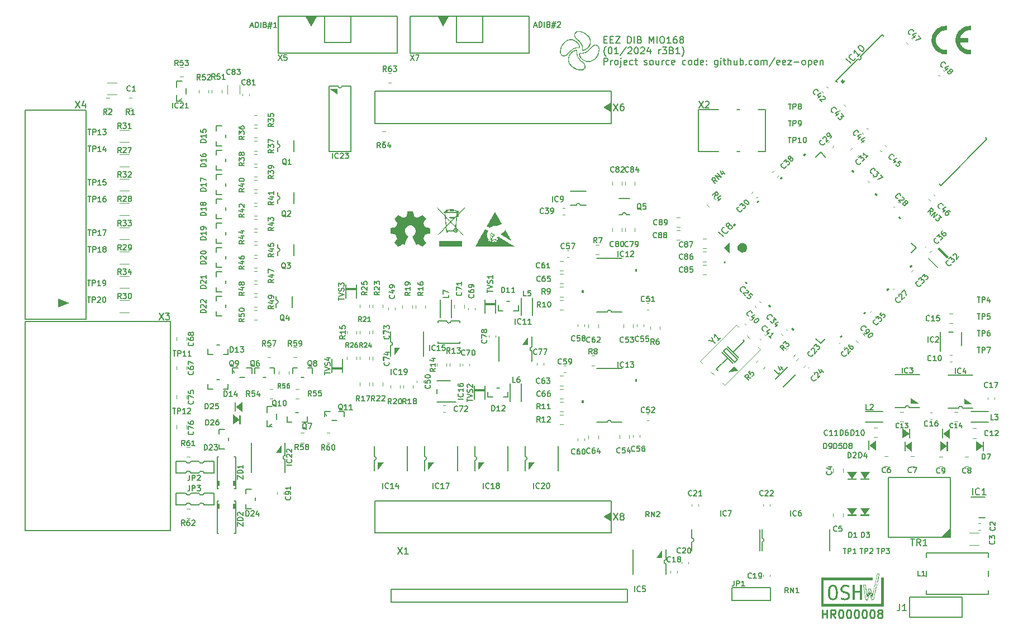
<source format=gbr>
%TF.GenerationSoftware,KiCad,Pcbnew,7.0.10-7.0.10~ubuntu22.04.1*%
%TF.CreationDate,2024-01-19T15:41:50+01:00*%
%TF.ProjectId,EEZ DIB MIO168,45455a20-4449-4422-904d-494f3136382e,r3B1*%
%TF.SameCoordinates,Original*%
%TF.FileFunction,Legend,Top*%
%TF.FilePolarity,Positive*%
%FSLAX46Y46*%
G04 Gerber Fmt 4.6, Leading zero omitted, Abs format (unit mm)*
G04 Created by KiCad (PCBNEW 7.0.10-7.0.10~ubuntu22.04.1) date 2024-01-19 15:41:50*
%MOMM*%
%LPD*%
G01*
G04 APERTURE LIST*
%ADD10C,0.152400*%
%ADD11C,0.254000*%
%ADD12C,0.120000*%
%ADD13C,0.203200*%
%ADD14C,0.100000*%
%ADD15C,0.127000*%
%ADD16C,0.346288*%
%ADD17C,0.200000*%
G04 APERTURE END LIST*
D10*
X160870167Y-60961025D02*
X161208834Y-60961025D01*
X161353977Y-61493215D02*
X160870167Y-61493215D01*
X160870167Y-61493215D02*
X160870167Y-60477215D01*
X160870167Y-60477215D02*
X161353977Y-60477215D01*
X161789405Y-60961025D02*
X162128072Y-60961025D01*
X162273215Y-61493215D02*
X161789405Y-61493215D01*
X161789405Y-61493215D02*
X161789405Y-60477215D01*
X161789405Y-60477215D02*
X162273215Y-60477215D01*
X162611881Y-60477215D02*
X163289215Y-60477215D01*
X163289215Y-60477215D02*
X162611881Y-61493215D01*
X162611881Y-61493215D02*
X163289215Y-61493215D01*
X164450357Y-61493215D02*
X164450357Y-60477215D01*
X164450357Y-60477215D02*
X164692262Y-60477215D01*
X164692262Y-60477215D02*
X164837405Y-60525596D01*
X164837405Y-60525596D02*
X164934167Y-60622358D01*
X164934167Y-60622358D02*
X164982548Y-60719120D01*
X164982548Y-60719120D02*
X165030929Y-60912644D01*
X165030929Y-60912644D02*
X165030929Y-61057787D01*
X165030929Y-61057787D02*
X164982548Y-61251311D01*
X164982548Y-61251311D02*
X164934167Y-61348073D01*
X164934167Y-61348073D02*
X164837405Y-61444835D01*
X164837405Y-61444835D02*
X164692262Y-61493215D01*
X164692262Y-61493215D02*
X164450357Y-61493215D01*
X165466357Y-61493215D02*
X165466357Y-60477215D01*
X166288834Y-60961025D02*
X166433977Y-61009406D01*
X166433977Y-61009406D02*
X166482358Y-61057787D01*
X166482358Y-61057787D02*
X166530739Y-61154549D01*
X166530739Y-61154549D02*
X166530739Y-61299692D01*
X166530739Y-61299692D02*
X166482358Y-61396454D01*
X166482358Y-61396454D02*
X166433977Y-61444835D01*
X166433977Y-61444835D02*
X166337215Y-61493215D01*
X166337215Y-61493215D02*
X165950167Y-61493215D01*
X165950167Y-61493215D02*
X165950167Y-60477215D01*
X165950167Y-60477215D02*
X166288834Y-60477215D01*
X166288834Y-60477215D02*
X166385596Y-60525596D01*
X166385596Y-60525596D02*
X166433977Y-60573977D01*
X166433977Y-60573977D02*
X166482358Y-60670739D01*
X166482358Y-60670739D02*
X166482358Y-60767501D01*
X166482358Y-60767501D02*
X166433977Y-60864263D01*
X166433977Y-60864263D02*
X166385596Y-60912644D01*
X166385596Y-60912644D02*
X166288834Y-60961025D01*
X166288834Y-60961025D02*
X165950167Y-60961025D01*
X167740262Y-61493215D02*
X167740262Y-60477215D01*
X167740262Y-60477215D02*
X168078929Y-61202930D01*
X168078929Y-61202930D02*
X168417596Y-60477215D01*
X168417596Y-60477215D02*
X168417596Y-61493215D01*
X168901405Y-61493215D02*
X168901405Y-60477215D01*
X169578739Y-60477215D02*
X169772263Y-60477215D01*
X169772263Y-60477215D02*
X169869025Y-60525596D01*
X169869025Y-60525596D02*
X169965787Y-60622358D01*
X169965787Y-60622358D02*
X170014168Y-60815882D01*
X170014168Y-60815882D02*
X170014168Y-61154549D01*
X170014168Y-61154549D02*
X169965787Y-61348073D01*
X169965787Y-61348073D02*
X169869025Y-61444835D01*
X169869025Y-61444835D02*
X169772263Y-61493215D01*
X169772263Y-61493215D02*
X169578739Y-61493215D01*
X169578739Y-61493215D02*
X169481977Y-61444835D01*
X169481977Y-61444835D02*
X169385215Y-61348073D01*
X169385215Y-61348073D02*
X169336834Y-61154549D01*
X169336834Y-61154549D02*
X169336834Y-60815882D01*
X169336834Y-60815882D02*
X169385215Y-60622358D01*
X169385215Y-60622358D02*
X169481977Y-60525596D01*
X169481977Y-60525596D02*
X169578739Y-60477215D01*
X170981787Y-61493215D02*
X170401215Y-61493215D01*
X170691501Y-61493215D02*
X170691501Y-60477215D01*
X170691501Y-60477215D02*
X170594739Y-60622358D01*
X170594739Y-60622358D02*
X170497977Y-60719120D01*
X170497977Y-60719120D02*
X170401215Y-60767501D01*
X171852644Y-60477215D02*
X171659120Y-60477215D01*
X171659120Y-60477215D02*
X171562358Y-60525596D01*
X171562358Y-60525596D02*
X171513977Y-60573977D01*
X171513977Y-60573977D02*
X171417215Y-60719120D01*
X171417215Y-60719120D02*
X171368834Y-60912644D01*
X171368834Y-60912644D02*
X171368834Y-61299692D01*
X171368834Y-61299692D02*
X171417215Y-61396454D01*
X171417215Y-61396454D02*
X171465596Y-61444835D01*
X171465596Y-61444835D02*
X171562358Y-61493215D01*
X171562358Y-61493215D02*
X171755882Y-61493215D01*
X171755882Y-61493215D02*
X171852644Y-61444835D01*
X171852644Y-61444835D02*
X171901025Y-61396454D01*
X171901025Y-61396454D02*
X171949406Y-61299692D01*
X171949406Y-61299692D02*
X171949406Y-61057787D01*
X171949406Y-61057787D02*
X171901025Y-60961025D01*
X171901025Y-60961025D02*
X171852644Y-60912644D01*
X171852644Y-60912644D02*
X171755882Y-60864263D01*
X171755882Y-60864263D02*
X171562358Y-60864263D01*
X171562358Y-60864263D02*
X171465596Y-60912644D01*
X171465596Y-60912644D02*
X171417215Y-60961025D01*
X171417215Y-60961025D02*
X171368834Y-61057787D01*
X172529977Y-60912644D02*
X172433215Y-60864263D01*
X172433215Y-60864263D02*
X172384834Y-60815882D01*
X172384834Y-60815882D02*
X172336453Y-60719120D01*
X172336453Y-60719120D02*
X172336453Y-60670739D01*
X172336453Y-60670739D02*
X172384834Y-60573977D01*
X172384834Y-60573977D02*
X172433215Y-60525596D01*
X172433215Y-60525596D02*
X172529977Y-60477215D01*
X172529977Y-60477215D02*
X172723501Y-60477215D01*
X172723501Y-60477215D02*
X172820263Y-60525596D01*
X172820263Y-60525596D02*
X172868644Y-60573977D01*
X172868644Y-60573977D02*
X172917025Y-60670739D01*
X172917025Y-60670739D02*
X172917025Y-60719120D01*
X172917025Y-60719120D02*
X172868644Y-60815882D01*
X172868644Y-60815882D02*
X172820263Y-60864263D01*
X172820263Y-60864263D02*
X172723501Y-60912644D01*
X172723501Y-60912644D02*
X172529977Y-60912644D01*
X172529977Y-60912644D02*
X172433215Y-60961025D01*
X172433215Y-60961025D02*
X172384834Y-61009406D01*
X172384834Y-61009406D02*
X172336453Y-61106168D01*
X172336453Y-61106168D02*
X172336453Y-61299692D01*
X172336453Y-61299692D02*
X172384834Y-61396454D01*
X172384834Y-61396454D02*
X172433215Y-61444835D01*
X172433215Y-61444835D02*
X172529977Y-61493215D01*
X172529977Y-61493215D02*
X172723501Y-61493215D01*
X172723501Y-61493215D02*
X172820263Y-61444835D01*
X172820263Y-61444835D02*
X172868644Y-61396454D01*
X172868644Y-61396454D02*
X172917025Y-61299692D01*
X172917025Y-61299692D02*
X172917025Y-61106168D01*
X172917025Y-61106168D02*
X172868644Y-61009406D01*
X172868644Y-61009406D02*
X172820263Y-60961025D01*
X172820263Y-60961025D02*
X172723501Y-60912644D01*
X161160453Y-63516023D02*
X161112072Y-63467642D01*
X161112072Y-63467642D02*
X161015310Y-63322499D01*
X161015310Y-63322499D02*
X160966929Y-63225737D01*
X160966929Y-63225737D02*
X160918548Y-63080595D01*
X160918548Y-63080595D02*
X160870167Y-62838690D01*
X160870167Y-62838690D02*
X160870167Y-62645166D01*
X160870167Y-62645166D02*
X160918548Y-62403261D01*
X160918548Y-62403261D02*
X160966929Y-62258118D01*
X160966929Y-62258118D02*
X161015310Y-62161356D01*
X161015310Y-62161356D02*
X161112072Y-62016214D01*
X161112072Y-62016214D02*
X161160453Y-61967833D01*
X161741024Y-62112975D02*
X161837786Y-62112975D01*
X161837786Y-62112975D02*
X161934548Y-62161356D01*
X161934548Y-62161356D02*
X161982929Y-62209737D01*
X161982929Y-62209737D02*
X162031310Y-62306499D01*
X162031310Y-62306499D02*
X162079691Y-62500023D01*
X162079691Y-62500023D02*
X162079691Y-62741928D01*
X162079691Y-62741928D02*
X162031310Y-62935452D01*
X162031310Y-62935452D02*
X161982929Y-63032214D01*
X161982929Y-63032214D02*
X161934548Y-63080595D01*
X161934548Y-63080595D02*
X161837786Y-63128975D01*
X161837786Y-63128975D02*
X161741024Y-63128975D01*
X161741024Y-63128975D02*
X161644262Y-63080595D01*
X161644262Y-63080595D02*
X161595881Y-63032214D01*
X161595881Y-63032214D02*
X161547500Y-62935452D01*
X161547500Y-62935452D02*
X161499119Y-62741928D01*
X161499119Y-62741928D02*
X161499119Y-62500023D01*
X161499119Y-62500023D02*
X161547500Y-62306499D01*
X161547500Y-62306499D02*
X161595881Y-62209737D01*
X161595881Y-62209737D02*
X161644262Y-62161356D01*
X161644262Y-62161356D02*
X161741024Y-62112975D01*
X163047310Y-63128975D02*
X162466738Y-63128975D01*
X162757024Y-63128975D02*
X162757024Y-62112975D01*
X162757024Y-62112975D02*
X162660262Y-62258118D01*
X162660262Y-62258118D02*
X162563500Y-62354880D01*
X162563500Y-62354880D02*
X162466738Y-62403261D01*
X164208453Y-62064595D02*
X163337595Y-63370880D01*
X164498738Y-62209737D02*
X164547119Y-62161356D01*
X164547119Y-62161356D02*
X164643881Y-62112975D01*
X164643881Y-62112975D02*
X164885786Y-62112975D01*
X164885786Y-62112975D02*
X164982548Y-62161356D01*
X164982548Y-62161356D02*
X165030929Y-62209737D01*
X165030929Y-62209737D02*
X165079310Y-62306499D01*
X165079310Y-62306499D02*
X165079310Y-62403261D01*
X165079310Y-62403261D02*
X165030929Y-62548404D01*
X165030929Y-62548404D02*
X164450357Y-63128975D01*
X164450357Y-63128975D02*
X165079310Y-63128975D01*
X165708262Y-62112975D02*
X165805024Y-62112975D01*
X165805024Y-62112975D02*
X165901786Y-62161356D01*
X165901786Y-62161356D02*
X165950167Y-62209737D01*
X165950167Y-62209737D02*
X165998548Y-62306499D01*
X165998548Y-62306499D02*
X166046929Y-62500023D01*
X166046929Y-62500023D02*
X166046929Y-62741928D01*
X166046929Y-62741928D02*
X165998548Y-62935452D01*
X165998548Y-62935452D02*
X165950167Y-63032214D01*
X165950167Y-63032214D02*
X165901786Y-63080595D01*
X165901786Y-63080595D02*
X165805024Y-63128975D01*
X165805024Y-63128975D02*
X165708262Y-63128975D01*
X165708262Y-63128975D02*
X165611500Y-63080595D01*
X165611500Y-63080595D02*
X165563119Y-63032214D01*
X165563119Y-63032214D02*
X165514738Y-62935452D01*
X165514738Y-62935452D02*
X165466357Y-62741928D01*
X165466357Y-62741928D02*
X165466357Y-62500023D01*
X165466357Y-62500023D02*
X165514738Y-62306499D01*
X165514738Y-62306499D02*
X165563119Y-62209737D01*
X165563119Y-62209737D02*
X165611500Y-62161356D01*
X165611500Y-62161356D02*
X165708262Y-62112975D01*
X166433976Y-62209737D02*
X166482357Y-62161356D01*
X166482357Y-62161356D02*
X166579119Y-62112975D01*
X166579119Y-62112975D02*
X166821024Y-62112975D01*
X166821024Y-62112975D02*
X166917786Y-62161356D01*
X166917786Y-62161356D02*
X166966167Y-62209737D01*
X166966167Y-62209737D02*
X167014548Y-62306499D01*
X167014548Y-62306499D02*
X167014548Y-62403261D01*
X167014548Y-62403261D02*
X166966167Y-62548404D01*
X166966167Y-62548404D02*
X166385595Y-63128975D01*
X166385595Y-63128975D02*
X167014548Y-63128975D01*
X167885405Y-62451642D02*
X167885405Y-63128975D01*
X167643500Y-62064595D02*
X167401595Y-62790309D01*
X167401595Y-62790309D02*
X168030548Y-62790309D01*
X169191690Y-63128975D02*
X169191690Y-62451642D01*
X169191690Y-62645166D02*
X169240071Y-62548404D01*
X169240071Y-62548404D02*
X169288452Y-62500023D01*
X169288452Y-62500023D02*
X169385214Y-62451642D01*
X169385214Y-62451642D02*
X169481976Y-62451642D01*
X169723880Y-62112975D02*
X170352833Y-62112975D01*
X170352833Y-62112975D02*
X170014166Y-62500023D01*
X170014166Y-62500023D02*
X170159309Y-62500023D01*
X170159309Y-62500023D02*
X170256071Y-62548404D01*
X170256071Y-62548404D02*
X170304452Y-62596785D01*
X170304452Y-62596785D02*
X170352833Y-62693547D01*
X170352833Y-62693547D02*
X170352833Y-62935452D01*
X170352833Y-62935452D02*
X170304452Y-63032214D01*
X170304452Y-63032214D02*
X170256071Y-63080595D01*
X170256071Y-63080595D02*
X170159309Y-63128975D01*
X170159309Y-63128975D02*
X169869023Y-63128975D01*
X169869023Y-63128975D02*
X169772261Y-63080595D01*
X169772261Y-63080595D02*
X169723880Y-63032214D01*
X171126928Y-62596785D02*
X171272071Y-62645166D01*
X171272071Y-62645166D02*
X171320452Y-62693547D01*
X171320452Y-62693547D02*
X171368833Y-62790309D01*
X171368833Y-62790309D02*
X171368833Y-62935452D01*
X171368833Y-62935452D02*
X171320452Y-63032214D01*
X171320452Y-63032214D02*
X171272071Y-63080595D01*
X171272071Y-63080595D02*
X171175309Y-63128975D01*
X171175309Y-63128975D02*
X170788261Y-63128975D01*
X170788261Y-63128975D02*
X170788261Y-62112975D01*
X170788261Y-62112975D02*
X171126928Y-62112975D01*
X171126928Y-62112975D02*
X171223690Y-62161356D01*
X171223690Y-62161356D02*
X171272071Y-62209737D01*
X171272071Y-62209737D02*
X171320452Y-62306499D01*
X171320452Y-62306499D02*
X171320452Y-62403261D01*
X171320452Y-62403261D02*
X171272071Y-62500023D01*
X171272071Y-62500023D02*
X171223690Y-62548404D01*
X171223690Y-62548404D02*
X171126928Y-62596785D01*
X171126928Y-62596785D02*
X170788261Y-62596785D01*
X172336452Y-63128975D02*
X171755880Y-63128975D01*
X172046166Y-63128975D02*
X172046166Y-62112975D01*
X172046166Y-62112975D02*
X171949404Y-62258118D01*
X171949404Y-62258118D02*
X171852642Y-62354880D01*
X171852642Y-62354880D02*
X171755880Y-62403261D01*
X172675118Y-63516023D02*
X172723499Y-63467642D01*
X172723499Y-63467642D02*
X172820261Y-63322499D01*
X172820261Y-63322499D02*
X172868642Y-63225737D01*
X172868642Y-63225737D02*
X172917023Y-63080595D01*
X172917023Y-63080595D02*
X172965404Y-62838690D01*
X172965404Y-62838690D02*
X172965404Y-62645166D01*
X172965404Y-62645166D02*
X172917023Y-62403261D01*
X172917023Y-62403261D02*
X172868642Y-62258118D01*
X172868642Y-62258118D02*
X172820261Y-62161356D01*
X172820261Y-62161356D02*
X172723499Y-62016214D01*
X172723499Y-62016214D02*
X172675118Y-61967833D01*
X160870167Y-64764735D02*
X160870167Y-63748735D01*
X160870167Y-63748735D02*
X161257215Y-63748735D01*
X161257215Y-63748735D02*
X161353977Y-63797116D01*
X161353977Y-63797116D02*
X161402358Y-63845497D01*
X161402358Y-63845497D02*
X161450739Y-63942259D01*
X161450739Y-63942259D02*
X161450739Y-64087402D01*
X161450739Y-64087402D02*
X161402358Y-64184164D01*
X161402358Y-64184164D02*
X161353977Y-64232545D01*
X161353977Y-64232545D02*
X161257215Y-64280926D01*
X161257215Y-64280926D02*
X160870167Y-64280926D01*
X161886167Y-64764735D02*
X161886167Y-64087402D01*
X161886167Y-64280926D02*
X161934548Y-64184164D01*
X161934548Y-64184164D02*
X161982929Y-64135783D01*
X161982929Y-64135783D02*
X162079691Y-64087402D01*
X162079691Y-64087402D02*
X162176453Y-64087402D01*
X162660262Y-64764735D02*
X162563500Y-64716355D01*
X162563500Y-64716355D02*
X162515119Y-64667974D01*
X162515119Y-64667974D02*
X162466738Y-64571212D01*
X162466738Y-64571212D02*
X162466738Y-64280926D01*
X162466738Y-64280926D02*
X162515119Y-64184164D01*
X162515119Y-64184164D02*
X162563500Y-64135783D01*
X162563500Y-64135783D02*
X162660262Y-64087402D01*
X162660262Y-64087402D02*
X162805405Y-64087402D01*
X162805405Y-64087402D02*
X162902167Y-64135783D01*
X162902167Y-64135783D02*
X162950548Y-64184164D01*
X162950548Y-64184164D02*
X162998929Y-64280926D01*
X162998929Y-64280926D02*
X162998929Y-64571212D01*
X162998929Y-64571212D02*
X162950548Y-64667974D01*
X162950548Y-64667974D02*
X162902167Y-64716355D01*
X162902167Y-64716355D02*
X162805405Y-64764735D01*
X162805405Y-64764735D02*
X162660262Y-64764735D01*
X163434357Y-64087402D02*
X163434357Y-64958259D01*
X163434357Y-64958259D02*
X163385976Y-65055021D01*
X163385976Y-65055021D02*
X163289214Y-65103402D01*
X163289214Y-65103402D02*
X163240833Y-65103402D01*
X163434357Y-63748735D02*
X163385976Y-63797116D01*
X163385976Y-63797116D02*
X163434357Y-63845497D01*
X163434357Y-63845497D02*
X163482738Y-63797116D01*
X163482738Y-63797116D02*
X163434357Y-63748735D01*
X163434357Y-63748735D02*
X163434357Y-63845497D01*
X164305215Y-64716355D02*
X164208453Y-64764735D01*
X164208453Y-64764735D02*
X164014929Y-64764735D01*
X164014929Y-64764735D02*
X163918167Y-64716355D01*
X163918167Y-64716355D02*
X163869786Y-64619593D01*
X163869786Y-64619593D02*
X163869786Y-64232545D01*
X163869786Y-64232545D02*
X163918167Y-64135783D01*
X163918167Y-64135783D02*
X164014929Y-64087402D01*
X164014929Y-64087402D02*
X164208453Y-64087402D01*
X164208453Y-64087402D02*
X164305215Y-64135783D01*
X164305215Y-64135783D02*
X164353596Y-64232545D01*
X164353596Y-64232545D02*
X164353596Y-64329307D01*
X164353596Y-64329307D02*
X163869786Y-64426069D01*
X165224453Y-64716355D02*
X165127691Y-64764735D01*
X165127691Y-64764735D02*
X164934167Y-64764735D01*
X164934167Y-64764735D02*
X164837405Y-64716355D01*
X164837405Y-64716355D02*
X164789024Y-64667974D01*
X164789024Y-64667974D02*
X164740643Y-64571212D01*
X164740643Y-64571212D02*
X164740643Y-64280926D01*
X164740643Y-64280926D02*
X164789024Y-64184164D01*
X164789024Y-64184164D02*
X164837405Y-64135783D01*
X164837405Y-64135783D02*
X164934167Y-64087402D01*
X164934167Y-64087402D02*
X165127691Y-64087402D01*
X165127691Y-64087402D02*
X165224453Y-64135783D01*
X165514738Y-64087402D02*
X165901786Y-64087402D01*
X165659881Y-63748735D02*
X165659881Y-64619593D01*
X165659881Y-64619593D02*
X165708262Y-64716355D01*
X165708262Y-64716355D02*
X165805024Y-64764735D01*
X165805024Y-64764735D02*
X165901786Y-64764735D01*
X166966166Y-64716355D02*
X167062928Y-64764735D01*
X167062928Y-64764735D02*
X167256452Y-64764735D01*
X167256452Y-64764735D02*
X167353214Y-64716355D01*
X167353214Y-64716355D02*
X167401595Y-64619593D01*
X167401595Y-64619593D02*
X167401595Y-64571212D01*
X167401595Y-64571212D02*
X167353214Y-64474450D01*
X167353214Y-64474450D02*
X167256452Y-64426069D01*
X167256452Y-64426069D02*
X167111309Y-64426069D01*
X167111309Y-64426069D02*
X167014547Y-64377688D01*
X167014547Y-64377688D02*
X166966166Y-64280926D01*
X166966166Y-64280926D02*
X166966166Y-64232545D01*
X166966166Y-64232545D02*
X167014547Y-64135783D01*
X167014547Y-64135783D02*
X167111309Y-64087402D01*
X167111309Y-64087402D02*
X167256452Y-64087402D01*
X167256452Y-64087402D02*
X167353214Y-64135783D01*
X167982166Y-64764735D02*
X167885404Y-64716355D01*
X167885404Y-64716355D02*
X167837023Y-64667974D01*
X167837023Y-64667974D02*
X167788642Y-64571212D01*
X167788642Y-64571212D02*
X167788642Y-64280926D01*
X167788642Y-64280926D02*
X167837023Y-64184164D01*
X167837023Y-64184164D02*
X167885404Y-64135783D01*
X167885404Y-64135783D02*
X167982166Y-64087402D01*
X167982166Y-64087402D02*
X168127309Y-64087402D01*
X168127309Y-64087402D02*
X168224071Y-64135783D01*
X168224071Y-64135783D02*
X168272452Y-64184164D01*
X168272452Y-64184164D02*
X168320833Y-64280926D01*
X168320833Y-64280926D02*
X168320833Y-64571212D01*
X168320833Y-64571212D02*
X168272452Y-64667974D01*
X168272452Y-64667974D02*
X168224071Y-64716355D01*
X168224071Y-64716355D02*
X168127309Y-64764735D01*
X168127309Y-64764735D02*
X167982166Y-64764735D01*
X169191690Y-64087402D02*
X169191690Y-64764735D01*
X168756261Y-64087402D02*
X168756261Y-64619593D01*
X168756261Y-64619593D02*
X168804642Y-64716355D01*
X168804642Y-64716355D02*
X168901404Y-64764735D01*
X168901404Y-64764735D02*
X169046547Y-64764735D01*
X169046547Y-64764735D02*
X169143309Y-64716355D01*
X169143309Y-64716355D02*
X169191690Y-64667974D01*
X169675499Y-64764735D02*
X169675499Y-64087402D01*
X169675499Y-64280926D02*
X169723880Y-64184164D01*
X169723880Y-64184164D02*
X169772261Y-64135783D01*
X169772261Y-64135783D02*
X169869023Y-64087402D01*
X169869023Y-64087402D02*
X169965785Y-64087402D01*
X170739880Y-64716355D02*
X170643118Y-64764735D01*
X170643118Y-64764735D02*
X170449594Y-64764735D01*
X170449594Y-64764735D02*
X170352832Y-64716355D01*
X170352832Y-64716355D02*
X170304451Y-64667974D01*
X170304451Y-64667974D02*
X170256070Y-64571212D01*
X170256070Y-64571212D02*
X170256070Y-64280926D01*
X170256070Y-64280926D02*
X170304451Y-64184164D01*
X170304451Y-64184164D02*
X170352832Y-64135783D01*
X170352832Y-64135783D02*
X170449594Y-64087402D01*
X170449594Y-64087402D02*
X170643118Y-64087402D01*
X170643118Y-64087402D02*
X170739880Y-64135783D01*
X171562356Y-64716355D02*
X171465594Y-64764735D01*
X171465594Y-64764735D02*
X171272070Y-64764735D01*
X171272070Y-64764735D02*
X171175308Y-64716355D01*
X171175308Y-64716355D02*
X171126927Y-64619593D01*
X171126927Y-64619593D02*
X171126927Y-64232545D01*
X171126927Y-64232545D02*
X171175308Y-64135783D01*
X171175308Y-64135783D02*
X171272070Y-64087402D01*
X171272070Y-64087402D02*
X171465594Y-64087402D01*
X171465594Y-64087402D02*
X171562356Y-64135783D01*
X171562356Y-64135783D02*
X171610737Y-64232545D01*
X171610737Y-64232545D02*
X171610737Y-64329307D01*
X171610737Y-64329307D02*
X171126927Y-64426069D01*
X173255689Y-64716355D02*
X173158927Y-64764735D01*
X173158927Y-64764735D02*
X172965403Y-64764735D01*
X172965403Y-64764735D02*
X172868641Y-64716355D01*
X172868641Y-64716355D02*
X172820260Y-64667974D01*
X172820260Y-64667974D02*
X172771879Y-64571212D01*
X172771879Y-64571212D02*
X172771879Y-64280926D01*
X172771879Y-64280926D02*
X172820260Y-64184164D01*
X172820260Y-64184164D02*
X172868641Y-64135783D01*
X172868641Y-64135783D02*
X172965403Y-64087402D01*
X172965403Y-64087402D02*
X173158927Y-64087402D01*
X173158927Y-64087402D02*
X173255689Y-64135783D01*
X173836260Y-64764735D02*
X173739498Y-64716355D01*
X173739498Y-64716355D02*
X173691117Y-64667974D01*
X173691117Y-64667974D02*
X173642736Y-64571212D01*
X173642736Y-64571212D02*
X173642736Y-64280926D01*
X173642736Y-64280926D02*
X173691117Y-64184164D01*
X173691117Y-64184164D02*
X173739498Y-64135783D01*
X173739498Y-64135783D02*
X173836260Y-64087402D01*
X173836260Y-64087402D02*
X173981403Y-64087402D01*
X173981403Y-64087402D02*
X174078165Y-64135783D01*
X174078165Y-64135783D02*
X174126546Y-64184164D01*
X174126546Y-64184164D02*
X174174927Y-64280926D01*
X174174927Y-64280926D02*
X174174927Y-64571212D01*
X174174927Y-64571212D02*
X174126546Y-64667974D01*
X174126546Y-64667974D02*
X174078165Y-64716355D01*
X174078165Y-64716355D02*
X173981403Y-64764735D01*
X173981403Y-64764735D02*
X173836260Y-64764735D01*
X175045784Y-64764735D02*
X175045784Y-63748735D01*
X175045784Y-64716355D02*
X174949022Y-64764735D01*
X174949022Y-64764735D02*
X174755498Y-64764735D01*
X174755498Y-64764735D02*
X174658736Y-64716355D01*
X174658736Y-64716355D02*
X174610355Y-64667974D01*
X174610355Y-64667974D02*
X174561974Y-64571212D01*
X174561974Y-64571212D02*
X174561974Y-64280926D01*
X174561974Y-64280926D02*
X174610355Y-64184164D01*
X174610355Y-64184164D02*
X174658736Y-64135783D01*
X174658736Y-64135783D02*
X174755498Y-64087402D01*
X174755498Y-64087402D02*
X174949022Y-64087402D01*
X174949022Y-64087402D02*
X175045784Y-64135783D01*
X175916641Y-64716355D02*
X175819879Y-64764735D01*
X175819879Y-64764735D02*
X175626355Y-64764735D01*
X175626355Y-64764735D02*
X175529593Y-64716355D01*
X175529593Y-64716355D02*
X175481212Y-64619593D01*
X175481212Y-64619593D02*
X175481212Y-64232545D01*
X175481212Y-64232545D02*
X175529593Y-64135783D01*
X175529593Y-64135783D02*
X175626355Y-64087402D01*
X175626355Y-64087402D02*
X175819879Y-64087402D01*
X175819879Y-64087402D02*
X175916641Y-64135783D01*
X175916641Y-64135783D02*
X175965022Y-64232545D01*
X175965022Y-64232545D02*
X175965022Y-64329307D01*
X175965022Y-64329307D02*
X175481212Y-64426069D01*
X176400450Y-64667974D02*
X176448831Y-64716355D01*
X176448831Y-64716355D02*
X176400450Y-64764735D01*
X176400450Y-64764735D02*
X176352069Y-64716355D01*
X176352069Y-64716355D02*
X176400450Y-64667974D01*
X176400450Y-64667974D02*
X176400450Y-64764735D01*
X176400450Y-64135783D02*
X176448831Y-64184164D01*
X176448831Y-64184164D02*
X176400450Y-64232545D01*
X176400450Y-64232545D02*
X176352069Y-64184164D01*
X176352069Y-64184164D02*
X176400450Y-64135783D01*
X176400450Y-64135783D02*
X176400450Y-64232545D01*
X178093784Y-64087402D02*
X178093784Y-64909878D01*
X178093784Y-64909878D02*
X178045403Y-65006640D01*
X178045403Y-65006640D02*
X177997022Y-65055021D01*
X177997022Y-65055021D02*
X177900260Y-65103402D01*
X177900260Y-65103402D02*
X177755117Y-65103402D01*
X177755117Y-65103402D02*
X177658355Y-65055021D01*
X178093784Y-64716355D02*
X177997022Y-64764735D01*
X177997022Y-64764735D02*
X177803498Y-64764735D01*
X177803498Y-64764735D02*
X177706736Y-64716355D01*
X177706736Y-64716355D02*
X177658355Y-64667974D01*
X177658355Y-64667974D02*
X177609974Y-64571212D01*
X177609974Y-64571212D02*
X177609974Y-64280926D01*
X177609974Y-64280926D02*
X177658355Y-64184164D01*
X177658355Y-64184164D02*
X177706736Y-64135783D01*
X177706736Y-64135783D02*
X177803498Y-64087402D01*
X177803498Y-64087402D02*
X177997022Y-64087402D01*
X177997022Y-64087402D02*
X178093784Y-64135783D01*
X178577593Y-64764735D02*
X178577593Y-64087402D01*
X178577593Y-63748735D02*
X178529212Y-63797116D01*
X178529212Y-63797116D02*
X178577593Y-63845497D01*
X178577593Y-63845497D02*
X178625974Y-63797116D01*
X178625974Y-63797116D02*
X178577593Y-63748735D01*
X178577593Y-63748735D02*
X178577593Y-63845497D01*
X178916260Y-64087402D02*
X179303308Y-64087402D01*
X179061403Y-63748735D02*
X179061403Y-64619593D01*
X179061403Y-64619593D02*
X179109784Y-64716355D01*
X179109784Y-64716355D02*
X179206546Y-64764735D01*
X179206546Y-64764735D02*
X179303308Y-64764735D01*
X179641974Y-64764735D02*
X179641974Y-63748735D01*
X180077403Y-64764735D02*
X180077403Y-64232545D01*
X180077403Y-64232545D02*
X180029022Y-64135783D01*
X180029022Y-64135783D02*
X179932260Y-64087402D01*
X179932260Y-64087402D02*
X179787117Y-64087402D01*
X179787117Y-64087402D02*
X179690355Y-64135783D01*
X179690355Y-64135783D02*
X179641974Y-64184164D01*
X180996641Y-64087402D02*
X180996641Y-64764735D01*
X180561212Y-64087402D02*
X180561212Y-64619593D01*
X180561212Y-64619593D02*
X180609593Y-64716355D01*
X180609593Y-64716355D02*
X180706355Y-64764735D01*
X180706355Y-64764735D02*
X180851498Y-64764735D01*
X180851498Y-64764735D02*
X180948260Y-64716355D01*
X180948260Y-64716355D02*
X180996641Y-64667974D01*
X181480450Y-64764735D02*
X181480450Y-63748735D01*
X181480450Y-64135783D02*
X181577212Y-64087402D01*
X181577212Y-64087402D02*
X181770736Y-64087402D01*
X181770736Y-64087402D02*
X181867498Y-64135783D01*
X181867498Y-64135783D02*
X181915879Y-64184164D01*
X181915879Y-64184164D02*
X181964260Y-64280926D01*
X181964260Y-64280926D02*
X181964260Y-64571212D01*
X181964260Y-64571212D02*
X181915879Y-64667974D01*
X181915879Y-64667974D02*
X181867498Y-64716355D01*
X181867498Y-64716355D02*
X181770736Y-64764735D01*
X181770736Y-64764735D02*
X181577212Y-64764735D01*
X181577212Y-64764735D02*
X181480450Y-64716355D01*
X182399688Y-64667974D02*
X182448069Y-64716355D01*
X182448069Y-64716355D02*
X182399688Y-64764735D01*
X182399688Y-64764735D02*
X182351307Y-64716355D01*
X182351307Y-64716355D02*
X182399688Y-64667974D01*
X182399688Y-64667974D02*
X182399688Y-64764735D01*
X183318927Y-64716355D02*
X183222165Y-64764735D01*
X183222165Y-64764735D02*
X183028641Y-64764735D01*
X183028641Y-64764735D02*
X182931879Y-64716355D01*
X182931879Y-64716355D02*
X182883498Y-64667974D01*
X182883498Y-64667974D02*
X182835117Y-64571212D01*
X182835117Y-64571212D02*
X182835117Y-64280926D01*
X182835117Y-64280926D02*
X182883498Y-64184164D01*
X182883498Y-64184164D02*
X182931879Y-64135783D01*
X182931879Y-64135783D02*
X183028641Y-64087402D01*
X183028641Y-64087402D02*
X183222165Y-64087402D01*
X183222165Y-64087402D02*
X183318927Y-64135783D01*
X183899498Y-64764735D02*
X183802736Y-64716355D01*
X183802736Y-64716355D02*
X183754355Y-64667974D01*
X183754355Y-64667974D02*
X183705974Y-64571212D01*
X183705974Y-64571212D02*
X183705974Y-64280926D01*
X183705974Y-64280926D02*
X183754355Y-64184164D01*
X183754355Y-64184164D02*
X183802736Y-64135783D01*
X183802736Y-64135783D02*
X183899498Y-64087402D01*
X183899498Y-64087402D02*
X184044641Y-64087402D01*
X184044641Y-64087402D02*
X184141403Y-64135783D01*
X184141403Y-64135783D02*
X184189784Y-64184164D01*
X184189784Y-64184164D02*
X184238165Y-64280926D01*
X184238165Y-64280926D02*
X184238165Y-64571212D01*
X184238165Y-64571212D02*
X184189784Y-64667974D01*
X184189784Y-64667974D02*
X184141403Y-64716355D01*
X184141403Y-64716355D02*
X184044641Y-64764735D01*
X184044641Y-64764735D02*
X183899498Y-64764735D01*
X184673593Y-64764735D02*
X184673593Y-64087402D01*
X184673593Y-64184164D02*
X184721974Y-64135783D01*
X184721974Y-64135783D02*
X184818736Y-64087402D01*
X184818736Y-64087402D02*
X184963879Y-64087402D01*
X184963879Y-64087402D02*
X185060641Y-64135783D01*
X185060641Y-64135783D02*
X185109022Y-64232545D01*
X185109022Y-64232545D02*
X185109022Y-64764735D01*
X185109022Y-64232545D02*
X185157403Y-64135783D01*
X185157403Y-64135783D02*
X185254165Y-64087402D01*
X185254165Y-64087402D02*
X185399308Y-64087402D01*
X185399308Y-64087402D02*
X185496069Y-64135783D01*
X185496069Y-64135783D02*
X185544450Y-64232545D01*
X185544450Y-64232545D02*
X185544450Y-64764735D01*
X186753975Y-63700355D02*
X185883117Y-65006640D01*
X187479689Y-64716355D02*
X187382927Y-64764735D01*
X187382927Y-64764735D02*
X187189403Y-64764735D01*
X187189403Y-64764735D02*
X187092641Y-64716355D01*
X187092641Y-64716355D02*
X187044260Y-64619593D01*
X187044260Y-64619593D02*
X187044260Y-64232545D01*
X187044260Y-64232545D02*
X187092641Y-64135783D01*
X187092641Y-64135783D02*
X187189403Y-64087402D01*
X187189403Y-64087402D02*
X187382927Y-64087402D01*
X187382927Y-64087402D02*
X187479689Y-64135783D01*
X187479689Y-64135783D02*
X187528070Y-64232545D01*
X187528070Y-64232545D02*
X187528070Y-64329307D01*
X187528070Y-64329307D02*
X187044260Y-64426069D01*
X188350546Y-64716355D02*
X188253784Y-64764735D01*
X188253784Y-64764735D02*
X188060260Y-64764735D01*
X188060260Y-64764735D02*
X187963498Y-64716355D01*
X187963498Y-64716355D02*
X187915117Y-64619593D01*
X187915117Y-64619593D02*
X187915117Y-64232545D01*
X187915117Y-64232545D02*
X187963498Y-64135783D01*
X187963498Y-64135783D02*
X188060260Y-64087402D01*
X188060260Y-64087402D02*
X188253784Y-64087402D01*
X188253784Y-64087402D02*
X188350546Y-64135783D01*
X188350546Y-64135783D02*
X188398927Y-64232545D01*
X188398927Y-64232545D02*
X188398927Y-64329307D01*
X188398927Y-64329307D02*
X187915117Y-64426069D01*
X188737593Y-64087402D02*
X189269784Y-64087402D01*
X189269784Y-64087402D02*
X188737593Y-64764735D01*
X188737593Y-64764735D02*
X189269784Y-64764735D01*
X189656831Y-64377688D02*
X190430927Y-64377688D01*
X191059879Y-64764735D02*
X190963117Y-64716355D01*
X190963117Y-64716355D02*
X190914736Y-64667974D01*
X190914736Y-64667974D02*
X190866355Y-64571212D01*
X190866355Y-64571212D02*
X190866355Y-64280926D01*
X190866355Y-64280926D02*
X190914736Y-64184164D01*
X190914736Y-64184164D02*
X190963117Y-64135783D01*
X190963117Y-64135783D02*
X191059879Y-64087402D01*
X191059879Y-64087402D02*
X191205022Y-64087402D01*
X191205022Y-64087402D02*
X191301784Y-64135783D01*
X191301784Y-64135783D02*
X191350165Y-64184164D01*
X191350165Y-64184164D02*
X191398546Y-64280926D01*
X191398546Y-64280926D02*
X191398546Y-64571212D01*
X191398546Y-64571212D02*
X191350165Y-64667974D01*
X191350165Y-64667974D02*
X191301784Y-64716355D01*
X191301784Y-64716355D02*
X191205022Y-64764735D01*
X191205022Y-64764735D02*
X191059879Y-64764735D01*
X191833974Y-64087402D02*
X191833974Y-65103402D01*
X191833974Y-64135783D02*
X191930736Y-64087402D01*
X191930736Y-64087402D02*
X192124260Y-64087402D01*
X192124260Y-64087402D02*
X192221022Y-64135783D01*
X192221022Y-64135783D02*
X192269403Y-64184164D01*
X192269403Y-64184164D02*
X192317784Y-64280926D01*
X192317784Y-64280926D02*
X192317784Y-64571212D01*
X192317784Y-64571212D02*
X192269403Y-64667974D01*
X192269403Y-64667974D02*
X192221022Y-64716355D01*
X192221022Y-64716355D02*
X192124260Y-64764735D01*
X192124260Y-64764735D02*
X191930736Y-64764735D01*
X191930736Y-64764735D02*
X191833974Y-64716355D01*
X193140260Y-64716355D02*
X193043498Y-64764735D01*
X193043498Y-64764735D02*
X192849974Y-64764735D01*
X192849974Y-64764735D02*
X192753212Y-64716355D01*
X192753212Y-64716355D02*
X192704831Y-64619593D01*
X192704831Y-64619593D02*
X192704831Y-64232545D01*
X192704831Y-64232545D02*
X192753212Y-64135783D01*
X192753212Y-64135783D02*
X192849974Y-64087402D01*
X192849974Y-64087402D02*
X193043498Y-64087402D01*
X193043498Y-64087402D02*
X193140260Y-64135783D01*
X193140260Y-64135783D02*
X193188641Y-64232545D01*
X193188641Y-64232545D02*
X193188641Y-64329307D01*
X193188641Y-64329307D02*
X192704831Y-64426069D01*
X193624069Y-64087402D02*
X193624069Y-64764735D01*
X193624069Y-64184164D02*
X193672450Y-64135783D01*
X193672450Y-64135783D02*
X193769212Y-64087402D01*
X193769212Y-64087402D02*
X193914355Y-64087402D01*
X193914355Y-64087402D02*
X194011117Y-64135783D01*
X194011117Y-64135783D02*
X194059498Y-64232545D01*
X194059498Y-64232545D02*
X194059498Y-64764735D01*
D11*
X193920573Y-148561374D02*
X193920573Y-147316774D01*
X193920573Y-147909441D02*
X194631773Y-147909441D01*
X194631773Y-148561374D02*
X194631773Y-147316774D01*
X195935640Y-148561374D02*
X195520773Y-147968708D01*
X195224440Y-148561374D02*
X195224440Y-147316774D01*
X195224440Y-147316774D02*
X195698573Y-147316774D01*
X195698573Y-147316774D02*
X195817107Y-147376041D01*
X195817107Y-147376041D02*
X195876373Y-147435308D01*
X195876373Y-147435308D02*
X195935640Y-147553841D01*
X195935640Y-147553841D02*
X195935640Y-147731641D01*
X195935640Y-147731641D02*
X195876373Y-147850174D01*
X195876373Y-147850174D02*
X195817107Y-147909441D01*
X195817107Y-147909441D02*
X195698573Y-147968708D01*
X195698573Y-147968708D02*
X195224440Y-147968708D01*
X196706107Y-147316774D02*
X196824640Y-147316774D01*
X196824640Y-147316774D02*
X196943173Y-147376041D01*
X196943173Y-147376041D02*
X197002440Y-147435308D01*
X197002440Y-147435308D02*
X197061707Y-147553841D01*
X197061707Y-147553841D02*
X197120973Y-147790908D01*
X197120973Y-147790908D02*
X197120973Y-148087241D01*
X197120973Y-148087241D02*
X197061707Y-148324308D01*
X197061707Y-148324308D02*
X197002440Y-148442841D01*
X197002440Y-148442841D02*
X196943173Y-148502108D01*
X196943173Y-148502108D02*
X196824640Y-148561374D01*
X196824640Y-148561374D02*
X196706107Y-148561374D01*
X196706107Y-148561374D02*
X196587573Y-148502108D01*
X196587573Y-148502108D02*
X196528307Y-148442841D01*
X196528307Y-148442841D02*
X196469040Y-148324308D01*
X196469040Y-148324308D02*
X196409773Y-148087241D01*
X196409773Y-148087241D02*
X196409773Y-147790908D01*
X196409773Y-147790908D02*
X196469040Y-147553841D01*
X196469040Y-147553841D02*
X196528307Y-147435308D01*
X196528307Y-147435308D02*
X196587573Y-147376041D01*
X196587573Y-147376041D02*
X196706107Y-147316774D01*
X197891440Y-147316774D02*
X198009973Y-147316774D01*
X198009973Y-147316774D02*
X198128506Y-147376041D01*
X198128506Y-147376041D02*
X198187773Y-147435308D01*
X198187773Y-147435308D02*
X198247040Y-147553841D01*
X198247040Y-147553841D02*
X198306306Y-147790908D01*
X198306306Y-147790908D02*
X198306306Y-148087241D01*
X198306306Y-148087241D02*
X198247040Y-148324308D01*
X198247040Y-148324308D02*
X198187773Y-148442841D01*
X198187773Y-148442841D02*
X198128506Y-148502108D01*
X198128506Y-148502108D02*
X198009973Y-148561374D01*
X198009973Y-148561374D02*
X197891440Y-148561374D01*
X197891440Y-148561374D02*
X197772906Y-148502108D01*
X197772906Y-148502108D02*
X197713640Y-148442841D01*
X197713640Y-148442841D02*
X197654373Y-148324308D01*
X197654373Y-148324308D02*
X197595106Y-148087241D01*
X197595106Y-148087241D02*
X197595106Y-147790908D01*
X197595106Y-147790908D02*
X197654373Y-147553841D01*
X197654373Y-147553841D02*
X197713640Y-147435308D01*
X197713640Y-147435308D02*
X197772906Y-147376041D01*
X197772906Y-147376041D02*
X197891440Y-147316774D01*
X199076773Y-147316774D02*
X199195306Y-147316774D01*
X199195306Y-147316774D02*
X199313839Y-147376041D01*
X199313839Y-147376041D02*
X199373106Y-147435308D01*
X199373106Y-147435308D02*
X199432373Y-147553841D01*
X199432373Y-147553841D02*
X199491639Y-147790908D01*
X199491639Y-147790908D02*
X199491639Y-148087241D01*
X199491639Y-148087241D02*
X199432373Y-148324308D01*
X199432373Y-148324308D02*
X199373106Y-148442841D01*
X199373106Y-148442841D02*
X199313839Y-148502108D01*
X199313839Y-148502108D02*
X199195306Y-148561374D01*
X199195306Y-148561374D02*
X199076773Y-148561374D01*
X199076773Y-148561374D02*
X198958239Y-148502108D01*
X198958239Y-148502108D02*
X198898973Y-148442841D01*
X198898973Y-148442841D02*
X198839706Y-148324308D01*
X198839706Y-148324308D02*
X198780439Y-148087241D01*
X198780439Y-148087241D02*
X198780439Y-147790908D01*
X198780439Y-147790908D02*
X198839706Y-147553841D01*
X198839706Y-147553841D02*
X198898973Y-147435308D01*
X198898973Y-147435308D02*
X198958239Y-147376041D01*
X198958239Y-147376041D02*
X199076773Y-147316774D01*
X200262106Y-147316774D02*
X200380639Y-147316774D01*
X200380639Y-147316774D02*
X200499172Y-147376041D01*
X200499172Y-147376041D02*
X200558439Y-147435308D01*
X200558439Y-147435308D02*
X200617706Y-147553841D01*
X200617706Y-147553841D02*
X200676972Y-147790908D01*
X200676972Y-147790908D02*
X200676972Y-148087241D01*
X200676972Y-148087241D02*
X200617706Y-148324308D01*
X200617706Y-148324308D02*
X200558439Y-148442841D01*
X200558439Y-148442841D02*
X200499172Y-148502108D01*
X200499172Y-148502108D02*
X200380639Y-148561374D01*
X200380639Y-148561374D02*
X200262106Y-148561374D01*
X200262106Y-148561374D02*
X200143572Y-148502108D01*
X200143572Y-148502108D02*
X200084306Y-148442841D01*
X200084306Y-148442841D02*
X200025039Y-148324308D01*
X200025039Y-148324308D02*
X199965772Y-148087241D01*
X199965772Y-148087241D02*
X199965772Y-147790908D01*
X199965772Y-147790908D02*
X200025039Y-147553841D01*
X200025039Y-147553841D02*
X200084306Y-147435308D01*
X200084306Y-147435308D02*
X200143572Y-147376041D01*
X200143572Y-147376041D02*
X200262106Y-147316774D01*
X201447439Y-147316774D02*
X201565972Y-147316774D01*
X201565972Y-147316774D02*
X201684505Y-147376041D01*
X201684505Y-147376041D02*
X201743772Y-147435308D01*
X201743772Y-147435308D02*
X201803039Y-147553841D01*
X201803039Y-147553841D02*
X201862305Y-147790908D01*
X201862305Y-147790908D02*
X201862305Y-148087241D01*
X201862305Y-148087241D02*
X201803039Y-148324308D01*
X201803039Y-148324308D02*
X201743772Y-148442841D01*
X201743772Y-148442841D02*
X201684505Y-148502108D01*
X201684505Y-148502108D02*
X201565972Y-148561374D01*
X201565972Y-148561374D02*
X201447439Y-148561374D01*
X201447439Y-148561374D02*
X201328905Y-148502108D01*
X201328905Y-148502108D02*
X201269639Y-148442841D01*
X201269639Y-148442841D02*
X201210372Y-148324308D01*
X201210372Y-148324308D02*
X201151105Y-148087241D01*
X201151105Y-148087241D02*
X201151105Y-147790908D01*
X201151105Y-147790908D02*
X201210372Y-147553841D01*
X201210372Y-147553841D02*
X201269639Y-147435308D01*
X201269639Y-147435308D02*
X201328905Y-147376041D01*
X201328905Y-147376041D02*
X201447439Y-147316774D01*
X202573505Y-147850174D02*
X202454972Y-147790908D01*
X202454972Y-147790908D02*
X202395705Y-147731641D01*
X202395705Y-147731641D02*
X202336438Y-147613108D01*
X202336438Y-147613108D02*
X202336438Y-147553841D01*
X202336438Y-147553841D02*
X202395705Y-147435308D01*
X202395705Y-147435308D02*
X202454972Y-147376041D01*
X202454972Y-147376041D02*
X202573505Y-147316774D01*
X202573505Y-147316774D02*
X202810572Y-147316774D01*
X202810572Y-147316774D02*
X202929105Y-147376041D01*
X202929105Y-147376041D02*
X202988372Y-147435308D01*
X202988372Y-147435308D02*
X203047638Y-147553841D01*
X203047638Y-147553841D02*
X203047638Y-147613108D01*
X203047638Y-147613108D02*
X202988372Y-147731641D01*
X202988372Y-147731641D02*
X202929105Y-147790908D01*
X202929105Y-147790908D02*
X202810572Y-147850174D01*
X202810572Y-147850174D02*
X202573505Y-147850174D01*
X202573505Y-147850174D02*
X202454972Y-147909441D01*
X202454972Y-147909441D02*
X202395705Y-147968708D01*
X202395705Y-147968708D02*
X202336438Y-148087241D01*
X202336438Y-148087241D02*
X202336438Y-148324308D01*
X202336438Y-148324308D02*
X202395705Y-148442841D01*
X202395705Y-148442841D02*
X202454972Y-148502108D01*
X202454972Y-148502108D02*
X202573505Y-148561374D01*
X202573505Y-148561374D02*
X202810572Y-148561374D01*
X202810572Y-148561374D02*
X202929105Y-148502108D01*
X202929105Y-148502108D02*
X202988372Y-148442841D01*
X202988372Y-148442841D02*
X203047638Y-148324308D01*
X203047638Y-148324308D02*
X203047638Y-148087241D01*
X203047638Y-148087241D02*
X202988372Y-147968708D01*
X202988372Y-147968708D02*
X202929105Y-147909441D01*
X202929105Y-147909441D02*
X202810572Y-147850174D01*
D10*
X150279782Y-58844375D02*
X150666829Y-58844375D01*
X150202372Y-59076603D02*
X150473305Y-58263803D01*
X150473305Y-58263803D02*
X150744239Y-59076603D01*
X151015172Y-59076603D02*
X151015172Y-58263803D01*
X151015172Y-58263803D02*
X151208696Y-58263803D01*
X151208696Y-58263803D02*
X151324810Y-58302508D01*
X151324810Y-58302508D02*
X151402220Y-58379918D01*
X151402220Y-58379918D02*
X151440925Y-58457327D01*
X151440925Y-58457327D02*
X151479629Y-58612146D01*
X151479629Y-58612146D02*
X151479629Y-58728260D01*
X151479629Y-58728260D02*
X151440925Y-58883079D01*
X151440925Y-58883079D02*
X151402220Y-58960489D01*
X151402220Y-58960489D02*
X151324810Y-59037899D01*
X151324810Y-59037899D02*
X151208696Y-59076603D01*
X151208696Y-59076603D02*
X151015172Y-59076603D01*
X151827972Y-59076603D02*
X151827972Y-58263803D01*
X152485954Y-58650851D02*
X152602068Y-58689556D01*
X152602068Y-58689556D02*
X152640773Y-58728260D01*
X152640773Y-58728260D02*
X152679477Y-58805670D01*
X152679477Y-58805670D02*
X152679477Y-58921784D01*
X152679477Y-58921784D02*
X152640773Y-58999194D01*
X152640773Y-58999194D02*
X152602068Y-59037899D01*
X152602068Y-59037899D02*
X152524658Y-59076603D01*
X152524658Y-59076603D02*
X152215020Y-59076603D01*
X152215020Y-59076603D02*
X152215020Y-58263803D01*
X152215020Y-58263803D02*
X152485954Y-58263803D01*
X152485954Y-58263803D02*
X152563363Y-58302508D01*
X152563363Y-58302508D02*
X152602068Y-58341213D01*
X152602068Y-58341213D02*
X152640773Y-58418622D01*
X152640773Y-58418622D02*
X152640773Y-58496032D01*
X152640773Y-58496032D02*
X152602068Y-58573441D01*
X152602068Y-58573441D02*
X152563363Y-58612146D01*
X152563363Y-58612146D02*
X152485954Y-58650851D01*
X152485954Y-58650851D02*
X152215020Y-58650851D01*
X152989116Y-58534737D02*
X153569687Y-58534737D01*
X153221344Y-58186394D02*
X152989116Y-59231422D01*
X153492277Y-58883079D02*
X152911706Y-58883079D01*
X153260049Y-59231422D02*
X153492277Y-58186394D01*
X153801916Y-58341213D02*
X153840620Y-58302508D01*
X153840620Y-58302508D02*
X153918030Y-58263803D01*
X153918030Y-58263803D02*
X154111554Y-58263803D01*
X154111554Y-58263803D02*
X154188963Y-58302508D01*
X154188963Y-58302508D02*
X154227668Y-58341213D01*
X154227668Y-58341213D02*
X154266373Y-58418622D01*
X154266373Y-58418622D02*
X154266373Y-58496032D01*
X154266373Y-58496032D02*
X154227668Y-58612146D01*
X154227668Y-58612146D02*
X153763211Y-59076603D01*
X153763211Y-59076603D02*
X154266373Y-59076603D01*
X107290282Y-58895175D02*
X107677329Y-58895175D01*
X107212872Y-59127403D02*
X107483805Y-58314603D01*
X107483805Y-58314603D02*
X107754739Y-59127403D01*
X108025672Y-59127403D02*
X108025672Y-58314603D01*
X108025672Y-58314603D02*
X108219196Y-58314603D01*
X108219196Y-58314603D02*
X108335310Y-58353308D01*
X108335310Y-58353308D02*
X108412720Y-58430718D01*
X108412720Y-58430718D02*
X108451425Y-58508127D01*
X108451425Y-58508127D02*
X108490129Y-58662946D01*
X108490129Y-58662946D02*
X108490129Y-58779060D01*
X108490129Y-58779060D02*
X108451425Y-58933879D01*
X108451425Y-58933879D02*
X108412720Y-59011289D01*
X108412720Y-59011289D02*
X108335310Y-59088699D01*
X108335310Y-59088699D02*
X108219196Y-59127403D01*
X108219196Y-59127403D02*
X108025672Y-59127403D01*
X108838472Y-59127403D02*
X108838472Y-58314603D01*
X109496454Y-58701651D02*
X109612568Y-58740356D01*
X109612568Y-58740356D02*
X109651273Y-58779060D01*
X109651273Y-58779060D02*
X109689977Y-58856470D01*
X109689977Y-58856470D02*
X109689977Y-58972584D01*
X109689977Y-58972584D02*
X109651273Y-59049994D01*
X109651273Y-59049994D02*
X109612568Y-59088699D01*
X109612568Y-59088699D02*
X109535158Y-59127403D01*
X109535158Y-59127403D02*
X109225520Y-59127403D01*
X109225520Y-59127403D02*
X109225520Y-58314603D01*
X109225520Y-58314603D02*
X109496454Y-58314603D01*
X109496454Y-58314603D02*
X109573863Y-58353308D01*
X109573863Y-58353308D02*
X109612568Y-58392013D01*
X109612568Y-58392013D02*
X109651273Y-58469422D01*
X109651273Y-58469422D02*
X109651273Y-58546832D01*
X109651273Y-58546832D02*
X109612568Y-58624241D01*
X109612568Y-58624241D02*
X109573863Y-58662946D01*
X109573863Y-58662946D02*
X109496454Y-58701651D01*
X109496454Y-58701651D02*
X109225520Y-58701651D01*
X109999616Y-58585537D02*
X110580187Y-58585537D01*
X110231844Y-58237194D02*
X109999616Y-59282222D01*
X110502777Y-58933879D02*
X109922206Y-58933879D01*
X110270549Y-59282222D02*
X110502777Y-58237194D01*
X111276873Y-59127403D02*
X110812416Y-59127403D01*
X111044644Y-59127403D02*
X111044644Y-58314603D01*
X111044644Y-58314603D02*
X110967235Y-58430718D01*
X110967235Y-58430718D02*
X110889825Y-58508127D01*
X110889825Y-58508127D02*
X110812416Y-58546832D01*
X95488276Y-116776291D02*
X95952733Y-116776291D01*
X95720505Y-117589091D02*
X95720505Y-116776291D01*
X96223666Y-117589091D02*
X96223666Y-116776291D01*
X96223666Y-116776291D02*
X96533304Y-116776291D01*
X96533304Y-116776291D02*
X96610714Y-116814996D01*
X96610714Y-116814996D02*
X96649419Y-116853701D01*
X96649419Y-116853701D02*
X96688123Y-116931110D01*
X96688123Y-116931110D02*
X96688123Y-117047225D01*
X96688123Y-117047225D02*
X96649419Y-117124634D01*
X96649419Y-117124634D02*
X96610714Y-117163339D01*
X96610714Y-117163339D02*
X96533304Y-117202044D01*
X96533304Y-117202044D02*
X96223666Y-117202044D01*
X97462219Y-117589091D02*
X96997762Y-117589091D01*
X97229990Y-117589091D02*
X97229990Y-116776291D01*
X97229990Y-116776291D02*
X97152581Y-116892406D01*
X97152581Y-116892406D02*
X97075171Y-116969815D01*
X97075171Y-116969815D02*
X96997762Y-117008520D01*
X97771857Y-116853701D02*
X97810561Y-116814996D01*
X97810561Y-116814996D02*
X97887971Y-116776291D01*
X97887971Y-116776291D02*
X98081495Y-116776291D01*
X98081495Y-116776291D02*
X98158904Y-116814996D01*
X98158904Y-116814996D02*
X98197609Y-116853701D01*
X98197609Y-116853701D02*
X98236314Y-116931110D01*
X98236314Y-116931110D02*
X98236314Y-117008520D01*
X98236314Y-117008520D02*
X98197609Y-117124634D01*
X98197609Y-117124634D02*
X97733152Y-117589091D01*
X97733152Y-117589091D02*
X98236314Y-117589091D01*
X95551776Y-108076791D02*
X96016233Y-108076791D01*
X95784005Y-108889591D02*
X95784005Y-108076791D01*
X96287166Y-108889591D02*
X96287166Y-108076791D01*
X96287166Y-108076791D02*
X96596804Y-108076791D01*
X96596804Y-108076791D02*
X96674214Y-108115496D01*
X96674214Y-108115496D02*
X96712919Y-108154201D01*
X96712919Y-108154201D02*
X96751623Y-108231610D01*
X96751623Y-108231610D02*
X96751623Y-108347725D01*
X96751623Y-108347725D02*
X96712919Y-108425134D01*
X96712919Y-108425134D02*
X96674214Y-108463839D01*
X96674214Y-108463839D02*
X96596804Y-108502544D01*
X96596804Y-108502544D02*
X96287166Y-108502544D01*
X97525719Y-108889591D02*
X97061262Y-108889591D01*
X97293490Y-108889591D02*
X97293490Y-108076791D01*
X97293490Y-108076791D02*
X97216081Y-108192906D01*
X97216081Y-108192906D02*
X97138671Y-108270315D01*
X97138671Y-108270315D02*
X97061262Y-108309020D01*
X98299814Y-108889591D02*
X97835357Y-108889591D01*
X98067585Y-108889591D02*
X98067585Y-108076791D01*
X98067585Y-108076791D02*
X97990176Y-108192906D01*
X97990176Y-108192906D02*
X97912766Y-108270315D01*
X97912766Y-108270315D02*
X97835357Y-108309020D01*
X82597776Y-99948791D02*
X83062233Y-99948791D01*
X82830005Y-100761591D02*
X82830005Y-99948791D01*
X83333166Y-100761591D02*
X83333166Y-99948791D01*
X83333166Y-99948791D02*
X83642804Y-99948791D01*
X83642804Y-99948791D02*
X83720214Y-99987496D01*
X83720214Y-99987496D02*
X83758919Y-100026201D01*
X83758919Y-100026201D02*
X83797623Y-100103610D01*
X83797623Y-100103610D02*
X83797623Y-100219725D01*
X83797623Y-100219725D02*
X83758919Y-100297134D01*
X83758919Y-100297134D02*
X83720214Y-100335839D01*
X83720214Y-100335839D02*
X83642804Y-100374544D01*
X83642804Y-100374544D02*
X83333166Y-100374544D01*
X84107262Y-100026201D02*
X84145966Y-99987496D01*
X84145966Y-99987496D02*
X84223376Y-99948791D01*
X84223376Y-99948791D02*
X84416900Y-99948791D01*
X84416900Y-99948791D02*
X84494309Y-99987496D01*
X84494309Y-99987496D02*
X84533014Y-100026201D01*
X84533014Y-100026201D02*
X84571719Y-100103610D01*
X84571719Y-100103610D02*
X84571719Y-100181020D01*
X84571719Y-100181020D02*
X84533014Y-100297134D01*
X84533014Y-100297134D02*
X84068557Y-100761591D01*
X84068557Y-100761591D02*
X84571719Y-100761591D01*
X85074880Y-99948791D02*
X85152290Y-99948791D01*
X85152290Y-99948791D02*
X85229699Y-99987496D01*
X85229699Y-99987496D02*
X85268404Y-100026201D01*
X85268404Y-100026201D02*
X85307109Y-100103610D01*
X85307109Y-100103610D02*
X85345814Y-100258429D01*
X85345814Y-100258429D02*
X85345814Y-100451953D01*
X85345814Y-100451953D02*
X85307109Y-100606772D01*
X85307109Y-100606772D02*
X85268404Y-100684182D01*
X85268404Y-100684182D02*
X85229699Y-100722887D01*
X85229699Y-100722887D02*
X85152290Y-100761591D01*
X85152290Y-100761591D02*
X85074880Y-100761591D01*
X85074880Y-100761591D02*
X84997471Y-100722887D01*
X84997471Y-100722887D02*
X84958766Y-100684182D01*
X84958766Y-100684182D02*
X84920061Y-100606772D01*
X84920061Y-100606772D02*
X84881357Y-100451953D01*
X84881357Y-100451953D02*
X84881357Y-100258429D01*
X84881357Y-100258429D02*
X84920061Y-100103610D01*
X84920061Y-100103610D02*
X84958766Y-100026201D01*
X84958766Y-100026201D02*
X84997471Y-99987496D01*
X84997471Y-99987496D02*
X85074880Y-99948791D01*
X82597776Y-97408791D02*
X83062233Y-97408791D01*
X82830005Y-98221591D02*
X82830005Y-97408791D01*
X83333166Y-98221591D02*
X83333166Y-97408791D01*
X83333166Y-97408791D02*
X83642804Y-97408791D01*
X83642804Y-97408791D02*
X83720214Y-97447496D01*
X83720214Y-97447496D02*
X83758919Y-97486201D01*
X83758919Y-97486201D02*
X83797623Y-97563610D01*
X83797623Y-97563610D02*
X83797623Y-97679725D01*
X83797623Y-97679725D02*
X83758919Y-97757134D01*
X83758919Y-97757134D02*
X83720214Y-97795839D01*
X83720214Y-97795839D02*
X83642804Y-97834544D01*
X83642804Y-97834544D02*
X83333166Y-97834544D01*
X84571719Y-98221591D02*
X84107262Y-98221591D01*
X84339490Y-98221591D02*
X84339490Y-97408791D01*
X84339490Y-97408791D02*
X84262081Y-97524906D01*
X84262081Y-97524906D02*
X84184671Y-97602315D01*
X84184671Y-97602315D02*
X84107262Y-97641020D01*
X84958766Y-98221591D02*
X85113585Y-98221591D01*
X85113585Y-98221591D02*
X85190995Y-98182887D01*
X85190995Y-98182887D02*
X85229699Y-98144182D01*
X85229699Y-98144182D02*
X85307109Y-98028067D01*
X85307109Y-98028067D02*
X85345814Y-97873248D01*
X85345814Y-97873248D02*
X85345814Y-97563610D01*
X85345814Y-97563610D02*
X85307109Y-97486201D01*
X85307109Y-97486201D02*
X85268404Y-97447496D01*
X85268404Y-97447496D02*
X85190995Y-97408791D01*
X85190995Y-97408791D02*
X85036176Y-97408791D01*
X85036176Y-97408791D02*
X84958766Y-97447496D01*
X84958766Y-97447496D02*
X84920061Y-97486201D01*
X84920061Y-97486201D02*
X84881357Y-97563610D01*
X84881357Y-97563610D02*
X84881357Y-97757134D01*
X84881357Y-97757134D02*
X84920061Y-97834544D01*
X84920061Y-97834544D02*
X84958766Y-97873248D01*
X84958766Y-97873248D02*
X85036176Y-97911953D01*
X85036176Y-97911953D02*
X85190995Y-97911953D01*
X85190995Y-97911953D02*
X85268404Y-97873248D01*
X85268404Y-97873248D02*
X85307109Y-97834544D01*
X85307109Y-97834544D02*
X85345814Y-97757134D01*
X82661276Y-92328791D02*
X83125733Y-92328791D01*
X82893505Y-93141591D02*
X82893505Y-92328791D01*
X83396666Y-93141591D02*
X83396666Y-92328791D01*
X83396666Y-92328791D02*
X83706304Y-92328791D01*
X83706304Y-92328791D02*
X83783714Y-92367496D01*
X83783714Y-92367496D02*
X83822419Y-92406201D01*
X83822419Y-92406201D02*
X83861123Y-92483610D01*
X83861123Y-92483610D02*
X83861123Y-92599725D01*
X83861123Y-92599725D02*
X83822419Y-92677134D01*
X83822419Y-92677134D02*
X83783714Y-92715839D01*
X83783714Y-92715839D02*
X83706304Y-92754544D01*
X83706304Y-92754544D02*
X83396666Y-92754544D01*
X84635219Y-93141591D02*
X84170762Y-93141591D01*
X84402990Y-93141591D02*
X84402990Y-92328791D01*
X84402990Y-92328791D02*
X84325581Y-92444906D01*
X84325581Y-92444906D02*
X84248171Y-92522315D01*
X84248171Y-92522315D02*
X84170762Y-92561020D01*
X85099676Y-92677134D02*
X85022266Y-92638429D01*
X85022266Y-92638429D02*
X84983561Y-92599725D01*
X84983561Y-92599725D02*
X84944857Y-92522315D01*
X84944857Y-92522315D02*
X84944857Y-92483610D01*
X84944857Y-92483610D02*
X84983561Y-92406201D01*
X84983561Y-92406201D02*
X85022266Y-92367496D01*
X85022266Y-92367496D02*
X85099676Y-92328791D01*
X85099676Y-92328791D02*
X85254495Y-92328791D01*
X85254495Y-92328791D02*
X85331904Y-92367496D01*
X85331904Y-92367496D02*
X85370609Y-92406201D01*
X85370609Y-92406201D02*
X85409314Y-92483610D01*
X85409314Y-92483610D02*
X85409314Y-92522315D01*
X85409314Y-92522315D02*
X85370609Y-92599725D01*
X85370609Y-92599725D02*
X85331904Y-92638429D01*
X85331904Y-92638429D02*
X85254495Y-92677134D01*
X85254495Y-92677134D02*
X85099676Y-92677134D01*
X85099676Y-92677134D02*
X85022266Y-92715839D01*
X85022266Y-92715839D02*
X84983561Y-92754544D01*
X84983561Y-92754544D02*
X84944857Y-92831953D01*
X84944857Y-92831953D02*
X84944857Y-92986772D01*
X84944857Y-92986772D02*
X84983561Y-93064182D01*
X84983561Y-93064182D02*
X85022266Y-93102887D01*
X85022266Y-93102887D02*
X85099676Y-93141591D01*
X85099676Y-93141591D02*
X85254495Y-93141591D01*
X85254495Y-93141591D02*
X85331904Y-93102887D01*
X85331904Y-93102887D02*
X85370609Y-93064182D01*
X85370609Y-93064182D02*
X85409314Y-92986772D01*
X85409314Y-92986772D02*
X85409314Y-92831953D01*
X85409314Y-92831953D02*
X85370609Y-92754544D01*
X85370609Y-92754544D02*
X85331904Y-92715839D01*
X85331904Y-92715839D02*
X85254495Y-92677134D01*
X82661276Y-89788791D02*
X83125733Y-89788791D01*
X82893505Y-90601591D02*
X82893505Y-89788791D01*
X83396666Y-90601591D02*
X83396666Y-89788791D01*
X83396666Y-89788791D02*
X83706304Y-89788791D01*
X83706304Y-89788791D02*
X83783714Y-89827496D01*
X83783714Y-89827496D02*
X83822419Y-89866201D01*
X83822419Y-89866201D02*
X83861123Y-89943610D01*
X83861123Y-89943610D02*
X83861123Y-90059725D01*
X83861123Y-90059725D02*
X83822419Y-90137134D01*
X83822419Y-90137134D02*
X83783714Y-90175839D01*
X83783714Y-90175839D02*
X83706304Y-90214544D01*
X83706304Y-90214544D02*
X83396666Y-90214544D01*
X84635219Y-90601591D02*
X84170762Y-90601591D01*
X84402990Y-90601591D02*
X84402990Y-89788791D01*
X84402990Y-89788791D02*
X84325581Y-89904906D01*
X84325581Y-89904906D02*
X84248171Y-89982315D01*
X84248171Y-89982315D02*
X84170762Y-90021020D01*
X84906152Y-89788791D02*
X85448018Y-89788791D01*
X85448018Y-89788791D02*
X85099676Y-90601591D01*
X82661276Y-84708791D02*
X83125733Y-84708791D01*
X82893505Y-85521591D02*
X82893505Y-84708791D01*
X83396666Y-85521591D02*
X83396666Y-84708791D01*
X83396666Y-84708791D02*
X83706304Y-84708791D01*
X83706304Y-84708791D02*
X83783714Y-84747496D01*
X83783714Y-84747496D02*
X83822419Y-84786201D01*
X83822419Y-84786201D02*
X83861123Y-84863610D01*
X83861123Y-84863610D02*
X83861123Y-84979725D01*
X83861123Y-84979725D02*
X83822419Y-85057134D01*
X83822419Y-85057134D02*
X83783714Y-85095839D01*
X83783714Y-85095839D02*
X83706304Y-85134544D01*
X83706304Y-85134544D02*
X83396666Y-85134544D01*
X84635219Y-85521591D02*
X84170762Y-85521591D01*
X84402990Y-85521591D02*
X84402990Y-84708791D01*
X84402990Y-84708791D02*
X84325581Y-84824906D01*
X84325581Y-84824906D02*
X84248171Y-84902315D01*
X84248171Y-84902315D02*
X84170762Y-84941020D01*
X85331904Y-84708791D02*
X85177085Y-84708791D01*
X85177085Y-84708791D02*
X85099676Y-84747496D01*
X85099676Y-84747496D02*
X85060971Y-84786201D01*
X85060971Y-84786201D02*
X84983561Y-84902315D01*
X84983561Y-84902315D02*
X84944857Y-85057134D01*
X84944857Y-85057134D02*
X84944857Y-85366772D01*
X84944857Y-85366772D02*
X84983561Y-85444182D01*
X84983561Y-85444182D02*
X85022266Y-85482887D01*
X85022266Y-85482887D02*
X85099676Y-85521591D01*
X85099676Y-85521591D02*
X85254495Y-85521591D01*
X85254495Y-85521591D02*
X85331904Y-85482887D01*
X85331904Y-85482887D02*
X85370609Y-85444182D01*
X85370609Y-85444182D02*
X85409314Y-85366772D01*
X85409314Y-85366772D02*
X85409314Y-85173248D01*
X85409314Y-85173248D02*
X85370609Y-85095839D01*
X85370609Y-85095839D02*
X85331904Y-85057134D01*
X85331904Y-85057134D02*
X85254495Y-85018429D01*
X85254495Y-85018429D02*
X85099676Y-85018429D01*
X85099676Y-85018429D02*
X85022266Y-85057134D01*
X85022266Y-85057134D02*
X84983561Y-85095839D01*
X84983561Y-85095839D02*
X84944857Y-85173248D01*
X82661276Y-82168791D02*
X83125733Y-82168791D01*
X82893505Y-82981591D02*
X82893505Y-82168791D01*
X83396666Y-82981591D02*
X83396666Y-82168791D01*
X83396666Y-82168791D02*
X83706304Y-82168791D01*
X83706304Y-82168791D02*
X83783714Y-82207496D01*
X83783714Y-82207496D02*
X83822419Y-82246201D01*
X83822419Y-82246201D02*
X83861123Y-82323610D01*
X83861123Y-82323610D02*
X83861123Y-82439725D01*
X83861123Y-82439725D02*
X83822419Y-82517134D01*
X83822419Y-82517134D02*
X83783714Y-82555839D01*
X83783714Y-82555839D02*
X83706304Y-82594544D01*
X83706304Y-82594544D02*
X83396666Y-82594544D01*
X84635219Y-82981591D02*
X84170762Y-82981591D01*
X84402990Y-82981591D02*
X84402990Y-82168791D01*
X84402990Y-82168791D02*
X84325581Y-82284906D01*
X84325581Y-82284906D02*
X84248171Y-82362315D01*
X84248171Y-82362315D02*
X84170762Y-82401020D01*
X85370609Y-82168791D02*
X84983561Y-82168791D01*
X84983561Y-82168791D02*
X84944857Y-82555839D01*
X84944857Y-82555839D02*
X84983561Y-82517134D01*
X84983561Y-82517134D02*
X85060971Y-82478429D01*
X85060971Y-82478429D02*
X85254495Y-82478429D01*
X85254495Y-82478429D02*
X85331904Y-82517134D01*
X85331904Y-82517134D02*
X85370609Y-82555839D01*
X85370609Y-82555839D02*
X85409314Y-82633248D01*
X85409314Y-82633248D02*
X85409314Y-82826772D01*
X85409314Y-82826772D02*
X85370609Y-82904182D01*
X85370609Y-82904182D02*
X85331904Y-82942887D01*
X85331904Y-82942887D02*
X85254495Y-82981591D01*
X85254495Y-82981591D02*
X85060971Y-82981591D01*
X85060971Y-82981591D02*
X84983561Y-82942887D01*
X84983561Y-82942887D02*
X84944857Y-82904182D01*
X82661276Y-77088791D02*
X83125733Y-77088791D01*
X82893505Y-77901591D02*
X82893505Y-77088791D01*
X83396666Y-77901591D02*
X83396666Y-77088791D01*
X83396666Y-77088791D02*
X83706304Y-77088791D01*
X83706304Y-77088791D02*
X83783714Y-77127496D01*
X83783714Y-77127496D02*
X83822419Y-77166201D01*
X83822419Y-77166201D02*
X83861123Y-77243610D01*
X83861123Y-77243610D02*
X83861123Y-77359725D01*
X83861123Y-77359725D02*
X83822419Y-77437134D01*
X83822419Y-77437134D02*
X83783714Y-77475839D01*
X83783714Y-77475839D02*
X83706304Y-77514544D01*
X83706304Y-77514544D02*
X83396666Y-77514544D01*
X84635219Y-77901591D02*
X84170762Y-77901591D01*
X84402990Y-77901591D02*
X84402990Y-77088791D01*
X84402990Y-77088791D02*
X84325581Y-77204906D01*
X84325581Y-77204906D02*
X84248171Y-77282315D01*
X84248171Y-77282315D02*
X84170762Y-77321020D01*
X85331904Y-77359725D02*
X85331904Y-77901591D01*
X85138380Y-77050087D02*
X84944857Y-77630658D01*
X84944857Y-77630658D02*
X85448018Y-77630658D01*
X82661276Y-74548791D02*
X83125733Y-74548791D01*
X82893505Y-75361591D02*
X82893505Y-74548791D01*
X83396666Y-75361591D02*
X83396666Y-74548791D01*
X83396666Y-74548791D02*
X83706304Y-74548791D01*
X83706304Y-74548791D02*
X83783714Y-74587496D01*
X83783714Y-74587496D02*
X83822419Y-74626201D01*
X83822419Y-74626201D02*
X83861123Y-74703610D01*
X83861123Y-74703610D02*
X83861123Y-74819725D01*
X83861123Y-74819725D02*
X83822419Y-74897134D01*
X83822419Y-74897134D02*
X83783714Y-74935839D01*
X83783714Y-74935839D02*
X83706304Y-74974544D01*
X83706304Y-74974544D02*
X83396666Y-74974544D01*
X84635219Y-75361591D02*
X84170762Y-75361591D01*
X84402990Y-75361591D02*
X84402990Y-74548791D01*
X84402990Y-74548791D02*
X84325581Y-74664906D01*
X84325581Y-74664906D02*
X84248171Y-74742315D01*
X84248171Y-74742315D02*
X84170762Y-74781020D01*
X84906152Y-74548791D02*
X85409314Y-74548791D01*
X85409314Y-74548791D02*
X85138380Y-74858429D01*
X85138380Y-74858429D02*
X85254495Y-74858429D01*
X85254495Y-74858429D02*
X85331904Y-74897134D01*
X85331904Y-74897134D02*
X85370609Y-74935839D01*
X85370609Y-74935839D02*
X85409314Y-75013248D01*
X85409314Y-75013248D02*
X85409314Y-75206772D01*
X85409314Y-75206772D02*
X85370609Y-75284182D01*
X85370609Y-75284182D02*
X85331904Y-75322887D01*
X85331904Y-75322887D02*
X85254495Y-75361591D01*
X85254495Y-75361591D02*
X85022266Y-75361591D01*
X85022266Y-75361591D02*
X84944857Y-75322887D01*
X84944857Y-75322887D02*
X84906152Y-75284182D01*
X202174324Y-137985291D02*
X202638781Y-137985291D01*
X202406553Y-138798091D02*
X202406553Y-137985291D01*
X202909714Y-138798091D02*
X202909714Y-137985291D01*
X202909714Y-137985291D02*
X203219352Y-137985291D01*
X203219352Y-137985291D02*
X203296762Y-138023996D01*
X203296762Y-138023996D02*
X203335467Y-138062701D01*
X203335467Y-138062701D02*
X203374171Y-138140110D01*
X203374171Y-138140110D02*
X203374171Y-138256225D01*
X203374171Y-138256225D02*
X203335467Y-138333634D01*
X203335467Y-138333634D02*
X203296762Y-138372339D01*
X203296762Y-138372339D02*
X203219352Y-138411044D01*
X203219352Y-138411044D02*
X202909714Y-138411044D01*
X203645105Y-137985291D02*
X204148267Y-137985291D01*
X204148267Y-137985291D02*
X203877333Y-138294929D01*
X203877333Y-138294929D02*
X203993448Y-138294929D01*
X203993448Y-138294929D02*
X204070857Y-138333634D01*
X204070857Y-138333634D02*
X204109562Y-138372339D01*
X204109562Y-138372339D02*
X204148267Y-138449748D01*
X204148267Y-138449748D02*
X204148267Y-138643272D01*
X204148267Y-138643272D02*
X204109562Y-138720682D01*
X204109562Y-138720682D02*
X204070857Y-138759387D01*
X204070857Y-138759387D02*
X203993448Y-138798091D01*
X203993448Y-138798091D02*
X203761219Y-138798091D01*
X203761219Y-138798091D02*
X203683810Y-138759387D01*
X203683810Y-138759387D02*
X203645105Y-138720682D01*
X188769776Y-75755291D02*
X189234233Y-75755291D01*
X189002005Y-76568091D02*
X189002005Y-75755291D01*
X189505166Y-76568091D02*
X189505166Y-75755291D01*
X189505166Y-75755291D02*
X189814804Y-75755291D01*
X189814804Y-75755291D02*
X189892214Y-75793996D01*
X189892214Y-75793996D02*
X189930919Y-75832701D01*
X189930919Y-75832701D02*
X189969623Y-75910110D01*
X189969623Y-75910110D02*
X189969623Y-76026225D01*
X189969623Y-76026225D02*
X189930919Y-76103634D01*
X189930919Y-76103634D02*
X189892214Y-76142339D01*
X189892214Y-76142339D02*
X189814804Y-76181044D01*
X189814804Y-76181044D02*
X189505166Y-76181044D01*
X190743719Y-76568091D02*
X190279262Y-76568091D01*
X190511490Y-76568091D02*
X190511490Y-75755291D01*
X190511490Y-75755291D02*
X190434081Y-75871406D01*
X190434081Y-75871406D02*
X190356671Y-75948815D01*
X190356671Y-75948815D02*
X190279262Y-75987520D01*
X191246880Y-75755291D02*
X191324290Y-75755291D01*
X191324290Y-75755291D02*
X191401699Y-75793996D01*
X191401699Y-75793996D02*
X191440404Y-75832701D01*
X191440404Y-75832701D02*
X191479109Y-75910110D01*
X191479109Y-75910110D02*
X191517814Y-76064929D01*
X191517814Y-76064929D02*
X191517814Y-76258453D01*
X191517814Y-76258453D02*
X191479109Y-76413272D01*
X191479109Y-76413272D02*
X191440404Y-76490682D01*
X191440404Y-76490682D02*
X191401699Y-76529387D01*
X191401699Y-76529387D02*
X191324290Y-76568091D01*
X191324290Y-76568091D02*
X191246880Y-76568091D01*
X191246880Y-76568091D02*
X191169471Y-76529387D01*
X191169471Y-76529387D02*
X191130766Y-76490682D01*
X191130766Y-76490682D02*
X191092061Y-76413272D01*
X191092061Y-76413272D02*
X191053357Y-76258453D01*
X191053357Y-76258453D02*
X191053357Y-76064929D01*
X191053357Y-76064929D02*
X191092061Y-75910110D01*
X191092061Y-75910110D02*
X191130766Y-75832701D01*
X191130766Y-75832701D02*
X191169471Y-75793996D01*
X191169471Y-75793996D02*
X191246880Y-75755291D01*
X188775824Y-73215291D02*
X189240281Y-73215291D01*
X189008053Y-74028091D02*
X189008053Y-73215291D01*
X189511214Y-74028091D02*
X189511214Y-73215291D01*
X189511214Y-73215291D02*
X189820852Y-73215291D01*
X189820852Y-73215291D02*
X189898262Y-73253996D01*
X189898262Y-73253996D02*
X189936967Y-73292701D01*
X189936967Y-73292701D02*
X189975671Y-73370110D01*
X189975671Y-73370110D02*
X189975671Y-73486225D01*
X189975671Y-73486225D02*
X189936967Y-73563634D01*
X189936967Y-73563634D02*
X189898262Y-73602339D01*
X189898262Y-73602339D02*
X189820852Y-73641044D01*
X189820852Y-73641044D02*
X189511214Y-73641044D01*
X190362719Y-74028091D02*
X190517538Y-74028091D01*
X190517538Y-74028091D02*
X190594948Y-73989387D01*
X190594948Y-73989387D02*
X190633652Y-73950682D01*
X190633652Y-73950682D02*
X190711062Y-73834567D01*
X190711062Y-73834567D02*
X190749767Y-73679748D01*
X190749767Y-73679748D02*
X190749767Y-73370110D01*
X190749767Y-73370110D02*
X190711062Y-73292701D01*
X190711062Y-73292701D02*
X190672357Y-73253996D01*
X190672357Y-73253996D02*
X190594948Y-73215291D01*
X190594948Y-73215291D02*
X190440129Y-73215291D01*
X190440129Y-73215291D02*
X190362719Y-73253996D01*
X190362719Y-73253996D02*
X190324014Y-73292701D01*
X190324014Y-73292701D02*
X190285310Y-73370110D01*
X190285310Y-73370110D02*
X190285310Y-73563634D01*
X190285310Y-73563634D02*
X190324014Y-73641044D01*
X190324014Y-73641044D02*
X190362719Y-73679748D01*
X190362719Y-73679748D02*
X190440129Y-73718453D01*
X190440129Y-73718453D02*
X190594948Y-73718453D01*
X190594948Y-73718453D02*
X190672357Y-73679748D01*
X190672357Y-73679748D02*
X190711062Y-73641044D01*
X190711062Y-73641044D02*
X190749767Y-73563634D01*
X188775824Y-70675291D02*
X189240281Y-70675291D01*
X189008053Y-71488091D02*
X189008053Y-70675291D01*
X189511214Y-71488091D02*
X189511214Y-70675291D01*
X189511214Y-70675291D02*
X189820852Y-70675291D01*
X189820852Y-70675291D02*
X189898262Y-70713996D01*
X189898262Y-70713996D02*
X189936967Y-70752701D01*
X189936967Y-70752701D02*
X189975671Y-70830110D01*
X189975671Y-70830110D02*
X189975671Y-70946225D01*
X189975671Y-70946225D02*
X189936967Y-71023634D01*
X189936967Y-71023634D02*
X189898262Y-71062339D01*
X189898262Y-71062339D02*
X189820852Y-71101044D01*
X189820852Y-71101044D02*
X189511214Y-71101044D01*
X190440129Y-71023634D02*
X190362719Y-70984929D01*
X190362719Y-70984929D02*
X190324014Y-70946225D01*
X190324014Y-70946225D02*
X190285310Y-70868815D01*
X190285310Y-70868815D02*
X190285310Y-70830110D01*
X190285310Y-70830110D02*
X190324014Y-70752701D01*
X190324014Y-70752701D02*
X190362719Y-70713996D01*
X190362719Y-70713996D02*
X190440129Y-70675291D01*
X190440129Y-70675291D02*
X190594948Y-70675291D01*
X190594948Y-70675291D02*
X190672357Y-70713996D01*
X190672357Y-70713996D02*
X190711062Y-70752701D01*
X190711062Y-70752701D02*
X190749767Y-70830110D01*
X190749767Y-70830110D02*
X190749767Y-70868815D01*
X190749767Y-70868815D02*
X190711062Y-70946225D01*
X190711062Y-70946225D02*
X190672357Y-70984929D01*
X190672357Y-70984929D02*
X190594948Y-71023634D01*
X190594948Y-71023634D02*
X190440129Y-71023634D01*
X190440129Y-71023634D02*
X190362719Y-71062339D01*
X190362719Y-71062339D02*
X190324014Y-71101044D01*
X190324014Y-71101044D02*
X190285310Y-71178453D01*
X190285310Y-71178453D02*
X190285310Y-71333272D01*
X190285310Y-71333272D02*
X190324014Y-71410682D01*
X190324014Y-71410682D02*
X190362719Y-71449387D01*
X190362719Y-71449387D02*
X190440129Y-71488091D01*
X190440129Y-71488091D02*
X190594948Y-71488091D01*
X190594948Y-71488091D02*
X190672357Y-71449387D01*
X190672357Y-71449387D02*
X190711062Y-71410682D01*
X190711062Y-71410682D02*
X190749767Y-71333272D01*
X190749767Y-71333272D02*
X190749767Y-71178453D01*
X190749767Y-71178453D02*
X190711062Y-71101044D01*
X190711062Y-71101044D02*
X190672357Y-71062339D01*
X190672357Y-71062339D02*
X190594948Y-71023634D01*
X197094324Y-137985291D02*
X197558781Y-137985291D01*
X197326553Y-138798091D02*
X197326553Y-137985291D01*
X197829714Y-138798091D02*
X197829714Y-137985291D01*
X197829714Y-137985291D02*
X198139352Y-137985291D01*
X198139352Y-137985291D02*
X198216762Y-138023996D01*
X198216762Y-138023996D02*
X198255467Y-138062701D01*
X198255467Y-138062701D02*
X198294171Y-138140110D01*
X198294171Y-138140110D02*
X198294171Y-138256225D01*
X198294171Y-138256225D02*
X198255467Y-138333634D01*
X198255467Y-138333634D02*
X198216762Y-138372339D01*
X198216762Y-138372339D02*
X198139352Y-138411044D01*
X198139352Y-138411044D02*
X197829714Y-138411044D01*
X199068267Y-138798091D02*
X198603810Y-138798091D01*
X198836038Y-138798091D02*
X198836038Y-137985291D01*
X198836038Y-137985291D02*
X198758629Y-138101406D01*
X198758629Y-138101406D02*
X198681219Y-138178815D01*
X198681219Y-138178815D02*
X198603810Y-138217520D01*
X199634324Y-137985291D02*
X200098781Y-137985291D01*
X199866553Y-138798091D02*
X199866553Y-137985291D01*
X200369714Y-138798091D02*
X200369714Y-137985291D01*
X200369714Y-137985291D02*
X200679352Y-137985291D01*
X200679352Y-137985291D02*
X200756762Y-138023996D01*
X200756762Y-138023996D02*
X200795467Y-138062701D01*
X200795467Y-138062701D02*
X200834171Y-138140110D01*
X200834171Y-138140110D02*
X200834171Y-138256225D01*
X200834171Y-138256225D02*
X200795467Y-138333634D01*
X200795467Y-138333634D02*
X200756762Y-138372339D01*
X200756762Y-138372339D02*
X200679352Y-138411044D01*
X200679352Y-138411044D02*
X200369714Y-138411044D01*
X201143810Y-138062701D02*
X201182514Y-138023996D01*
X201182514Y-138023996D02*
X201259924Y-137985291D01*
X201259924Y-137985291D02*
X201453448Y-137985291D01*
X201453448Y-137985291D02*
X201530857Y-138023996D01*
X201530857Y-138023996D02*
X201569562Y-138062701D01*
X201569562Y-138062701D02*
X201608267Y-138140110D01*
X201608267Y-138140110D02*
X201608267Y-138217520D01*
X201608267Y-138217520D02*
X201569562Y-138333634D01*
X201569562Y-138333634D02*
X201105105Y-138798091D01*
X201105105Y-138798091D02*
X201608267Y-138798091D01*
X217414324Y-99948791D02*
X217878781Y-99948791D01*
X217646553Y-100761591D02*
X217646553Y-99948791D01*
X218149714Y-100761591D02*
X218149714Y-99948791D01*
X218149714Y-99948791D02*
X218459352Y-99948791D01*
X218459352Y-99948791D02*
X218536762Y-99987496D01*
X218536762Y-99987496D02*
X218575467Y-100026201D01*
X218575467Y-100026201D02*
X218614171Y-100103610D01*
X218614171Y-100103610D02*
X218614171Y-100219725D01*
X218614171Y-100219725D02*
X218575467Y-100297134D01*
X218575467Y-100297134D02*
X218536762Y-100335839D01*
X218536762Y-100335839D02*
X218459352Y-100374544D01*
X218459352Y-100374544D02*
X218149714Y-100374544D01*
X219310857Y-100219725D02*
X219310857Y-100761591D01*
X219117333Y-99910087D02*
X218923810Y-100490658D01*
X218923810Y-100490658D02*
X219426971Y-100490658D01*
X217414324Y-105028791D02*
X217878781Y-105028791D01*
X217646553Y-105841591D02*
X217646553Y-105028791D01*
X218149714Y-105841591D02*
X218149714Y-105028791D01*
X218149714Y-105028791D02*
X218459352Y-105028791D01*
X218459352Y-105028791D02*
X218536762Y-105067496D01*
X218536762Y-105067496D02*
X218575467Y-105106201D01*
X218575467Y-105106201D02*
X218614171Y-105183610D01*
X218614171Y-105183610D02*
X218614171Y-105299725D01*
X218614171Y-105299725D02*
X218575467Y-105377134D01*
X218575467Y-105377134D02*
X218536762Y-105415839D01*
X218536762Y-105415839D02*
X218459352Y-105454544D01*
X218459352Y-105454544D02*
X218149714Y-105454544D01*
X219310857Y-105028791D02*
X219156038Y-105028791D01*
X219156038Y-105028791D02*
X219078629Y-105067496D01*
X219078629Y-105067496D02*
X219039924Y-105106201D01*
X219039924Y-105106201D02*
X218962514Y-105222315D01*
X218962514Y-105222315D02*
X218923810Y-105377134D01*
X218923810Y-105377134D02*
X218923810Y-105686772D01*
X218923810Y-105686772D02*
X218962514Y-105764182D01*
X218962514Y-105764182D02*
X219001219Y-105802887D01*
X219001219Y-105802887D02*
X219078629Y-105841591D01*
X219078629Y-105841591D02*
X219233448Y-105841591D01*
X219233448Y-105841591D02*
X219310857Y-105802887D01*
X219310857Y-105802887D02*
X219349562Y-105764182D01*
X219349562Y-105764182D02*
X219388267Y-105686772D01*
X219388267Y-105686772D02*
X219388267Y-105493248D01*
X219388267Y-105493248D02*
X219349562Y-105415839D01*
X219349562Y-105415839D02*
X219310857Y-105377134D01*
X219310857Y-105377134D02*
X219233448Y-105338429D01*
X219233448Y-105338429D02*
X219078629Y-105338429D01*
X219078629Y-105338429D02*
X219001219Y-105377134D01*
X219001219Y-105377134D02*
X218962514Y-105415839D01*
X218962514Y-105415839D02*
X218923810Y-105493248D01*
X217414324Y-102488791D02*
X217878781Y-102488791D01*
X217646553Y-103301591D02*
X217646553Y-102488791D01*
X218149714Y-103301591D02*
X218149714Y-102488791D01*
X218149714Y-102488791D02*
X218459352Y-102488791D01*
X218459352Y-102488791D02*
X218536762Y-102527496D01*
X218536762Y-102527496D02*
X218575467Y-102566201D01*
X218575467Y-102566201D02*
X218614171Y-102643610D01*
X218614171Y-102643610D02*
X218614171Y-102759725D01*
X218614171Y-102759725D02*
X218575467Y-102837134D01*
X218575467Y-102837134D02*
X218536762Y-102875839D01*
X218536762Y-102875839D02*
X218459352Y-102914544D01*
X218459352Y-102914544D02*
X218149714Y-102914544D01*
X219349562Y-102488791D02*
X218962514Y-102488791D01*
X218962514Y-102488791D02*
X218923810Y-102875839D01*
X218923810Y-102875839D02*
X218962514Y-102837134D01*
X218962514Y-102837134D02*
X219039924Y-102798429D01*
X219039924Y-102798429D02*
X219233448Y-102798429D01*
X219233448Y-102798429D02*
X219310857Y-102837134D01*
X219310857Y-102837134D02*
X219349562Y-102875839D01*
X219349562Y-102875839D02*
X219388267Y-102953248D01*
X219388267Y-102953248D02*
X219388267Y-103146772D01*
X219388267Y-103146772D02*
X219349562Y-103224182D01*
X219349562Y-103224182D02*
X219310857Y-103262887D01*
X219310857Y-103262887D02*
X219233448Y-103301591D01*
X219233448Y-103301591D02*
X219039924Y-103301591D01*
X219039924Y-103301591D02*
X218962514Y-103262887D01*
X218962514Y-103262887D02*
X218923810Y-103224182D01*
X85526033Y-72313591D02*
X85255100Y-71926544D01*
X85061576Y-72313591D02*
X85061576Y-71500791D01*
X85061576Y-71500791D02*
X85371214Y-71500791D01*
X85371214Y-71500791D02*
X85448624Y-71539496D01*
X85448624Y-71539496D02*
X85487329Y-71578201D01*
X85487329Y-71578201D02*
X85526033Y-71655610D01*
X85526033Y-71655610D02*
X85526033Y-71771725D01*
X85526033Y-71771725D02*
X85487329Y-71849134D01*
X85487329Y-71849134D02*
X85448624Y-71887839D01*
X85448624Y-71887839D02*
X85371214Y-71926544D01*
X85371214Y-71926544D02*
X85061576Y-71926544D01*
X85835672Y-71578201D02*
X85874376Y-71539496D01*
X85874376Y-71539496D02*
X85951786Y-71500791D01*
X85951786Y-71500791D02*
X86145310Y-71500791D01*
X86145310Y-71500791D02*
X86222719Y-71539496D01*
X86222719Y-71539496D02*
X86261424Y-71578201D01*
X86261424Y-71578201D02*
X86300129Y-71655610D01*
X86300129Y-71655610D02*
X86300129Y-71733020D01*
X86300129Y-71733020D02*
X86261424Y-71849134D01*
X86261424Y-71849134D02*
X85796967Y-72313591D01*
X85796967Y-72313591D02*
X86300129Y-72313591D01*
X88955033Y-72313591D02*
X88684100Y-71926544D01*
X88490576Y-72313591D02*
X88490576Y-71500791D01*
X88490576Y-71500791D02*
X88800214Y-71500791D01*
X88800214Y-71500791D02*
X88877624Y-71539496D01*
X88877624Y-71539496D02*
X88916329Y-71578201D01*
X88916329Y-71578201D02*
X88955033Y-71655610D01*
X88955033Y-71655610D02*
X88955033Y-71771725D01*
X88955033Y-71771725D02*
X88916329Y-71849134D01*
X88916329Y-71849134D02*
X88877624Y-71887839D01*
X88877624Y-71887839D02*
X88800214Y-71926544D01*
X88800214Y-71926544D02*
X88490576Y-71926544D01*
X89729129Y-72313591D02*
X89264672Y-72313591D01*
X89496900Y-72313591D02*
X89496900Y-71500791D01*
X89496900Y-71500791D02*
X89419491Y-71616906D01*
X89419491Y-71616906D02*
X89342081Y-71694315D01*
X89342081Y-71694315D02*
X89264672Y-71733020D01*
X134977286Y-128924603D02*
X134977286Y-128111803D01*
X135828791Y-128847194D02*
X135790087Y-128885899D01*
X135790087Y-128885899D02*
X135673972Y-128924603D01*
X135673972Y-128924603D02*
X135596563Y-128924603D01*
X135596563Y-128924603D02*
X135480449Y-128885899D01*
X135480449Y-128885899D02*
X135403039Y-128808489D01*
X135403039Y-128808489D02*
X135364334Y-128731079D01*
X135364334Y-128731079D02*
X135325630Y-128576260D01*
X135325630Y-128576260D02*
X135325630Y-128460146D01*
X135325630Y-128460146D02*
X135364334Y-128305327D01*
X135364334Y-128305327D02*
X135403039Y-128227918D01*
X135403039Y-128227918D02*
X135480449Y-128150508D01*
X135480449Y-128150508D02*
X135596563Y-128111803D01*
X135596563Y-128111803D02*
X135673972Y-128111803D01*
X135673972Y-128111803D02*
X135790087Y-128150508D01*
X135790087Y-128150508D02*
X135828791Y-128189213D01*
X136602887Y-128924603D02*
X136138430Y-128924603D01*
X136370658Y-128924603D02*
X136370658Y-128111803D01*
X136370658Y-128111803D02*
X136293249Y-128227918D01*
X136293249Y-128227918D02*
X136215839Y-128305327D01*
X136215839Y-128305327D02*
X136138430Y-128344032D01*
X136873820Y-128111803D02*
X137415686Y-128111803D01*
X137415686Y-128111803D02*
X137067344Y-128924603D01*
X112722653Y-79916513D02*
X112645243Y-79877808D01*
X112645243Y-79877808D02*
X112567834Y-79800399D01*
X112567834Y-79800399D02*
X112451720Y-79684284D01*
X112451720Y-79684284D02*
X112374310Y-79645579D01*
X112374310Y-79645579D02*
X112296901Y-79645579D01*
X112335605Y-79839103D02*
X112258196Y-79800399D01*
X112258196Y-79800399D02*
X112180786Y-79722989D01*
X112180786Y-79722989D02*
X112142082Y-79568170D01*
X112142082Y-79568170D02*
X112142082Y-79297237D01*
X112142082Y-79297237D02*
X112180786Y-79142418D01*
X112180786Y-79142418D02*
X112258196Y-79065008D01*
X112258196Y-79065008D02*
X112335605Y-79026303D01*
X112335605Y-79026303D02*
X112490424Y-79026303D01*
X112490424Y-79026303D02*
X112567834Y-79065008D01*
X112567834Y-79065008D02*
X112645243Y-79142418D01*
X112645243Y-79142418D02*
X112683948Y-79297237D01*
X112683948Y-79297237D02*
X112683948Y-79568170D01*
X112683948Y-79568170D02*
X112645243Y-79722989D01*
X112645243Y-79722989D02*
X112567834Y-79800399D01*
X112567834Y-79800399D02*
X112490424Y-79839103D01*
X112490424Y-79839103D02*
X112335605Y-79839103D01*
X113458044Y-79839103D02*
X112993587Y-79839103D01*
X113225815Y-79839103D02*
X113225815Y-79026303D01*
X113225815Y-79026303D02*
X113148406Y-79142418D01*
X113148406Y-79142418D02*
X113070996Y-79219827D01*
X113070996Y-79219827D02*
X112993587Y-79258532D01*
X159059033Y-108572091D02*
X158788100Y-108185044D01*
X158594576Y-108572091D02*
X158594576Y-107759291D01*
X158594576Y-107759291D02*
X158904214Y-107759291D01*
X158904214Y-107759291D02*
X158981624Y-107797996D01*
X158981624Y-107797996D02*
X159020329Y-107836701D01*
X159020329Y-107836701D02*
X159059033Y-107914110D01*
X159059033Y-107914110D02*
X159059033Y-108030225D01*
X159059033Y-108030225D02*
X159020329Y-108107634D01*
X159020329Y-108107634D02*
X158981624Y-108146339D01*
X158981624Y-108146339D02*
X158904214Y-108185044D01*
X158904214Y-108185044D02*
X158594576Y-108185044D01*
X159523491Y-108107634D02*
X159446081Y-108068929D01*
X159446081Y-108068929D02*
X159407376Y-108030225D01*
X159407376Y-108030225D02*
X159368672Y-107952815D01*
X159368672Y-107952815D02*
X159368672Y-107914110D01*
X159368672Y-107914110D02*
X159407376Y-107836701D01*
X159407376Y-107836701D02*
X159446081Y-107797996D01*
X159446081Y-107797996D02*
X159523491Y-107759291D01*
X159523491Y-107759291D02*
X159678310Y-107759291D01*
X159678310Y-107759291D02*
X159755719Y-107797996D01*
X159755719Y-107797996D02*
X159794424Y-107836701D01*
X159794424Y-107836701D02*
X159833129Y-107914110D01*
X159833129Y-107914110D02*
X159833129Y-107952815D01*
X159833129Y-107952815D02*
X159794424Y-108030225D01*
X159794424Y-108030225D02*
X159755719Y-108068929D01*
X159755719Y-108068929D02*
X159678310Y-108107634D01*
X159678310Y-108107634D02*
X159523491Y-108107634D01*
X159523491Y-108107634D02*
X159446081Y-108146339D01*
X159446081Y-108146339D02*
X159407376Y-108185044D01*
X159407376Y-108185044D02*
X159368672Y-108262453D01*
X159368672Y-108262453D02*
X159368672Y-108417272D01*
X159368672Y-108417272D02*
X159407376Y-108494682D01*
X159407376Y-108494682D02*
X159446081Y-108533387D01*
X159446081Y-108533387D02*
X159523491Y-108572091D01*
X159523491Y-108572091D02*
X159678310Y-108572091D01*
X159678310Y-108572091D02*
X159755719Y-108533387D01*
X159755719Y-108533387D02*
X159794424Y-108494682D01*
X159794424Y-108494682D02*
X159833129Y-108417272D01*
X159833129Y-108417272D02*
X159833129Y-108262453D01*
X159833129Y-108262453D02*
X159794424Y-108185044D01*
X159794424Y-108185044D02*
X159755719Y-108146339D01*
X159755719Y-108146339D02*
X159678310Y-108107634D01*
X205673953Y-146425735D02*
X205673953Y-147151450D01*
X205673953Y-147151450D02*
X205625572Y-147296593D01*
X205625572Y-147296593D02*
X205528810Y-147393355D01*
X205528810Y-147393355D02*
X205383667Y-147441735D01*
X205383667Y-147441735D02*
X205286905Y-147441735D01*
X206689953Y-147441735D02*
X206109381Y-147441735D01*
X206399667Y-147441735D02*
X206399667Y-146425735D01*
X206399667Y-146425735D02*
X206302905Y-146570878D01*
X206302905Y-146570878D02*
X206206143Y-146667640D01*
X206206143Y-146667640D02*
X206109381Y-146716021D01*
X87678985Y-96507091D02*
X87408052Y-96120044D01*
X87214528Y-96507091D02*
X87214528Y-95694291D01*
X87214528Y-95694291D02*
X87524166Y-95694291D01*
X87524166Y-95694291D02*
X87601576Y-95732996D01*
X87601576Y-95732996D02*
X87640281Y-95771701D01*
X87640281Y-95771701D02*
X87678985Y-95849110D01*
X87678985Y-95849110D02*
X87678985Y-95965225D01*
X87678985Y-95965225D02*
X87640281Y-96042634D01*
X87640281Y-96042634D02*
X87601576Y-96081339D01*
X87601576Y-96081339D02*
X87524166Y-96120044D01*
X87524166Y-96120044D02*
X87214528Y-96120044D01*
X87949919Y-95694291D02*
X88453081Y-95694291D01*
X88453081Y-95694291D02*
X88182147Y-96003929D01*
X88182147Y-96003929D02*
X88298262Y-96003929D01*
X88298262Y-96003929D02*
X88375671Y-96042634D01*
X88375671Y-96042634D02*
X88414376Y-96081339D01*
X88414376Y-96081339D02*
X88453081Y-96158748D01*
X88453081Y-96158748D02*
X88453081Y-96352272D01*
X88453081Y-96352272D02*
X88414376Y-96429682D01*
X88414376Y-96429682D02*
X88375671Y-96468387D01*
X88375671Y-96468387D02*
X88298262Y-96507091D01*
X88298262Y-96507091D02*
X88066033Y-96507091D01*
X88066033Y-96507091D02*
X87988624Y-96468387D01*
X87988624Y-96468387D02*
X87949919Y-96429682D01*
X89149766Y-95965225D02*
X89149766Y-96507091D01*
X88956242Y-95655587D02*
X88762719Y-96236158D01*
X88762719Y-96236158D02*
X89265880Y-96236158D01*
X118539585Y-123113591D02*
X118268652Y-122726544D01*
X118075128Y-123113591D02*
X118075128Y-122300791D01*
X118075128Y-122300791D02*
X118384766Y-122300791D01*
X118384766Y-122300791D02*
X118462176Y-122339496D01*
X118462176Y-122339496D02*
X118500881Y-122378201D01*
X118500881Y-122378201D02*
X118539585Y-122455610D01*
X118539585Y-122455610D02*
X118539585Y-122571725D01*
X118539585Y-122571725D02*
X118500881Y-122649134D01*
X118500881Y-122649134D02*
X118462176Y-122687839D01*
X118462176Y-122687839D02*
X118384766Y-122726544D01*
X118384766Y-122726544D02*
X118075128Y-122726544D01*
X119236271Y-122300791D02*
X119081452Y-122300791D01*
X119081452Y-122300791D02*
X119004043Y-122339496D01*
X119004043Y-122339496D02*
X118965338Y-122378201D01*
X118965338Y-122378201D02*
X118887928Y-122494315D01*
X118887928Y-122494315D02*
X118849224Y-122649134D01*
X118849224Y-122649134D02*
X118849224Y-122958772D01*
X118849224Y-122958772D02*
X118887928Y-123036182D01*
X118887928Y-123036182D02*
X118926633Y-123074887D01*
X118926633Y-123074887D02*
X119004043Y-123113591D01*
X119004043Y-123113591D02*
X119158862Y-123113591D01*
X119158862Y-123113591D02*
X119236271Y-123074887D01*
X119236271Y-123074887D02*
X119274976Y-123036182D01*
X119274976Y-123036182D02*
X119313681Y-122958772D01*
X119313681Y-122958772D02*
X119313681Y-122765248D01*
X119313681Y-122765248D02*
X119274976Y-122687839D01*
X119274976Y-122687839D02*
X119236271Y-122649134D01*
X119236271Y-122649134D02*
X119158862Y-122610429D01*
X119158862Y-122610429D02*
X119004043Y-122610429D01*
X119004043Y-122610429D02*
X118926633Y-122649134D01*
X118926633Y-122649134D02*
X118887928Y-122687839D01*
X118887928Y-122687839D02*
X118849224Y-122765248D01*
X119816842Y-122300791D02*
X119894252Y-122300791D01*
X119894252Y-122300791D02*
X119971661Y-122339496D01*
X119971661Y-122339496D02*
X120010366Y-122378201D01*
X120010366Y-122378201D02*
X120049071Y-122455610D01*
X120049071Y-122455610D02*
X120087776Y-122610429D01*
X120087776Y-122610429D02*
X120087776Y-122803953D01*
X120087776Y-122803953D02*
X120049071Y-122958772D01*
X120049071Y-122958772D02*
X120010366Y-123036182D01*
X120010366Y-123036182D02*
X119971661Y-123074887D01*
X119971661Y-123074887D02*
X119894252Y-123113591D01*
X119894252Y-123113591D02*
X119816842Y-123113591D01*
X119816842Y-123113591D02*
X119739433Y-123074887D01*
X119739433Y-123074887D02*
X119700728Y-123036182D01*
X119700728Y-123036182D02*
X119662023Y-122958772D01*
X119662023Y-122958772D02*
X119623319Y-122803953D01*
X119623319Y-122803953D02*
X119623319Y-122610429D01*
X119623319Y-122610429D02*
X119662023Y-122455610D01*
X119662023Y-122455610D02*
X119700728Y-122378201D01*
X119700728Y-122378201D02*
X119739433Y-122339496D01*
X119739433Y-122339496D02*
X119816842Y-122300791D01*
X143192691Y-99271666D02*
X143192691Y-98807209D01*
X144005491Y-99039437D02*
X143192691Y-99039437D01*
X143192691Y-98652390D02*
X144005491Y-98381457D01*
X144005491Y-98381457D02*
X143192691Y-98110523D01*
X143966787Y-97878294D02*
X144005491Y-97762180D01*
X144005491Y-97762180D02*
X144005491Y-97568656D01*
X144005491Y-97568656D02*
X143966787Y-97491247D01*
X143966787Y-97491247D02*
X143928082Y-97452542D01*
X143928082Y-97452542D02*
X143850672Y-97413837D01*
X143850672Y-97413837D02*
X143773263Y-97413837D01*
X143773263Y-97413837D02*
X143695853Y-97452542D01*
X143695853Y-97452542D02*
X143657148Y-97491247D01*
X143657148Y-97491247D02*
X143618444Y-97568656D01*
X143618444Y-97568656D02*
X143579739Y-97723475D01*
X143579739Y-97723475D02*
X143541034Y-97800885D01*
X143541034Y-97800885D02*
X143502329Y-97839590D01*
X143502329Y-97839590D02*
X143424920Y-97878294D01*
X143424920Y-97878294D02*
X143347510Y-97878294D01*
X143347510Y-97878294D02*
X143270101Y-97839590D01*
X143270101Y-97839590D02*
X143231396Y-97800885D01*
X143231396Y-97800885D02*
X143192691Y-97723475D01*
X143192691Y-97723475D02*
X143192691Y-97529952D01*
X143192691Y-97529952D02*
X143231396Y-97413837D01*
X144005491Y-96639742D02*
X144005491Y-97104199D01*
X144005491Y-96871971D02*
X143192691Y-96871971D01*
X143192691Y-96871971D02*
X143308806Y-96949380D01*
X143308806Y-96949380D02*
X143386215Y-97026790D01*
X143386215Y-97026790D02*
X143424920Y-97104199D01*
X110794591Y-97296514D02*
X110407544Y-97567447D01*
X110794591Y-97760971D02*
X109981791Y-97760971D01*
X109981791Y-97760971D02*
X109981791Y-97451333D01*
X109981791Y-97451333D02*
X110020496Y-97373923D01*
X110020496Y-97373923D02*
X110059201Y-97335218D01*
X110059201Y-97335218D02*
X110136610Y-97296514D01*
X110136610Y-97296514D02*
X110252725Y-97296514D01*
X110252725Y-97296514D02*
X110330134Y-97335218D01*
X110330134Y-97335218D02*
X110368839Y-97373923D01*
X110368839Y-97373923D02*
X110407544Y-97451333D01*
X110407544Y-97451333D02*
X110407544Y-97760971D01*
X110252725Y-96599828D02*
X110794591Y-96599828D01*
X109943087Y-96793352D02*
X110523658Y-96986875D01*
X110523658Y-96986875D02*
X110523658Y-96483714D01*
X109981791Y-96251485D02*
X109981791Y-95709619D01*
X109981791Y-95709619D02*
X110794591Y-96057961D01*
X211608570Y-91507016D02*
X211608570Y-91561753D01*
X211608570Y-91561753D02*
X211553833Y-91671227D01*
X211553833Y-91671227D02*
X211499096Y-91725963D01*
X211499096Y-91725963D02*
X211389622Y-91780700D01*
X211389622Y-91780700D02*
X211280149Y-91780700D01*
X211280149Y-91780700D02*
X211198044Y-91753332D01*
X211198044Y-91753332D02*
X211061202Y-91671227D01*
X211061202Y-91671227D02*
X210979096Y-91589121D01*
X210979096Y-91589121D02*
X210896991Y-91452279D01*
X210896991Y-91452279D02*
X210869623Y-91370174D01*
X210869623Y-91370174D02*
X210869623Y-91260701D01*
X210869623Y-91260701D02*
X210924360Y-91151227D01*
X210924360Y-91151227D02*
X210979096Y-91096490D01*
X210979096Y-91096490D02*
X211088570Y-91041753D01*
X211088570Y-91041753D02*
X211143307Y-91041753D01*
X211280149Y-90795438D02*
X211635938Y-90439649D01*
X211635938Y-90439649D02*
X211663306Y-90850175D01*
X211663306Y-90850175D02*
X211745412Y-90768069D01*
X211745412Y-90768069D02*
X211827517Y-90740701D01*
X211827517Y-90740701D02*
X211882254Y-90740701D01*
X211882254Y-90740701D02*
X211964359Y-90768069D01*
X211964359Y-90768069D02*
X212101201Y-90904911D01*
X212101201Y-90904911D02*
X212128569Y-90987017D01*
X212128569Y-90987017D02*
X212128569Y-91041753D01*
X212128569Y-91041753D02*
X212101201Y-91123859D01*
X212101201Y-91123859D02*
X211936990Y-91288069D01*
X211936990Y-91288069D02*
X211854885Y-91315437D01*
X211854885Y-91315437D02*
X211800148Y-91315437D01*
X212128569Y-89947017D02*
X212019095Y-90056491D01*
X212019095Y-90056491D02*
X211991727Y-90138596D01*
X211991727Y-90138596D02*
X211991727Y-90193333D01*
X211991727Y-90193333D02*
X212019095Y-90330175D01*
X212019095Y-90330175D02*
X212101201Y-90467017D01*
X212101201Y-90467017D02*
X212320148Y-90685964D01*
X212320148Y-90685964D02*
X212402253Y-90713333D01*
X212402253Y-90713333D02*
X212456990Y-90713333D01*
X212456990Y-90713333D02*
X212539095Y-90685964D01*
X212539095Y-90685964D02*
X212648569Y-90576491D01*
X212648569Y-90576491D02*
X212675937Y-90494385D01*
X212675937Y-90494385D02*
X212675937Y-90439649D01*
X212675937Y-90439649D02*
X212648569Y-90357543D01*
X212648569Y-90357543D02*
X212511727Y-90220701D01*
X212511727Y-90220701D02*
X212429621Y-90193333D01*
X212429621Y-90193333D02*
X212374885Y-90193333D01*
X212374885Y-90193333D02*
X212292779Y-90220701D01*
X212292779Y-90220701D02*
X212183306Y-90330175D01*
X212183306Y-90330175D02*
X212155937Y-90412280D01*
X212155937Y-90412280D02*
X212155937Y-90467017D01*
X212155937Y-90467017D02*
X212183306Y-90549122D01*
X80763405Y-70289235D02*
X81440739Y-71305235D01*
X81440739Y-70289235D02*
X80763405Y-71305235D01*
X82263215Y-70627902D02*
X82263215Y-71305235D01*
X82021310Y-70240855D02*
X81779405Y-70966569D01*
X81779405Y-70966569D02*
X82408358Y-70966569D01*
X211764033Y-126528682D02*
X211725329Y-126567387D01*
X211725329Y-126567387D02*
X211609214Y-126606091D01*
X211609214Y-126606091D02*
X211531805Y-126606091D01*
X211531805Y-126606091D02*
X211415691Y-126567387D01*
X211415691Y-126567387D02*
X211338281Y-126489977D01*
X211338281Y-126489977D02*
X211299576Y-126412567D01*
X211299576Y-126412567D02*
X211260872Y-126257748D01*
X211260872Y-126257748D02*
X211260872Y-126141634D01*
X211260872Y-126141634D02*
X211299576Y-125986815D01*
X211299576Y-125986815D02*
X211338281Y-125909406D01*
X211338281Y-125909406D02*
X211415691Y-125831996D01*
X211415691Y-125831996D02*
X211531805Y-125793291D01*
X211531805Y-125793291D02*
X211609214Y-125793291D01*
X211609214Y-125793291D02*
X211725329Y-125831996D01*
X211725329Y-125831996D02*
X211764033Y-125870701D01*
X212151081Y-126606091D02*
X212305900Y-126606091D01*
X212305900Y-126606091D02*
X212383310Y-126567387D01*
X212383310Y-126567387D02*
X212422014Y-126528682D01*
X212422014Y-126528682D02*
X212499424Y-126412567D01*
X212499424Y-126412567D02*
X212538129Y-126257748D01*
X212538129Y-126257748D02*
X212538129Y-125948110D01*
X212538129Y-125948110D02*
X212499424Y-125870701D01*
X212499424Y-125870701D02*
X212460719Y-125831996D01*
X212460719Y-125831996D02*
X212383310Y-125793291D01*
X212383310Y-125793291D02*
X212228491Y-125793291D01*
X212228491Y-125793291D02*
X212151081Y-125831996D01*
X212151081Y-125831996D02*
X212112376Y-125870701D01*
X212112376Y-125870701D02*
X212073672Y-125948110D01*
X212073672Y-125948110D02*
X212073672Y-126141634D01*
X212073672Y-126141634D02*
X212112376Y-126219044D01*
X212112376Y-126219044D02*
X212151081Y-126257748D01*
X212151081Y-126257748D02*
X212228491Y-126296453D01*
X212228491Y-126296453D02*
X212383310Y-126296453D01*
X212383310Y-126296453D02*
X212460719Y-126257748D01*
X212460719Y-126257748D02*
X212499424Y-126219044D01*
X212499424Y-126219044D02*
X212538129Y-126141634D01*
X100540103Y-94956213D02*
X99727303Y-94956213D01*
X99727303Y-94956213D02*
X99727303Y-94762689D01*
X99727303Y-94762689D02*
X99766008Y-94646575D01*
X99766008Y-94646575D02*
X99843418Y-94569165D01*
X99843418Y-94569165D02*
X99920827Y-94530460D01*
X99920827Y-94530460D02*
X100075646Y-94491756D01*
X100075646Y-94491756D02*
X100191760Y-94491756D01*
X100191760Y-94491756D02*
X100346579Y-94530460D01*
X100346579Y-94530460D02*
X100423989Y-94569165D01*
X100423989Y-94569165D02*
X100501399Y-94646575D01*
X100501399Y-94646575D02*
X100540103Y-94762689D01*
X100540103Y-94762689D02*
X100540103Y-94956213D01*
X99804713Y-94182117D02*
X99766008Y-94143413D01*
X99766008Y-94143413D02*
X99727303Y-94066003D01*
X99727303Y-94066003D02*
X99727303Y-93872479D01*
X99727303Y-93872479D02*
X99766008Y-93795070D01*
X99766008Y-93795070D02*
X99804713Y-93756365D01*
X99804713Y-93756365D02*
X99882122Y-93717660D01*
X99882122Y-93717660D02*
X99959532Y-93717660D01*
X99959532Y-93717660D02*
X100075646Y-93756365D01*
X100075646Y-93756365D02*
X100540103Y-94220822D01*
X100540103Y-94220822D02*
X100540103Y-93717660D01*
X99727303Y-93214499D02*
X99727303Y-93137089D01*
X99727303Y-93137089D02*
X99766008Y-93059680D01*
X99766008Y-93059680D02*
X99804713Y-93020975D01*
X99804713Y-93020975D02*
X99882122Y-92982270D01*
X99882122Y-92982270D02*
X100036941Y-92943565D01*
X100036941Y-92943565D02*
X100230465Y-92943565D01*
X100230465Y-92943565D02*
X100385284Y-92982270D01*
X100385284Y-92982270D02*
X100462694Y-93020975D01*
X100462694Y-93020975D02*
X100501399Y-93059680D01*
X100501399Y-93059680D02*
X100540103Y-93137089D01*
X100540103Y-93137089D02*
X100540103Y-93214499D01*
X100540103Y-93214499D02*
X100501399Y-93291908D01*
X100501399Y-93291908D02*
X100462694Y-93330613D01*
X100462694Y-93330613D02*
X100385284Y-93369318D01*
X100385284Y-93369318D02*
X100230465Y-93408022D01*
X100230465Y-93408022D02*
X100036941Y-93408022D01*
X100036941Y-93408022D02*
X99882122Y-93369318D01*
X99882122Y-93369318D02*
X99804713Y-93330613D01*
X99804713Y-93330613D02*
X99766008Y-93291908D01*
X99766008Y-93291908D02*
X99727303Y-93214499D01*
X133464091Y-99201514D02*
X133077044Y-99472447D01*
X133464091Y-99665971D02*
X132651291Y-99665971D01*
X132651291Y-99665971D02*
X132651291Y-99356333D01*
X132651291Y-99356333D02*
X132689996Y-99278923D01*
X132689996Y-99278923D02*
X132728701Y-99240218D01*
X132728701Y-99240218D02*
X132806110Y-99201514D01*
X132806110Y-99201514D02*
X132922225Y-99201514D01*
X132922225Y-99201514D02*
X132999634Y-99240218D01*
X132999634Y-99240218D02*
X133038339Y-99278923D01*
X133038339Y-99278923D02*
X133077044Y-99356333D01*
X133077044Y-99356333D02*
X133077044Y-99665971D01*
X133464091Y-98427418D02*
X133464091Y-98891875D01*
X133464091Y-98659647D02*
X132651291Y-98659647D01*
X132651291Y-98659647D02*
X132767406Y-98737056D01*
X132767406Y-98737056D02*
X132844815Y-98814466D01*
X132844815Y-98814466D02*
X132883520Y-98891875D01*
X132651291Y-97730733D02*
X132651291Y-97885552D01*
X132651291Y-97885552D02*
X132689996Y-97962961D01*
X132689996Y-97962961D02*
X132728701Y-98001666D01*
X132728701Y-98001666D02*
X132844815Y-98079076D01*
X132844815Y-98079076D02*
X132999634Y-98117780D01*
X132999634Y-98117780D02*
X133309272Y-98117780D01*
X133309272Y-98117780D02*
X133386682Y-98079076D01*
X133386682Y-98079076D02*
X133425387Y-98040371D01*
X133425387Y-98040371D02*
X133464091Y-97962961D01*
X133464091Y-97962961D02*
X133464091Y-97808142D01*
X133464091Y-97808142D02*
X133425387Y-97730733D01*
X133425387Y-97730733D02*
X133386682Y-97692028D01*
X133386682Y-97692028D02*
X133309272Y-97653323D01*
X133309272Y-97653323D02*
X133115748Y-97653323D01*
X133115748Y-97653323D02*
X133038339Y-97692028D01*
X133038339Y-97692028D02*
X132999634Y-97730733D01*
X132999634Y-97730733D02*
X132960929Y-97808142D01*
X132960929Y-97808142D02*
X132960929Y-97962961D01*
X132960929Y-97962961D02*
X132999634Y-98040371D01*
X132999634Y-98040371D02*
X133038339Y-98079076D01*
X133038339Y-98079076D02*
X133115748Y-98117780D01*
X172451485Y-138657182D02*
X172412781Y-138695887D01*
X172412781Y-138695887D02*
X172296666Y-138734591D01*
X172296666Y-138734591D02*
X172219257Y-138734591D01*
X172219257Y-138734591D02*
X172103143Y-138695887D01*
X172103143Y-138695887D02*
X172025733Y-138618477D01*
X172025733Y-138618477D02*
X171987028Y-138541067D01*
X171987028Y-138541067D02*
X171948324Y-138386248D01*
X171948324Y-138386248D02*
X171948324Y-138270134D01*
X171948324Y-138270134D02*
X171987028Y-138115315D01*
X171987028Y-138115315D02*
X172025733Y-138037906D01*
X172025733Y-138037906D02*
X172103143Y-137960496D01*
X172103143Y-137960496D02*
X172219257Y-137921791D01*
X172219257Y-137921791D02*
X172296666Y-137921791D01*
X172296666Y-137921791D02*
X172412781Y-137960496D01*
X172412781Y-137960496D02*
X172451485Y-137999201D01*
X172761124Y-137999201D02*
X172799828Y-137960496D01*
X172799828Y-137960496D02*
X172877238Y-137921791D01*
X172877238Y-137921791D02*
X173070762Y-137921791D01*
X173070762Y-137921791D02*
X173148171Y-137960496D01*
X173148171Y-137960496D02*
X173186876Y-137999201D01*
X173186876Y-137999201D02*
X173225581Y-138076610D01*
X173225581Y-138076610D02*
X173225581Y-138154020D01*
X173225581Y-138154020D02*
X173186876Y-138270134D01*
X173186876Y-138270134D02*
X172722419Y-138734591D01*
X172722419Y-138734591D02*
X173225581Y-138734591D01*
X173728742Y-137921791D02*
X173806152Y-137921791D01*
X173806152Y-137921791D02*
X173883561Y-137960496D01*
X173883561Y-137960496D02*
X173922266Y-137999201D01*
X173922266Y-137999201D02*
X173960971Y-138076610D01*
X173960971Y-138076610D02*
X173999676Y-138231429D01*
X173999676Y-138231429D02*
X173999676Y-138424953D01*
X173999676Y-138424953D02*
X173960971Y-138579772D01*
X173960971Y-138579772D02*
X173922266Y-138657182D01*
X173922266Y-138657182D02*
X173883561Y-138695887D01*
X173883561Y-138695887D02*
X173806152Y-138734591D01*
X173806152Y-138734591D02*
X173728742Y-138734591D01*
X173728742Y-138734591D02*
X173651333Y-138695887D01*
X173651333Y-138695887D02*
X173612628Y-138657182D01*
X173612628Y-138657182D02*
X173573923Y-138579772D01*
X173573923Y-138579772D02*
X173535219Y-138424953D01*
X173535219Y-138424953D02*
X173535219Y-138231429D01*
X173535219Y-138231429D02*
X173573923Y-138076610D01*
X173573923Y-138076610D02*
X173612628Y-137999201D01*
X173612628Y-137999201D02*
X173651333Y-137960496D01*
X173651333Y-137960496D02*
X173728742Y-137921791D01*
X110794591Y-93359514D02*
X110407544Y-93630447D01*
X110794591Y-93823971D02*
X109981791Y-93823971D01*
X109981791Y-93823971D02*
X109981791Y-93514333D01*
X109981791Y-93514333D02*
X110020496Y-93436923D01*
X110020496Y-93436923D02*
X110059201Y-93398218D01*
X110059201Y-93398218D02*
X110136610Y-93359514D01*
X110136610Y-93359514D02*
X110252725Y-93359514D01*
X110252725Y-93359514D02*
X110330134Y-93398218D01*
X110330134Y-93398218D02*
X110368839Y-93436923D01*
X110368839Y-93436923D02*
X110407544Y-93514333D01*
X110407544Y-93514333D02*
X110407544Y-93823971D01*
X110252725Y-92662828D02*
X110794591Y-92662828D01*
X109943087Y-92856352D02*
X110523658Y-93049875D01*
X110523658Y-93049875D02*
X110523658Y-92546714D01*
X109981791Y-91850028D02*
X109981791Y-92237076D01*
X109981791Y-92237076D02*
X110368839Y-92275780D01*
X110368839Y-92275780D02*
X110330134Y-92237076D01*
X110330134Y-92237076D02*
X110291429Y-92159666D01*
X110291429Y-92159666D02*
X110291429Y-91966142D01*
X110291429Y-91966142D02*
X110330134Y-91888733D01*
X110330134Y-91888733D02*
X110368839Y-91850028D01*
X110368839Y-91850028D02*
X110446248Y-91811323D01*
X110446248Y-91811323D02*
X110639772Y-91811323D01*
X110639772Y-91811323D02*
X110717182Y-91850028D01*
X110717182Y-91850028D02*
X110755887Y-91888733D01*
X110755887Y-91888733D02*
X110794591Y-91966142D01*
X110794591Y-91966142D02*
X110794591Y-92159666D01*
X110794591Y-92159666D02*
X110755887Y-92237076D01*
X110755887Y-92237076D02*
X110717182Y-92275780D01*
X214098286Y-111525603D02*
X214098286Y-110712803D01*
X214949791Y-111448194D02*
X214911087Y-111486899D01*
X214911087Y-111486899D02*
X214794972Y-111525603D01*
X214794972Y-111525603D02*
X214717563Y-111525603D01*
X214717563Y-111525603D02*
X214601449Y-111486899D01*
X214601449Y-111486899D02*
X214524039Y-111409489D01*
X214524039Y-111409489D02*
X214485334Y-111332079D01*
X214485334Y-111332079D02*
X214446630Y-111177260D01*
X214446630Y-111177260D02*
X214446630Y-111061146D01*
X214446630Y-111061146D02*
X214485334Y-110906327D01*
X214485334Y-110906327D02*
X214524039Y-110828918D01*
X214524039Y-110828918D02*
X214601449Y-110751508D01*
X214601449Y-110751508D02*
X214717563Y-110712803D01*
X214717563Y-110712803D02*
X214794972Y-110712803D01*
X214794972Y-110712803D02*
X214911087Y-110751508D01*
X214911087Y-110751508D02*
X214949791Y-110790213D01*
X215646477Y-110983737D02*
X215646477Y-111525603D01*
X215452953Y-110674099D02*
X215259430Y-111254670D01*
X215259430Y-111254670D02*
X215762591Y-111254670D01*
X172768985Y-92302182D02*
X172730281Y-92340887D01*
X172730281Y-92340887D02*
X172614166Y-92379591D01*
X172614166Y-92379591D02*
X172536757Y-92379591D01*
X172536757Y-92379591D02*
X172420643Y-92340887D01*
X172420643Y-92340887D02*
X172343233Y-92263477D01*
X172343233Y-92263477D02*
X172304528Y-92186067D01*
X172304528Y-92186067D02*
X172265824Y-92031248D01*
X172265824Y-92031248D02*
X172265824Y-91915134D01*
X172265824Y-91915134D02*
X172304528Y-91760315D01*
X172304528Y-91760315D02*
X172343233Y-91682906D01*
X172343233Y-91682906D02*
X172420643Y-91605496D01*
X172420643Y-91605496D02*
X172536757Y-91566791D01*
X172536757Y-91566791D02*
X172614166Y-91566791D01*
X172614166Y-91566791D02*
X172730281Y-91605496D01*
X172730281Y-91605496D02*
X172768985Y-91644201D01*
X173233443Y-91915134D02*
X173156033Y-91876429D01*
X173156033Y-91876429D02*
X173117328Y-91837725D01*
X173117328Y-91837725D02*
X173078624Y-91760315D01*
X173078624Y-91760315D02*
X173078624Y-91721610D01*
X173078624Y-91721610D02*
X173117328Y-91644201D01*
X173117328Y-91644201D02*
X173156033Y-91605496D01*
X173156033Y-91605496D02*
X173233443Y-91566791D01*
X173233443Y-91566791D02*
X173388262Y-91566791D01*
X173388262Y-91566791D02*
X173465671Y-91605496D01*
X173465671Y-91605496D02*
X173504376Y-91644201D01*
X173504376Y-91644201D02*
X173543081Y-91721610D01*
X173543081Y-91721610D02*
X173543081Y-91760315D01*
X173543081Y-91760315D02*
X173504376Y-91837725D01*
X173504376Y-91837725D02*
X173465671Y-91876429D01*
X173465671Y-91876429D02*
X173388262Y-91915134D01*
X173388262Y-91915134D02*
X173233443Y-91915134D01*
X173233443Y-91915134D02*
X173156033Y-91953839D01*
X173156033Y-91953839D02*
X173117328Y-91992544D01*
X173117328Y-91992544D02*
X173078624Y-92069953D01*
X173078624Y-92069953D02*
X173078624Y-92224772D01*
X173078624Y-92224772D02*
X173117328Y-92302182D01*
X173117328Y-92302182D02*
X173156033Y-92340887D01*
X173156033Y-92340887D02*
X173233443Y-92379591D01*
X173233443Y-92379591D02*
X173388262Y-92379591D01*
X173388262Y-92379591D02*
X173465671Y-92340887D01*
X173465671Y-92340887D02*
X173504376Y-92302182D01*
X173504376Y-92302182D02*
X173543081Y-92224772D01*
X173543081Y-92224772D02*
X173543081Y-92069953D01*
X173543081Y-92069953D02*
X173504376Y-91992544D01*
X173504376Y-91992544D02*
X173465671Y-91953839D01*
X173465671Y-91953839D02*
X173388262Y-91915134D01*
X173814014Y-91566791D02*
X174355880Y-91566791D01*
X174355880Y-91566791D02*
X174007538Y-92379591D01*
X111198653Y-116492513D02*
X111121243Y-116453808D01*
X111121243Y-116453808D02*
X111043834Y-116376399D01*
X111043834Y-116376399D02*
X110927720Y-116260284D01*
X110927720Y-116260284D02*
X110850310Y-116221579D01*
X110850310Y-116221579D02*
X110772901Y-116221579D01*
X110811605Y-116415103D02*
X110734196Y-116376399D01*
X110734196Y-116376399D02*
X110656786Y-116298989D01*
X110656786Y-116298989D02*
X110618082Y-116144170D01*
X110618082Y-116144170D02*
X110618082Y-115873237D01*
X110618082Y-115873237D02*
X110656786Y-115718418D01*
X110656786Y-115718418D02*
X110734196Y-115641008D01*
X110734196Y-115641008D02*
X110811605Y-115602303D01*
X110811605Y-115602303D02*
X110966424Y-115602303D01*
X110966424Y-115602303D02*
X111043834Y-115641008D01*
X111043834Y-115641008D02*
X111121243Y-115718418D01*
X111121243Y-115718418D02*
X111159948Y-115873237D01*
X111159948Y-115873237D02*
X111159948Y-116144170D01*
X111159948Y-116144170D02*
X111121243Y-116298989D01*
X111121243Y-116298989D02*
X111043834Y-116376399D01*
X111043834Y-116376399D02*
X110966424Y-116415103D01*
X110966424Y-116415103D02*
X110811605Y-116415103D01*
X111934044Y-116415103D02*
X111469587Y-116415103D01*
X111701815Y-116415103D02*
X111701815Y-115602303D01*
X111701815Y-115602303D02*
X111624406Y-115718418D01*
X111624406Y-115718418D02*
X111546996Y-115795827D01*
X111546996Y-115795827D02*
X111469587Y-115834532D01*
X112437205Y-115602303D02*
X112514615Y-115602303D01*
X112514615Y-115602303D02*
X112592024Y-115641008D01*
X112592024Y-115641008D02*
X112630729Y-115679713D01*
X112630729Y-115679713D02*
X112669434Y-115757122D01*
X112669434Y-115757122D02*
X112708139Y-115911941D01*
X112708139Y-115911941D02*
X112708139Y-116105465D01*
X112708139Y-116105465D02*
X112669434Y-116260284D01*
X112669434Y-116260284D02*
X112630729Y-116337694D01*
X112630729Y-116337694D02*
X112592024Y-116376399D01*
X112592024Y-116376399D02*
X112514615Y-116415103D01*
X112514615Y-116415103D02*
X112437205Y-116415103D01*
X112437205Y-116415103D02*
X112359796Y-116376399D01*
X112359796Y-116376399D02*
X112321091Y-116337694D01*
X112321091Y-116337694D02*
X112282386Y-116260284D01*
X112282386Y-116260284D02*
X112243682Y-116105465D01*
X112243682Y-116105465D02*
X112243682Y-115911941D01*
X112243682Y-115911941D02*
X112282386Y-115757122D01*
X112282386Y-115757122D02*
X112321091Y-115679713D01*
X112321091Y-115679713D02*
X112359796Y-115641008D01*
X112359796Y-115641008D02*
X112437205Y-115602303D01*
X165529985Y-123226682D02*
X165491281Y-123265387D01*
X165491281Y-123265387D02*
X165375166Y-123304091D01*
X165375166Y-123304091D02*
X165297757Y-123304091D01*
X165297757Y-123304091D02*
X165181643Y-123265387D01*
X165181643Y-123265387D02*
X165104233Y-123187977D01*
X165104233Y-123187977D02*
X165065528Y-123110567D01*
X165065528Y-123110567D02*
X165026824Y-122955748D01*
X165026824Y-122955748D02*
X165026824Y-122839634D01*
X165026824Y-122839634D02*
X165065528Y-122684815D01*
X165065528Y-122684815D02*
X165104233Y-122607406D01*
X165104233Y-122607406D02*
X165181643Y-122529996D01*
X165181643Y-122529996D02*
X165297757Y-122491291D01*
X165297757Y-122491291D02*
X165375166Y-122491291D01*
X165375166Y-122491291D02*
X165491281Y-122529996D01*
X165491281Y-122529996D02*
X165529985Y-122568701D01*
X166265376Y-122491291D02*
X165878328Y-122491291D01*
X165878328Y-122491291D02*
X165839624Y-122878339D01*
X165839624Y-122878339D02*
X165878328Y-122839634D01*
X165878328Y-122839634D02*
X165955738Y-122800929D01*
X165955738Y-122800929D02*
X166149262Y-122800929D01*
X166149262Y-122800929D02*
X166226671Y-122839634D01*
X166226671Y-122839634D02*
X166265376Y-122878339D01*
X166265376Y-122878339D02*
X166304081Y-122955748D01*
X166304081Y-122955748D02*
X166304081Y-123149272D01*
X166304081Y-123149272D02*
X166265376Y-123226682D01*
X166265376Y-123226682D02*
X166226671Y-123265387D01*
X166226671Y-123265387D02*
X166149262Y-123304091D01*
X166149262Y-123304091D02*
X165955738Y-123304091D01*
X165955738Y-123304091D02*
X165878328Y-123265387D01*
X165878328Y-123265387D02*
X165839624Y-123226682D01*
X167000766Y-122491291D02*
X166845947Y-122491291D01*
X166845947Y-122491291D02*
X166768538Y-122529996D01*
X166768538Y-122529996D02*
X166729833Y-122568701D01*
X166729833Y-122568701D02*
X166652423Y-122684815D01*
X166652423Y-122684815D02*
X166613719Y-122839634D01*
X166613719Y-122839634D02*
X166613719Y-123149272D01*
X166613719Y-123149272D02*
X166652423Y-123226682D01*
X166652423Y-123226682D02*
X166691128Y-123265387D01*
X166691128Y-123265387D02*
X166768538Y-123304091D01*
X166768538Y-123304091D02*
X166923357Y-123304091D01*
X166923357Y-123304091D02*
X167000766Y-123265387D01*
X167000766Y-123265387D02*
X167039471Y-123226682D01*
X167039471Y-123226682D02*
X167078176Y-123149272D01*
X167078176Y-123149272D02*
X167078176Y-122955748D01*
X167078176Y-122955748D02*
X167039471Y-122878339D01*
X167039471Y-122878339D02*
X167000766Y-122839634D01*
X167000766Y-122839634D02*
X166923357Y-122800929D01*
X166923357Y-122800929D02*
X166768538Y-122800929D01*
X166768538Y-122800929D02*
X166691128Y-122839634D01*
X166691128Y-122839634D02*
X166652423Y-122878339D01*
X166652423Y-122878339D02*
X166613719Y-122955748D01*
X195683286Y-122892103D02*
X195683286Y-122079303D01*
X195683286Y-122079303D02*
X195876810Y-122079303D01*
X195876810Y-122079303D02*
X195992924Y-122118008D01*
X195992924Y-122118008D02*
X196070334Y-122195418D01*
X196070334Y-122195418D02*
X196109039Y-122272827D01*
X196109039Y-122272827D02*
X196147743Y-122427646D01*
X196147743Y-122427646D02*
X196147743Y-122543760D01*
X196147743Y-122543760D02*
X196109039Y-122698579D01*
X196109039Y-122698579D02*
X196070334Y-122775989D01*
X196070334Y-122775989D02*
X195992924Y-122853399D01*
X195992924Y-122853399D02*
X195876810Y-122892103D01*
X195876810Y-122892103D02*
X195683286Y-122892103D01*
X196883134Y-122079303D02*
X196496086Y-122079303D01*
X196496086Y-122079303D02*
X196457382Y-122466351D01*
X196457382Y-122466351D02*
X196496086Y-122427646D01*
X196496086Y-122427646D02*
X196573496Y-122388941D01*
X196573496Y-122388941D02*
X196767020Y-122388941D01*
X196767020Y-122388941D02*
X196844429Y-122427646D01*
X196844429Y-122427646D02*
X196883134Y-122466351D01*
X196883134Y-122466351D02*
X196921839Y-122543760D01*
X196921839Y-122543760D02*
X196921839Y-122737284D01*
X196921839Y-122737284D02*
X196883134Y-122814694D01*
X196883134Y-122814694D02*
X196844429Y-122853399D01*
X196844429Y-122853399D02*
X196767020Y-122892103D01*
X196767020Y-122892103D02*
X196573496Y-122892103D01*
X196573496Y-122892103D02*
X196496086Y-122853399D01*
X196496086Y-122853399D02*
X196457382Y-122814694D01*
X100540103Y-83907213D02*
X99727303Y-83907213D01*
X99727303Y-83907213D02*
X99727303Y-83713689D01*
X99727303Y-83713689D02*
X99766008Y-83597575D01*
X99766008Y-83597575D02*
X99843418Y-83520165D01*
X99843418Y-83520165D02*
X99920827Y-83481460D01*
X99920827Y-83481460D02*
X100075646Y-83442756D01*
X100075646Y-83442756D02*
X100191760Y-83442756D01*
X100191760Y-83442756D02*
X100346579Y-83481460D01*
X100346579Y-83481460D02*
X100423989Y-83520165D01*
X100423989Y-83520165D02*
X100501399Y-83597575D01*
X100501399Y-83597575D02*
X100540103Y-83713689D01*
X100540103Y-83713689D02*
X100540103Y-83907213D01*
X100540103Y-82668660D02*
X100540103Y-83133117D01*
X100540103Y-82900889D02*
X99727303Y-82900889D01*
X99727303Y-82900889D02*
X99843418Y-82978298D01*
X99843418Y-82978298D02*
X99920827Y-83055708D01*
X99920827Y-83055708D02*
X99959532Y-83133117D01*
X99727303Y-82397727D02*
X99727303Y-81855861D01*
X99727303Y-81855861D02*
X100540103Y-82204203D01*
X166507153Y-86711013D02*
X166429743Y-86672308D01*
X166429743Y-86672308D02*
X166352334Y-86594899D01*
X166352334Y-86594899D02*
X166236220Y-86478784D01*
X166236220Y-86478784D02*
X166158810Y-86440079D01*
X166158810Y-86440079D02*
X166081401Y-86440079D01*
X166120105Y-86633603D02*
X166042696Y-86594899D01*
X166042696Y-86594899D02*
X165965286Y-86517489D01*
X165965286Y-86517489D02*
X165926582Y-86362670D01*
X165926582Y-86362670D02*
X165926582Y-86091737D01*
X165926582Y-86091737D02*
X165965286Y-85936918D01*
X165965286Y-85936918D02*
X166042696Y-85859508D01*
X166042696Y-85859508D02*
X166120105Y-85820803D01*
X166120105Y-85820803D02*
X166274924Y-85820803D01*
X166274924Y-85820803D02*
X166352334Y-85859508D01*
X166352334Y-85859508D02*
X166429743Y-85936918D01*
X166429743Y-85936918D02*
X166468448Y-86091737D01*
X166468448Y-86091737D02*
X166468448Y-86362670D01*
X166468448Y-86362670D02*
X166429743Y-86517489D01*
X166429743Y-86517489D02*
X166352334Y-86594899D01*
X166352334Y-86594899D02*
X166274924Y-86633603D01*
X166274924Y-86633603D02*
X166120105Y-86633603D01*
X167203839Y-85820803D02*
X166816791Y-85820803D01*
X166816791Y-85820803D02*
X166778087Y-86207851D01*
X166778087Y-86207851D02*
X166816791Y-86169146D01*
X166816791Y-86169146D02*
X166894201Y-86130441D01*
X166894201Y-86130441D02*
X167087725Y-86130441D01*
X167087725Y-86130441D02*
X167165134Y-86169146D01*
X167165134Y-86169146D02*
X167203839Y-86207851D01*
X167203839Y-86207851D02*
X167242544Y-86285260D01*
X167242544Y-86285260D02*
X167242544Y-86478784D01*
X167242544Y-86478784D02*
X167203839Y-86556194D01*
X167203839Y-86556194D02*
X167165134Y-86594899D01*
X167165134Y-86594899D02*
X167087725Y-86633603D01*
X167087725Y-86633603D02*
X166894201Y-86633603D01*
X166894201Y-86633603D02*
X166816791Y-86594899D01*
X166816791Y-86594899D02*
X166778087Y-86556194D01*
X110794591Y-101233514D02*
X110407544Y-101504447D01*
X110794591Y-101697971D02*
X109981791Y-101697971D01*
X109981791Y-101697971D02*
X109981791Y-101388333D01*
X109981791Y-101388333D02*
X110020496Y-101310923D01*
X110020496Y-101310923D02*
X110059201Y-101272218D01*
X110059201Y-101272218D02*
X110136610Y-101233514D01*
X110136610Y-101233514D02*
X110252725Y-101233514D01*
X110252725Y-101233514D02*
X110330134Y-101272218D01*
X110330134Y-101272218D02*
X110368839Y-101310923D01*
X110368839Y-101310923D02*
X110407544Y-101388333D01*
X110407544Y-101388333D02*
X110407544Y-101697971D01*
X110252725Y-100536828D02*
X110794591Y-100536828D01*
X109943087Y-100730352D02*
X110523658Y-100923875D01*
X110523658Y-100923875D02*
X110523658Y-100420714D01*
X110794591Y-100072371D02*
X110794591Y-99917552D01*
X110794591Y-99917552D02*
X110755887Y-99840142D01*
X110755887Y-99840142D02*
X110717182Y-99801438D01*
X110717182Y-99801438D02*
X110601067Y-99724028D01*
X110601067Y-99724028D02*
X110446248Y-99685323D01*
X110446248Y-99685323D02*
X110136610Y-99685323D01*
X110136610Y-99685323D02*
X110059201Y-99724028D01*
X110059201Y-99724028D02*
X110020496Y-99762733D01*
X110020496Y-99762733D02*
X109981791Y-99840142D01*
X109981791Y-99840142D02*
X109981791Y-99994961D01*
X109981791Y-99994961D02*
X110020496Y-100072371D01*
X110020496Y-100072371D02*
X110059201Y-100111076D01*
X110059201Y-100111076D02*
X110136610Y-100149780D01*
X110136610Y-100149780D02*
X110330134Y-100149780D01*
X110330134Y-100149780D02*
X110407544Y-100111076D01*
X110407544Y-100111076D02*
X110446248Y-100072371D01*
X110446248Y-100072371D02*
X110484953Y-99994961D01*
X110484953Y-99994961D02*
X110484953Y-99840142D01*
X110484953Y-99840142D02*
X110446248Y-99762733D01*
X110446248Y-99762733D02*
X110407544Y-99724028D01*
X110407544Y-99724028D02*
X110330134Y-99685323D01*
X106349591Y-79580014D02*
X105962544Y-79850947D01*
X106349591Y-80044471D02*
X105536791Y-80044471D01*
X105536791Y-80044471D02*
X105536791Y-79734833D01*
X105536791Y-79734833D02*
X105575496Y-79657423D01*
X105575496Y-79657423D02*
X105614201Y-79618718D01*
X105614201Y-79618718D02*
X105691610Y-79580014D01*
X105691610Y-79580014D02*
X105807725Y-79580014D01*
X105807725Y-79580014D02*
X105885134Y-79618718D01*
X105885134Y-79618718D02*
X105923839Y-79657423D01*
X105923839Y-79657423D02*
X105962544Y-79734833D01*
X105962544Y-79734833D02*
X105962544Y-80044471D01*
X105536791Y-79309080D02*
X105536791Y-78805918D01*
X105536791Y-78805918D02*
X105846429Y-79076852D01*
X105846429Y-79076852D02*
X105846429Y-78960737D01*
X105846429Y-78960737D02*
X105885134Y-78883328D01*
X105885134Y-78883328D02*
X105923839Y-78844623D01*
X105923839Y-78844623D02*
X106001248Y-78805918D01*
X106001248Y-78805918D02*
X106194772Y-78805918D01*
X106194772Y-78805918D02*
X106272182Y-78844623D01*
X106272182Y-78844623D02*
X106310887Y-78883328D01*
X106310887Y-78883328D02*
X106349591Y-78960737D01*
X106349591Y-78960737D02*
X106349591Y-79192966D01*
X106349591Y-79192966D02*
X106310887Y-79270375D01*
X106310887Y-79270375D02*
X106272182Y-79309080D01*
X105885134Y-78341461D02*
X105846429Y-78418871D01*
X105846429Y-78418871D02*
X105807725Y-78457576D01*
X105807725Y-78457576D02*
X105730315Y-78496280D01*
X105730315Y-78496280D02*
X105691610Y-78496280D01*
X105691610Y-78496280D02*
X105614201Y-78457576D01*
X105614201Y-78457576D02*
X105575496Y-78418871D01*
X105575496Y-78418871D02*
X105536791Y-78341461D01*
X105536791Y-78341461D02*
X105536791Y-78186642D01*
X105536791Y-78186642D02*
X105575496Y-78109233D01*
X105575496Y-78109233D02*
X105614201Y-78070528D01*
X105614201Y-78070528D02*
X105691610Y-78031823D01*
X105691610Y-78031823D02*
X105730315Y-78031823D01*
X105730315Y-78031823D02*
X105807725Y-78070528D01*
X105807725Y-78070528D02*
X105846429Y-78109233D01*
X105846429Y-78109233D02*
X105885134Y-78186642D01*
X105885134Y-78186642D02*
X105885134Y-78341461D01*
X105885134Y-78341461D02*
X105923839Y-78418871D01*
X105923839Y-78418871D02*
X105962544Y-78457576D01*
X105962544Y-78457576D02*
X106039953Y-78496280D01*
X106039953Y-78496280D02*
X106194772Y-78496280D01*
X106194772Y-78496280D02*
X106272182Y-78457576D01*
X106272182Y-78457576D02*
X106310887Y-78418871D01*
X106310887Y-78418871D02*
X106349591Y-78341461D01*
X106349591Y-78341461D02*
X106349591Y-78186642D01*
X106349591Y-78186642D02*
X106310887Y-78109233D01*
X106310887Y-78109233D02*
X106272182Y-78070528D01*
X106272182Y-78070528D02*
X106194772Y-78031823D01*
X106194772Y-78031823D02*
X106039953Y-78031823D01*
X106039953Y-78031823D02*
X105962544Y-78070528D01*
X105962544Y-78070528D02*
X105923839Y-78109233D01*
X105923839Y-78109233D02*
X105885134Y-78186642D01*
X106349591Y-91391014D02*
X105962544Y-91661947D01*
X106349591Y-91855471D02*
X105536791Y-91855471D01*
X105536791Y-91855471D02*
X105536791Y-91545833D01*
X105536791Y-91545833D02*
X105575496Y-91468423D01*
X105575496Y-91468423D02*
X105614201Y-91429718D01*
X105614201Y-91429718D02*
X105691610Y-91391014D01*
X105691610Y-91391014D02*
X105807725Y-91391014D01*
X105807725Y-91391014D02*
X105885134Y-91429718D01*
X105885134Y-91429718D02*
X105923839Y-91468423D01*
X105923839Y-91468423D02*
X105962544Y-91545833D01*
X105962544Y-91545833D02*
X105962544Y-91855471D01*
X105807725Y-90694328D02*
X106349591Y-90694328D01*
X105498087Y-90887852D02*
X106078658Y-91081375D01*
X106078658Y-91081375D02*
X106078658Y-90578214D01*
X105807725Y-89920233D02*
X106349591Y-89920233D01*
X105498087Y-90113757D02*
X106078658Y-90307280D01*
X106078658Y-90307280D02*
X106078658Y-89804119D01*
X111874300Y-113732089D02*
X111637233Y-113393423D01*
X111467900Y-113732089D02*
X111467900Y-113020889D01*
X111467900Y-113020889D02*
X111738833Y-113020889D01*
X111738833Y-113020889D02*
X111806567Y-113054756D01*
X111806567Y-113054756D02*
X111840433Y-113088623D01*
X111840433Y-113088623D02*
X111874300Y-113156356D01*
X111874300Y-113156356D02*
X111874300Y-113257956D01*
X111874300Y-113257956D02*
X111840433Y-113325689D01*
X111840433Y-113325689D02*
X111806567Y-113359556D01*
X111806567Y-113359556D02*
X111738833Y-113393423D01*
X111738833Y-113393423D02*
X111467900Y-113393423D01*
X112517767Y-113020889D02*
X112179100Y-113020889D01*
X112179100Y-113020889D02*
X112145233Y-113359556D01*
X112145233Y-113359556D02*
X112179100Y-113325689D01*
X112179100Y-113325689D02*
X112246833Y-113291823D01*
X112246833Y-113291823D02*
X112416167Y-113291823D01*
X112416167Y-113291823D02*
X112483900Y-113325689D01*
X112483900Y-113325689D02*
X112517767Y-113359556D01*
X112517767Y-113359556D02*
X112551633Y-113427289D01*
X112551633Y-113427289D02*
X112551633Y-113596623D01*
X112551633Y-113596623D02*
X112517767Y-113664356D01*
X112517767Y-113664356D02*
X112483900Y-113698223D01*
X112483900Y-113698223D02*
X112416167Y-113732089D01*
X112416167Y-113732089D02*
X112246833Y-113732089D01*
X112246833Y-113732089D02*
X112179100Y-113698223D01*
X112179100Y-113698223D02*
X112145233Y-113664356D01*
X113161233Y-113020889D02*
X113025766Y-113020889D01*
X113025766Y-113020889D02*
X112958033Y-113054756D01*
X112958033Y-113054756D02*
X112924166Y-113088623D01*
X112924166Y-113088623D02*
X112856433Y-113190223D01*
X112856433Y-113190223D02*
X112822566Y-113325689D01*
X112822566Y-113325689D02*
X112822566Y-113596623D01*
X112822566Y-113596623D02*
X112856433Y-113664356D01*
X112856433Y-113664356D02*
X112890300Y-113698223D01*
X112890300Y-113698223D02*
X112958033Y-113732089D01*
X112958033Y-113732089D02*
X113093500Y-113732089D01*
X113093500Y-113732089D02*
X113161233Y-113698223D01*
X113161233Y-113698223D02*
X113195100Y-113664356D01*
X113195100Y-113664356D02*
X113228966Y-113596623D01*
X113228966Y-113596623D02*
X113228966Y-113427289D01*
X113228966Y-113427289D02*
X113195100Y-113359556D01*
X113195100Y-113359556D02*
X113161233Y-113325689D01*
X113161233Y-113325689D02*
X113093500Y-113291823D01*
X113093500Y-113291823D02*
X112958033Y-113291823D01*
X112958033Y-113291823D02*
X112890300Y-113325689D01*
X112890300Y-113325689D02*
X112856433Y-113359556D01*
X112856433Y-113359556D02*
X112822566Y-113427289D01*
X156449485Y-106526182D02*
X156410781Y-106564887D01*
X156410781Y-106564887D02*
X156294666Y-106603591D01*
X156294666Y-106603591D02*
X156217257Y-106603591D01*
X156217257Y-106603591D02*
X156101143Y-106564887D01*
X156101143Y-106564887D02*
X156023733Y-106487477D01*
X156023733Y-106487477D02*
X155985028Y-106410067D01*
X155985028Y-106410067D02*
X155946324Y-106255248D01*
X155946324Y-106255248D02*
X155946324Y-106139134D01*
X155946324Y-106139134D02*
X155985028Y-105984315D01*
X155985028Y-105984315D02*
X156023733Y-105906906D01*
X156023733Y-105906906D02*
X156101143Y-105829496D01*
X156101143Y-105829496D02*
X156217257Y-105790791D01*
X156217257Y-105790791D02*
X156294666Y-105790791D01*
X156294666Y-105790791D02*
X156410781Y-105829496D01*
X156410781Y-105829496D02*
X156449485Y-105868201D01*
X157184876Y-105790791D02*
X156797828Y-105790791D01*
X156797828Y-105790791D02*
X156759124Y-106177839D01*
X156759124Y-106177839D02*
X156797828Y-106139134D01*
X156797828Y-106139134D02*
X156875238Y-106100429D01*
X156875238Y-106100429D02*
X157068762Y-106100429D01*
X157068762Y-106100429D02*
X157146171Y-106139134D01*
X157146171Y-106139134D02*
X157184876Y-106177839D01*
X157184876Y-106177839D02*
X157223581Y-106255248D01*
X157223581Y-106255248D02*
X157223581Y-106448772D01*
X157223581Y-106448772D02*
X157184876Y-106526182D01*
X157184876Y-106526182D02*
X157146171Y-106564887D01*
X157146171Y-106564887D02*
X157068762Y-106603591D01*
X157068762Y-106603591D02*
X156875238Y-106603591D01*
X156875238Y-106603591D02*
X156797828Y-106564887D01*
X156797828Y-106564887D02*
X156759124Y-106526182D01*
X157688038Y-106139134D02*
X157610628Y-106100429D01*
X157610628Y-106100429D02*
X157571923Y-106061725D01*
X157571923Y-106061725D02*
X157533219Y-105984315D01*
X157533219Y-105984315D02*
X157533219Y-105945610D01*
X157533219Y-105945610D02*
X157571923Y-105868201D01*
X157571923Y-105868201D02*
X157610628Y-105829496D01*
X157610628Y-105829496D02*
X157688038Y-105790791D01*
X157688038Y-105790791D02*
X157842857Y-105790791D01*
X157842857Y-105790791D02*
X157920266Y-105829496D01*
X157920266Y-105829496D02*
X157958971Y-105868201D01*
X157958971Y-105868201D02*
X157997676Y-105945610D01*
X157997676Y-105945610D02*
X157997676Y-105984315D01*
X157997676Y-105984315D02*
X157958971Y-106061725D01*
X157958971Y-106061725D02*
X157920266Y-106100429D01*
X157920266Y-106100429D02*
X157842857Y-106139134D01*
X157842857Y-106139134D02*
X157688038Y-106139134D01*
X157688038Y-106139134D02*
X157610628Y-106177839D01*
X157610628Y-106177839D02*
X157571923Y-106216544D01*
X157571923Y-106216544D02*
X157533219Y-106293953D01*
X157533219Y-106293953D02*
X157533219Y-106448772D01*
X157533219Y-106448772D02*
X157571923Y-106526182D01*
X157571923Y-106526182D02*
X157610628Y-106564887D01*
X157610628Y-106564887D02*
X157688038Y-106603591D01*
X157688038Y-106603591D02*
X157842857Y-106603591D01*
X157842857Y-106603591D02*
X157920266Y-106564887D01*
X157920266Y-106564887D02*
X157958971Y-106526182D01*
X157958971Y-106526182D02*
X157997676Y-106448772D01*
X157997676Y-106448772D02*
X157997676Y-106293953D01*
X157997676Y-106293953D02*
X157958971Y-106216544D01*
X157958971Y-106216544D02*
X157920266Y-106177839D01*
X157920266Y-106177839D02*
X157842857Y-106139134D01*
X207445633Y-126441782D02*
X207406929Y-126480487D01*
X207406929Y-126480487D02*
X207290814Y-126519191D01*
X207290814Y-126519191D02*
X207213405Y-126519191D01*
X207213405Y-126519191D02*
X207097291Y-126480487D01*
X207097291Y-126480487D02*
X207019881Y-126403077D01*
X207019881Y-126403077D02*
X206981176Y-126325667D01*
X206981176Y-126325667D02*
X206942472Y-126170848D01*
X206942472Y-126170848D02*
X206942472Y-126054734D01*
X206942472Y-126054734D02*
X206981176Y-125899915D01*
X206981176Y-125899915D02*
X207019881Y-125822506D01*
X207019881Y-125822506D02*
X207097291Y-125745096D01*
X207097291Y-125745096D02*
X207213405Y-125706391D01*
X207213405Y-125706391D02*
X207290814Y-125706391D01*
X207290814Y-125706391D02*
X207406929Y-125745096D01*
X207406929Y-125745096D02*
X207445633Y-125783801D01*
X207716567Y-125706391D02*
X208258433Y-125706391D01*
X208258433Y-125706391D02*
X207910091Y-126519191D01*
X178069718Y-82382399D02*
X177604456Y-82300294D01*
X177741298Y-82710820D02*
X177166561Y-82136084D01*
X177166561Y-82136084D02*
X177385508Y-81917137D01*
X177385508Y-81917137D02*
X177467614Y-81889768D01*
X177467614Y-81889768D02*
X177522350Y-81889768D01*
X177522350Y-81889768D02*
X177604456Y-81917137D01*
X177604456Y-81917137D02*
X177686561Y-81999242D01*
X177686561Y-81999242D02*
X177713929Y-82081347D01*
X177713929Y-82081347D02*
X177713929Y-82136084D01*
X177713929Y-82136084D02*
X177686561Y-82218189D01*
X177686561Y-82218189D02*
X177467614Y-82437136D01*
X178316034Y-82136084D02*
X177741298Y-81561347D01*
X177741298Y-81561347D02*
X178644455Y-81807663D01*
X178644455Y-81807663D02*
X178069718Y-81232927D01*
X178781297Y-80904506D02*
X179164454Y-81287663D01*
X178425508Y-80822401D02*
X178699192Y-81369768D01*
X178699192Y-81369768D02*
X179054981Y-81013979D01*
X197207286Y-122892103D02*
X197207286Y-122079303D01*
X197207286Y-122079303D02*
X197400810Y-122079303D01*
X197400810Y-122079303D02*
X197516924Y-122118008D01*
X197516924Y-122118008D02*
X197594334Y-122195418D01*
X197594334Y-122195418D02*
X197633039Y-122272827D01*
X197633039Y-122272827D02*
X197671743Y-122427646D01*
X197671743Y-122427646D02*
X197671743Y-122543760D01*
X197671743Y-122543760D02*
X197633039Y-122698579D01*
X197633039Y-122698579D02*
X197594334Y-122775989D01*
X197594334Y-122775989D02*
X197516924Y-122853399D01*
X197516924Y-122853399D02*
X197400810Y-122892103D01*
X197400810Y-122892103D02*
X197207286Y-122892103D01*
X198136201Y-122427646D02*
X198058791Y-122388941D01*
X198058791Y-122388941D02*
X198020086Y-122350237D01*
X198020086Y-122350237D02*
X197981382Y-122272827D01*
X197981382Y-122272827D02*
X197981382Y-122234122D01*
X197981382Y-122234122D02*
X198020086Y-122156713D01*
X198020086Y-122156713D02*
X198058791Y-122118008D01*
X198058791Y-122118008D02*
X198136201Y-122079303D01*
X198136201Y-122079303D02*
X198291020Y-122079303D01*
X198291020Y-122079303D02*
X198368429Y-122118008D01*
X198368429Y-122118008D02*
X198407134Y-122156713D01*
X198407134Y-122156713D02*
X198445839Y-122234122D01*
X198445839Y-122234122D02*
X198445839Y-122272827D01*
X198445839Y-122272827D02*
X198407134Y-122350237D01*
X198407134Y-122350237D02*
X198368429Y-122388941D01*
X198368429Y-122388941D02*
X198291020Y-122427646D01*
X198291020Y-122427646D02*
X198136201Y-122427646D01*
X198136201Y-122427646D02*
X198058791Y-122466351D01*
X198058791Y-122466351D02*
X198020086Y-122505056D01*
X198020086Y-122505056D02*
X197981382Y-122582465D01*
X197981382Y-122582465D02*
X197981382Y-122737284D01*
X197981382Y-122737284D02*
X198020086Y-122814694D01*
X198020086Y-122814694D02*
X198058791Y-122853399D01*
X198058791Y-122853399D02*
X198136201Y-122892103D01*
X198136201Y-122892103D02*
X198291020Y-122892103D01*
X198291020Y-122892103D02*
X198368429Y-122853399D01*
X198368429Y-122853399D02*
X198407134Y-122814694D01*
X198407134Y-122814694D02*
X198445839Y-122737284D01*
X198445839Y-122737284D02*
X198445839Y-122582465D01*
X198445839Y-122582465D02*
X198407134Y-122505056D01*
X198407134Y-122505056D02*
X198368429Y-122466351D01*
X198368429Y-122466351D02*
X198291020Y-122427646D01*
X87678985Y-81775091D02*
X87408052Y-81388044D01*
X87214528Y-81775091D02*
X87214528Y-80962291D01*
X87214528Y-80962291D02*
X87524166Y-80962291D01*
X87524166Y-80962291D02*
X87601576Y-81000996D01*
X87601576Y-81000996D02*
X87640281Y-81039701D01*
X87640281Y-81039701D02*
X87678985Y-81117110D01*
X87678985Y-81117110D02*
X87678985Y-81233225D01*
X87678985Y-81233225D02*
X87640281Y-81310634D01*
X87640281Y-81310634D02*
X87601576Y-81349339D01*
X87601576Y-81349339D02*
X87524166Y-81388044D01*
X87524166Y-81388044D02*
X87214528Y-81388044D01*
X87949919Y-80962291D02*
X88453081Y-80962291D01*
X88453081Y-80962291D02*
X88182147Y-81271929D01*
X88182147Y-81271929D02*
X88298262Y-81271929D01*
X88298262Y-81271929D02*
X88375671Y-81310634D01*
X88375671Y-81310634D02*
X88414376Y-81349339D01*
X88414376Y-81349339D02*
X88453081Y-81426748D01*
X88453081Y-81426748D02*
X88453081Y-81620272D01*
X88453081Y-81620272D02*
X88414376Y-81697682D01*
X88414376Y-81697682D02*
X88375671Y-81736387D01*
X88375671Y-81736387D02*
X88298262Y-81775091D01*
X88298262Y-81775091D02*
X88066033Y-81775091D01*
X88066033Y-81775091D02*
X87988624Y-81736387D01*
X87988624Y-81736387D02*
X87949919Y-81697682D01*
X88762719Y-81039701D02*
X88801423Y-81000996D01*
X88801423Y-81000996D02*
X88878833Y-80962291D01*
X88878833Y-80962291D02*
X89072357Y-80962291D01*
X89072357Y-80962291D02*
X89149766Y-81000996D01*
X89149766Y-81000996D02*
X89188471Y-81039701D01*
X89188471Y-81039701D02*
X89227176Y-81117110D01*
X89227176Y-81117110D02*
X89227176Y-81194520D01*
X89227176Y-81194520D02*
X89188471Y-81310634D01*
X89188471Y-81310634D02*
X88724014Y-81775091D01*
X88724014Y-81775091D02*
X89227176Y-81775091D01*
X177634430Y-84873491D02*
X177716536Y-84408228D01*
X177306010Y-84545070D02*
X177880746Y-83970334D01*
X177880746Y-83970334D02*
X178099693Y-84189281D01*
X178099693Y-84189281D02*
X178127062Y-84271386D01*
X178127062Y-84271386D02*
X178127062Y-84326123D01*
X178127062Y-84326123D02*
X178099693Y-84408228D01*
X178099693Y-84408228D02*
X178017588Y-84490333D01*
X178017588Y-84490333D02*
X177935483Y-84517702D01*
X177935483Y-84517702D02*
X177880746Y-84517702D01*
X177880746Y-84517702D02*
X177798641Y-84490333D01*
X177798641Y-84490333D02*
X177579694Y-84271386D01*
X178510219Y-84982964D02*
X178127062Y-85366122D01*
X178592324Y-84627175D02*
X178044956Y-84900859D01*
X178044956Y-84900859D02*
X178400746Y-85256648D01*
X87678985Y-78092091D02*
X87408052Y-77705044D01*
X87214528Y-78092091D02*
X87214528Y-77279291D01*
X87214528Y-77279291D02*
X87524166Y-77279291D01*
X87524166Y-77279291D02*
X87601576Y-77317996D01*
X87601576Y-77317996D02*
X87640281Y-77356701D01*
X87640281Y-77356701D02*
X87678985Y-77434110D01*
X87678985Y-77434110D02*
X87678985Y-77550225D01*
X87678985Y-77550225D02*
X87640281Y-77627634D01*
X87640281Y-77627634D02*
X87601576Y-77666339D01*
X87601576Y-77666339D02*
X87524166Y-77705044D01*
X87524166Y-77705044D02*
X87214528Y-77705044D01*
X87988624Y-77356701D02*
X88027328Y-77317996D01*
X88027328Y-77317996D02*
X88104738Y-77279291D01*
X88104738Y-77279291D02*
X88298262Y-77279291D01*
X88298262Y-77279291D02*
X88375671Y-77317996D01*
X88375671Y-77317996D02*
X88414376Y-77356701D01*
X88414376Y-77356701D02*
X88453081Y-77434110D01*
X88453081Y-77434110D02*
X88453081Y-77511520D01*
X88453081Y-77511520D02*
X88414376Y-77627634D01*
X88414376Y-77627634D02*
X87949919Y-78092091D01*
X87949919Y-78092091D02*
X88453081Y-78092091D01*
X88724014Y-77279291D02*
X89265880Y-77279291D01*
X89265880Y-77279291D02*
X88917538Y-78092091D01*
X195298782Y-126350066D02*
X195337487Y-126388770D01*
X195337487Y-126388770D02*
X195376191Y-126504885D01*
X195376191Y-126504885D02*
X195376191Y-126582294D01*
X195376191Y-126582294D02*
X195337487Y-126698408D01*
X195337487Y-126698408D02*
X195260077Y-126775818D01*
X195260077Y-126775818D02*
X195182667Y-126814523D01*
X195182667Y-126814523D02*
X195027848Y-126853227D01*
X195027848Y-126853227D02*
X194911734Y-126853227D01*
X194911734Y-126853227D02*
X194756915Y-126814523D01*
X194756915Y-126814523D02*
X194679506Y-126775818D01*
X194679506Y-126775818D02*
X194602096Y-126698408D01*
X194602096Y-126698408D02*
X194563391Y-126582294D01*
X194563391Y-126582294D02*
X194563391Y-126504885D01*
X194563391Y-126504885D02*
X194602096Y-126388770D01*
X194602096Y-126388770D02*
X194640801Y-126350066D01*
X194834325Y-125653380D02*
X195376191Y-125653380D01*
X194524687Y-125846904D02*
X195105258Y-126040427D01*
X195105258Y-126040427D02*
X195105258Y-125537266D01*
X216700267Y-129911335D02*
X216700267Y-128895335D01*
X217764649Y-129814574D02*
X217716268Y-129862955D01*
X217716268Y-129862955D02*
X217571125Y-129911335D01*
X217571125Y-129911335D02*
X217474363Y-129911335D01*
X217474363Y-129911335D02*
X217329220Y-129862955D01*
X217329220Y-129862955D02*
X217232458Y-129766193D01*
X217232458Y-129766193D02*
X217184077Y-129669431D01*
X217184077Y-129669431D02*
X217135696Y-129475907D01*
X217135696Y-129475907D02*
X217135696Y-129330764D01*
X217135696Y-129330764D02*
X217184077Y-129137240D01*
X217184077Y-129137240D02*
X217232458Y-129040478D01*
X217232458Y-129040478D02*
X217329220Y-128943716D01*
X217329220Y-128943716D02*
X217474363Y-128895335D01*
X217474363Y-128895335D02*
X217571125Y-128895335D01*
X217571125Y-128895335D02*
X217716268Y-128943716D01*
X217716268Y-128943716D02*
X217764649Y-128992097D01*
X218732268Y-129911335D02*
X218151696Y-129911335D01*
X218441982Y-129911335D02*
X218441982Y-128895335D01*
X218441982Y-128895335D02*
X218345220Y-129040478D01*
X218345220Y-129040478D02*
X218248458Y-129137240D01*
X218248458Y-129137240D02*
X218151696Y-129185621D01*
X98588682Y-106821514D02*
X98627387Y-106860218D01*
X98627387Y-106860218D02*
X98666091Y-106976333D01*
X98666091Y-106976333D02*
X98666091Y-107053742D01*
X98666091Y-107053742D02*
X98627387Y-107169856D01*
X98627387Y-107169856D02*
X98549977Y-107247266D01*
X98549977Y-107247266D02*
X98472567Y-107285971D01*
X98472567Y-107285971D02*
X98317748Y-107324675D01*
X98317748Y-107324675D02*
X98201634Y-107324675D01*
X98201634Y-107324675D02*
X98046815Y-107285971D01*
X98046815Y-107285971D02*
X97969406Y-107247266D01*
X97969406Y-107247266D02*
X97891996Y-107169856D01*
X97891996Y-107169856D02*
X97853291Y-107053742D01*
X97853291Y-107053742D02*
X97853291Y-106976333D01*
X97853291Y-106976333D02*
X97891996Y-106860218D01*
X97891996Y-106860218D02*
X97930701Y-106821514D01*
X97853291Y-106124828D02*
X97853291Y-106279647D01*
X97853291Y-106279647D02*
X97891996Y-106357056D01*
X97891996Y-106357056D02*
X97930701Y-106395761D01*
X97930701Y-106395761D02*
X98046815Y-106473171D01*
X98046815Y-106473171D02*
X98201634Y-106511875D01*
X98201634Y-106511875D02*
X98511272Y-106511875D01*
X98511272Y-106511875D02*
X98588682Y-106473171D01*
X98588682Y-106473171D02*
X98627387Y-106434466D01*
X98627387Y-106434466D02*
X98666091Y-106357056D01*
X98666091Y-106357056D02*
X98666091Y-106202237D01*
X98666091Y-106202237D02*
X98627387Y-106124828D01*
X98627387Y-106124828D02*
X98588682Y-106086123D01*
X98588682Y-106086123D02*
X98511272Y-106047418D01*
X98511272Y-106047418D02*
X98317748Y-106047418D01*
X98317748Y-106047418D02*
X98240339Y-106086123D01*
X98240339Y-106086123D02*
X98201634Y-106124828D01*
X98201634Y-106124828D02*
X98162929Y-106202237D01*
X98162929Y-106202237D02*
X98162929Y-106357056D01*
X98162929Y-106357056D02*
X98201634Y-106434466D01*
X98201634Y-106434466D02*
X98240339Y-106473171D01*
X98240339Y-106473171D02*
X98317748Y-106511875D01*
X98201634Y-105582961D02*
X98162929Y-105660371D01*
X98162929Y-105660371D02*
X98124225Y-105699076D01*
X98124225Y-105699076D02*
X98046815Y-105737780D01*
X98046815Y-105737780D02*
X98008110Y-105737780D01*
X98008110Y-105737780D02*
X97930701Y-105699076D01*
X97930701Y-105699076D02*
X97891996Y-105660371D01*
X97891996Y-105660371D02*
X97853291Y-105582961D01*
X97853291Y-105582961D02*
X97853291Y-105428142D01*
X97853291Y-105428142D02*
X97891996Y-105350733D01*
X97891996Y-105350733D02*
X97930701Y-105312028D01*
X97930701Y-105312028D02*
X98008110Y-105273323D01*
X98008110Y-105273323D02*
X98046815Y-105273323D01*
X98046815Y-105273323D02*
X98124225Y-105312028D01*
X98124225Y-105312028D02*
X98162929Y-105350733D01*
X98162929Y-105350733D02*
X98201634Y-105428142D01*
X98201634Y-105428142D02*
X98201634Y-105582961D01*
X98201634Y-105582961D02*
X98240339Y-105660371D01*
X98240339Y-105660371D02*
X98279044Y-105699076D01*
X98279044Y-105699076D02*
X98356453Y-105737780D01*
X98356453Y-105737780D02*
X98511272Y-105737780D01*
X98511272Y-105737780D02*
X98588682Y-105699076D01*
X98588682Y-105699076D02*
X98627387Y-105660371D01*
X98627387Y-105660371D02*
X98666091Y-105582961D01*
X98666091Y-105582961D02*
X98666091Y-105428142D01*
X98666091Y-105428142D02*
X98627387Y-105350733D01*
X98627387Y-105350733D02*
X98588682Y-105312028D01*
X98588682Y-105312028D02*
X98511272Y-105273323D01*
X98511272Y-105273323D02*
X98356453Y-105273323D01*
X98356453Y-105273323D02*
X98279044Y-105312028D01*
X98279044Y-105312028D02*
X98240339Y-105350733D01*
X98240339Y-105350733D02*
X98201634Y-105428142D01*
X168895485Y-88936682D02*
X168856781Y-88975387D01*
X168856781Y-88975387D02*
X168740666Y-89014091D01*
X168740666Y-89014091D02*
X168663257Y-89014091D01*
X168663257Y-89014091D02*
X168547143Y-88975387D01*
X168547143Y-88975387D02*
X168469733Y-88897977D01*
X168469733Y-88897977D02*
X168431028Y-88820567D01*
X168431028Y-88820567D02*
X168392324Y-88665748D01*
X168392324Y-88665748D02*
X168392324Y-88549634D01*
X168392324Y-88549634D02*
X168431028Y-88394815D01*
X168431028Y-88394815D02*
X168469733Y-88317406D01*
X168469733Y-88317406D02*
X168547143Y-88239996D01*
X168547143Y-88239996D02*
X168663257Y-88201291D01*
X168663257Y-88201291D02*
X168740666Y-88201291D01*
X168740666Y-88201291D02*
X168856781Y-88239996D01*
X168856781Y-88239996D02*
X168895485Y-88278701D01*
X169359943Y-88549634D02*
X169282533Y-88510929D01*
X169282533Y-88510929D02*
X169243828Y-88472225D01*
X169243828Y-88472225D02*
X169205124Y-88394815D01*
X169205124Y-88394815D02*
X169205124Y-88356110D01*
X169205124Y-88356110D02*
X169243828Y-88278701D01*
X169243828Y-88278701D02*
X169282533Y-88239996D01*
X169282533Y-88239996D02*
X169359943Y-88201291D01*
X169359943Y-88201291D02*
X169514762Y-88201291D01*
X169514762Y-88201291D02*
X169592171Y-88239996D01*
X169592171Y-88239996D02*
X169630876Y-88278701D01*
X169630876Y-88278701D02*
X169669581Y-88356110D01*
X169669581Y-88356110D02*
X169669581Y-88394815D01*
X169669581Y-88394815D02*
X169630876Y-88472225D01*
X169630876Y-88472225D02*
X169592171Y-88510929D01*
X169592171Y-88510929D02*
X169514762Y-88549634D01*
X169514762Y-88549634D02*
X169359943Y-88549634D01*
X169359943Y-88549634D02*
X169282533Y-88588339D01*
X169282533Y-88588339D02*
X169243828Y-88627044D01*
X169243828Y-88627044D02*
X169205124Y-88704453D01*
X169205124Y-88704453D02*
X169205124Y-88859272D01*
X169205124Y-88859272D02*
X169243828Y-88936682D01*
X169243828Y-88936682D02*
X169282533Y-88975387D01*
X169282533Y-88975387D02*
X169359943Y-89014091D01*
X169359943Y-89014091D02*
X169514762Y-89014091D01*
X169514762Y-89014091D02*
X169592171Y-88975387D01*
X169592171Y-88975387D02*
X169630876Y-88936682D01*
X169630876Y-88936682D02*
X169669581Y-88859272D01*
X169669581Y-88859272D02*
X169669581Y-88704453D01*
X169669581Y-88704453D02*
X169630876Y-88627044D01*
X169630876Y-88627044D02*
X169592171Y-88588339D01*
X169592171Y-88588339D02*
X169514762Y-88549634D01*
X170056628Y-89014091D02*
X170211447Y-89014091D01*
X170211447Y-89014091D02*
X170288857Y-88975387D01*
X170288857Y-88975387D02*
X170327561Y-88936682D01*
X170327561Y-88936682D02*
X170404971Y-88820567D01*
X170404971Y-88820567D02*
X170443676Y-88665748D01*
X170443676Y-88665748D02*
X170443676Y-88356110D01*
X170443676Y-88356110D02*
X170404971Y-88278701D01*
X170404971Y-88278701D02*
X170366266Y-88239996D01*
X170366266Y-88239996D02*
X170288857Y-88201291D01*
X170288857Y-88201291D02*
X170134038Y-88201291D01*
X170134038Y-88201291D02*
X170056628Y-88239996D01*
X170056628Y-88239996D02*
X170017923Y-88278701D01*
X170017923Y-88278701D02*
X169979219Y-88356110D01*
X169979219Y-88356110D02*
X169979219Y-88549634D01*
X169979219Y-88549634D02*
X170017923Y-88627044D01*
X170017923Y-88627044D02*
X170056628Y-88665748D01*
X170056628Y-88665748D02*
X170134038Y-88704453D01*
X170134038Y-88704453D02*
X170288857Y-88704453D01*
X170288857Y-88704453D02*
X170366266Y-88665748D01*
X170366266Y-88665748D02*
X170404971Y-88627044D01*
X170404971Y-88627044D02*
X170443676Y-88549634D01*
X158735485Y-106716682D02*
X158696781Y-106755387D01*
X158696781Y-106755387D02*
X158580666Y-106794091D01*
X158580666Y-106794091D02*
X158503257Y-106794091D01*
X158503257Y-106794091D02*
X158387143Y-106755387D01*
X158387143Y-106755387D02*
X158309733Y-106677977D01*
X158309733Y-106677977D02*
X158271028Y-106600567D01*
X158271028Y-106600567D02*
X158232324Y-106445748D01*
X158232324Y-106445748D02*
X158232324Y-106329634D01*
X158232324Y-106329634D02*
X158271028Y-106174815D01*
X158271028Y-106174815D02*
X158309733Y-106097406D01*
X158309733Y-106097406D02*
X158387143Y-106019996D01*
X158387143Y-106019996D02*
X158503257Y-105981291D01*
X158503257Y-105981291D02*
X158580666Y-105981291D01*
X158580666Y-105981291D02*
X158696781Y-106019996D01*
X158696781Y-106019996D02*
X158735485Y-106058701D01*
X159432171Y-105981291D02*
X159277352Y-105981291D01*
X159277352Y-105981291D02*
X159199943Y-106019996D01*
X159199943Y-106019996D02*
X159161238Y-106058701D01*
X159161238Y-106058701D02*
X159083828Y-106174815D01*
X159083828Y-106174815D02*
X159045124Y-106329634D01*
X159045124Y-106329634D02*
X159045124Y-106639272D01*
X159045124Y-106639272D02*
X159083828Y-106716682D01*
X159083828Y-106716682D02*
X159122533Y-106755387D01*
X159122533Y-106755387D02*
X159199943Y-106794091D01*
X159199943Y-106794091D02*
X159354762Y-106794091D01*
X159354762Y-106794091D02*
X159432171Y-106755387D01*
X159432171Y-106755387D02*
X159470876Y-106716682D01*
X159470876Y-106716682D02*
X159509581Y-106639272D01*
X159509581Y-106639272D02*
X159509581Y-106445748D01*
X159509581Y-106445748D02*
X159470876Y-106368339D01*
X159470876Y-106368339D02*
X159432171Y-106329634D01*
X159432171Y-106329634D02*
X159354762Y-106290929D01*
X159354762Y-106290929D02*
X159199943Y-106290929D01*
X159199943Y-106290929D02*
X159122533Y-106329634D01*
X159122533Y-106329634D02*
X159083828Y-106368339D01*
X159083828Y-106368339D02*
X159045124Y-106445748D01*
X159819219Y-106058701D02*
X159857923Y-106019996D01*
X159857923Y-106019996D02*
X159935333Y-105981291D01*
X159935333Y-105981291D02*
X160128857Y-105981291D01*
X160128857Y-105981291D02*
X160206266Y-106019996D01*
X160206266Y-106019996D02*
X160244971Y-106058701D01*
X160244971Y-106058701D02*
X160283676Y-106136110D01*
X160283676Y-106136110D02*
X160283676Y-106213520D01*
X160283676Y-106213520D02*
X160244971Y-106329634D01*
X160244971Y-106329634D02*
X159780514Y-106794091D01*
X159780514Y-106794091D02*
X160283676Y-106794091D01*
X139748985Y-108685182D02*
X139710281Y-108723887D01*
X139710281Y-108723887D02*
X139594166Y-108762591D01*
X139594166Y-108762591D02*
X139516757Y-108762591D01*
X139516757Y-108762591D02*
X139400643Y-108723887D01*
X139400643Y-108723887D02*
X139323233Y-108646477D01*
X139323233Y-108646477D02*
X139284528Y-108569067D01*
X139284528Y-108569067D02*
X139245824Y-108414248D01*
X139245824Y-108414248D02*
X139245824Y-108298134D01*
X139245824Y-108298134D02*
X139284528Y-108143315D01*
X139284528Y-108143315D02*
X139323233Y-108065906D01*
X139323233Y-108065906D02*
X139400643Y-107988496D01*
X139400643Y-107988496D02*
X139516757Y-107949791D01*
X139516757Y-107949791D02*
X139594166Y-107949791D01*
X139594166Y-107949791D02*
X139710281Y-107988496D01*
X139710281Y-107988496D02*
X139748985Y-108027201D01*
X140019919Y-107949791D02*
X140561785Y-107949791D01*
X140561785Y-107949791D02*
X140213443Y-108762591D01*
X141026242Y-107949791D02*
X141103652Y-107949791D01*
X141103652Y-107949791D02*
X141181061Y-107988496D01*
X141181061Y-107988496D02*
X141219766Y-108027201D01*
X141219766Y-108027201D02*
X141258471Y-108104610D01*
X141258471Y-108104610D02*
X141297176Y-108259429D01*
X141297176Y-108259429D02*
X141297176Y-108452953D01*
X141297176Y-108452953D02*
X141258471Y-108607772D01*
X141258471Y-108607772D02*
X141219766Y-108685182D01*
X141219766Y-108685182D02*
X141181061Y-108723887D01*
X141181061Y-108723887D02*
X141103652Y-108762591D01*
X141103652Y-108762591D02*
X141026242Y-108762591D01*
X141026242Y-108762591D02*
X140948833Y-108723887D01*
X140948833Y-108723887D02*
X140910128Y-108685182D01*
X140910128Y-108685182D02*
X140871423Y-108607772D01*
X140871423Y-108607772D02*
X140832719Y-108452953D01*
X140832719Y-108452953D02*
X140832719Y-108259429D01*
X140832719Y-108259429D02*
X140871423Y-108104610D01*
X140871423Y-108104610D02*
X140910128Y-108027201D01*
X140910128Y-108027201D02*
X140948833Y-107988496D01*
X140948833Y-107988496D02*
X141026242Y-107949791D01*
X145327786Y-99270103D02*
X145327786Y-98457303D01*
X145327786Y-98457303D02*
X145521310Y-98457303D01*
X145521310Y-98457303D02*
X145637424Y-98496008D01*
X145637424Y-98496008D02*
X145714834Y-98573418D01*
X145714834Y-98573418D02*
X145753539Y-98650827D01*
X145753539Y-98650827D02*
X145792243Y-98805646D01*
X145792243Y-98805646D02*
X145792243Y-98921760D01*
X145792243Y-98921760D02*
X145753539Y-99076579D01*
X145753539Y-99076579D02*
X145714834Y-99153989D01*
X145714834Y-99153989D02*
X145637424Y-99231399D01*
X145637424Y-99231399D02*
X145521310Y-99270103D01*
X145521310Y-99270103D02*
X145327786Y-99270103D01*
X146566339Y-99270103D02*
X146101882Y-99270103D01*
X146334110Y-99270103D02*
X146334110Y-98457303D01*
X146334110Y-98457303D02*
X146256701Y-98573418D01*
X146256701Y-98573418D02*
X146179291Y-98650827D01*
X146179291Y-98650827D02*
X146101882Y-98689532D01*
X147340434Y-99270103D02*
X146875977Y-99270103D01*
X147108205Y-99270103D02*
X147108205Y-98457303D01*
X147108205Y-98457303D02*
X147030796Y-98573418D01*
X147030796Y-98573418D02*
X146953386Y-98650827D01*
X146953386Y-98650827D02*
X146875977Y-98689532D01*
X129590405Y-137835735D02*
X130267739Y-138851735D01*
X130267739Y-137835735D02*
X129590405Y-138851735D01*
X131186977Y-138851735D02*
X130606405Y-138851735D01*
X130896691Y-138851735D02*
X130896691Y-137835735D01*
X130896691Y-137835735D02*
X130799929Y-137980878D01*
X130799929Y-137980878D02*
X130703167Y-138077640D01*
X130703167Y-138077640D02*
X130606405Y-138126021D01*
X139228682Y-99201514D02*
X139267387Y-99240218D01*
X139267387Y-99240218D02*
X139306091Y-99356333D01*
X139306091Y-99356333D02*
X139306091Y-99433742D01*
X139306091Y-99433742D02*
X139267387Y-99549856D01*
X139267387Y-99549856D02*
X139189977Y-99627266D01*
X139189977Y-99627266D02*
X139112567Y-99665971D01*
X139112567Y-99665971D02*
X138957748Y-99704675D01*
X138957748Y-99704675D02*
X138841634Y-99704675D01*
X138841634Y-99704675D02*
X138686815Y-99665971D01*
X138686815Y-99665971D02*
X138609406Y-99627266D01*
X138609406Y-99627266D02*
X138531996Y-99549856D01*
X138531996Y-99549856D02*
X138493291Y-99433742D01*
X138493291Y-99433742D02*
X138493291Y-99356333D01*
X138493291Y-99356333D02*
X138531996Y-99240218D01*
X138531996Y-99240218D02*
X138570701Y-99201514D01*
X138493291Y-98930580D02*
X138493291Y-98388714D01*
X138493291Y-98388714D02*
X139306091Y-98737056D01*
X139306091Y-97653323D02*
X139306091Y-98117780D01*
X139306091Y-97885552D02*
X138493291Y-97885552D01*
X138493291Y-97885552D02*
X138609406Y-97962961D01*
X138609406Y-97962961D02*
X138686815Y-98040371D01*
X138686815Y-98040371D02*
X138725520Y-98117780D01*
X109586085Y-107342191D02*
X109315152Y-106955144D01*
X109121628Y-107342191D02*
X109121628Y-106529391D01*
X109121628Y-106529391D02*
X109431266Y-106529391D01*
X109431266Y-106529391D02*
X109508676Y-106568096D01*
X109508676Y-106568096D02*
X109547381Y-106606801D01*
X109547381Y-106606801D02*
X109586085Y-106684210D01*
X109586085Y-106684210D02*
X109586085Y-106800325D01*
X109586085Y-106800325D02*
X109547381Y-106877734D01*
X109547381Y-106877734D02*
X109508676Y-106916439D01*
X109508676Y-106916439D02*
X109431266Y-106955144D01*
X109431266Y-106955144D02*
X109121628Y-106955144D01*
X110321476Y-106529391D02*
X109934428Y-106529391D01*
X109934428Y-106529391D02*
X109895724Y-106916439D01*
X109895724Y-106916439D02*
X109934428Y-106877734D01*
X109934428Y-106877734D02*
X110011838Y-106839029D01*
X110011838Y-106839029D02*
X110205362Y-106839029D01*
X110205362Y-106839029D02*
X110282771Y-106877734D01*
X110282771Y-106877734D02*
X110321476Y-106916439D01*
X110321476Y-106916439D02*
X110360181Y-106993848D01*
X110360181Y-106993848D02*
X110360181Y-107187372D01*
X110360181Y-107187372D02*
X110321476Y-107264782D01*
X110321476Y-107264782D02*
X110282771Y-107303487D01*
X110282771Y-107303487D02*
X110205362Y-107342191D01*
X110205362Y-107342191D02*
X110011838Y-107342191D01*
X110011838Y-107342191D02*
X109934428Y-107303487D01*
X109934428Y-107303487D02*
X109895724Y-107264782D01*
X110631114Y-106529391D02*
X111172980Y-106529391D01*
X111172980Y-106529391D02*
X110824638Y-107342191D01*
X141070182Y-99582514D02*
X141108887Y-99621218D01*
X141108887Y-99621218D02*
X141147591Y-99737333D01*
X141147591Y-99737333D02*
X141147591Y-99814742D01*
X141147591Y-99814742D02*
X141108887Y-99930856D01*
X141108887Y-99930856D02*
X141031477Y-100008266D01*
X141031477Y-100008266D02*
X140954067Y-100046971D01*
X140954067Y-100046971D02*
X140799248Y-100085675D01*
X140799248Y-100085675D02*
X140683134Y-100085675D01*
X140683134Y-100085675D02*
X140528315Y-100046971D01*
X140528315Y-100046971D02*
X140450906Y-100008266D01*
X140450906Y-100008266D02*
X140373496Y-99930856D01*
X140373496Y-99930856D02*
X140334791Y-99814742D01*
X140334791Y-99814742D02*
X140334791Y-99737333D01*
X140334791Y-99737333D02*
X140373496Y-99621218D01*
X140373496Y-99621218D02*
X140412201Y-99582514D01*
X140334791Y-98885828D02*
X140334791Y-99040647D01*
X140334791Y-99040647D02*
X140373496Y-99118056D01*
X140373496Y-99118056D02*
X140412201Y-99156761D01*
X140412201Y-99156761D02*
X140528315Y-99234171D01*
X140528315Y-99234171D02*
X140683134Y-99272875D01*
X140683134Y-99272875D02*
X140992772Y-99272875D01*
X140992772Y-99272875D02*
X141070182Y-99234171D01*
X141070182Y-99234171D02*
X141108887Y-99195466D01*
X141108887Y-99195466D02*
X141147591Y-99118056D01*
X141147591Y-99118056D02*
X141147591Y-98963237D01*
X141147591Y-98963237D02*
X141108887Y-98885828D01*
X141108887Y-98885828D02*
X141070182Y-98847123D01*
X141070182Y-98847123D02*
X140992772Y-98808418D01*
X140992772Y-98808418D02*
X140799248Y-98808418D01*
X140799248Y-98808418D02*
X140721839Y-98847123D01*
X140721839Y-98847123D02*
X140683134Y-98885828D01*
X140683134Y-98885828D02*
X140644429Y-98963237D01*
X140644429Y-98963237D02*
X140644429Y-99118056D01*
X140644429Y-99118056D02*
X140683134Y-99195466D01*
X140683134Y-99195466D02*
X140721839Y-99234171D01*
X140721839Y-99234171D02*
X140799248Y-99272875D01*
X141147591Y-98421371D02*
X141147591Y-98266552D01*
X141147591Y-98266552D02*
X141108887Y-98189142D01*
X141108887Y-98189142D02*
X141070182Y-98150438D01*
X141070182Y-98150438D02*
X140954067Y-98073028D01*
X140954067Y-98073028D02*
X140799248Y-98034323D01*
X140799248Y-98034323D02*
X140489610Y-98034323D01*
X140489610Y-98034323D02*
X140412201Y-98073028D01*
X140412201Y-98073028D02*
X140373496Y-98111733D01*
X140373496Y-98111733D02*
X140334791Y-98189142D01*
X140334791Y-98189142D02*
X140334791Y-98343961D01*
X140334791Y-98343961D02*
X140373496Y-98421371D01*
X140373496Y-98421371D02*
X140412201Y-98460076D01*
X140412201Y-98460076D02*
X140489610Y-98498780D01*
X140489610Y-98498780D02*
X140683134Y-98498780D01*
X140683134Y-98498780D02*
X140760544Y-98460076D01*
X140760544Y-98460076D02*
X140799248Y-98421371D01*
X140799248Y-98421371D02*
X140837953Y-98343961D01*
X140837953Y-98343961D02*
X140837953Y-98189142D01*
X140837953Y-98189142D02*
X140799248Y-98111733D01*
X140799248Y-98111733D02*
X140760544Y-98073028D01*
X140760544Y-98073028D02*
X140683134Y-98034323D01*
X174165985Y-129957682D02*
X174127281Y-129996387D01*
X174127281Y-129996387D02*
X174011166Y-130035091D01*
X174011166Y-130035091D02*
X173933757Y-130035091D01*
X173933757Y-130035091D02*
X173817643Y-129996387D01*
X173817643Y-129996387D02*
X173740233Y-129918977D01*
X173740233Y-129918977D02*
X173701528Y-129841567D01*
X173701528Y-129841567D02*
X173662824Y-129686748D01*
X173662824Y-129686748D02*
X173662824Y-129570634D01*
X173662824Y-129570634D02*
X173701528Y-129415815D01*
X173701528Y-129415815D02*
X173740233Y-129338406D01*
X173740233Y-129338406D02*
X173817643Y-129260996D01*
X173817643Y-129260996D02*
X173933757Y-129222291D01*
X173933757Y-129222291D02*
X174011166Y-129222291D01*
X174011166Y-129222291D02*
X174127281Y-129260996D01*
X174127281Y-129260996D02*
X174165985Y-129299701D01*
X174475624Y-129299701D02*
X174514328Y-129260996D01*
X174514328Y-129260996D02*
X174591738Y-129222291D01*
X174591738Y-129222291D02*
X174785262Y-129222291D01*
X174785262Y-129222291D02*
X174862671Y-129260996D01*
X174862671Y-129260996D02*
X174901376Y-129299701D01*
X174901376Y-129299701D02*
X174940081Y-129377110D01*
X174940081Y-129377110D02*
X174940081Y-129454520D01*
X174940081Y-129454520D02*
X174901376Y-129570634D01*
X174901376Y-129570634D02*
X174436919Y-130035091D01*
X174436919Y-130035091D02*
X174940081Y-130035091D01*
X175714176Y-130035091D02*
X175249719Y-130035091D01*
X175481947Y-130035091D02*
X175481947Y-129222291D01*
X175481947Y-129222291D02*
X175404538Y-129338406D01*
X175404538Y-129338406D02*
X175327128Y-129415815D01*
X175327128Y-129415815D02*
X175249719Y-129454520D01*
X198268424Y-64561526D02*
X197550003Y-63843105D01*
X198952634Y-63740473D02*
X198952634Y-63808894D01*
X198952634Y-63808894D02*
X198884213Y-63945736D01*
X198884213Y-63945736D02*
X198815792Y-64014157D01*
X198815792Y-64014157D02*
X198678950Y-64082578D01*
X198678950Y-64082578D02*
X198542108Y-64082578D01*
X198542108Y-64082578D02*
X198439477Y-64048368D01*
X198439477Y-64048368D02*
X198268424Y-63945736D01*
X198268424Y-63945736D02*
X198165793Y-63843105D01*
X198165793Y-63843105D02*
X198063161Y-63672052D01*
X198063161Y-63672052D02*
X198028951Y-63569421D01*
X198028951Y-63569421D02*
X198028951Y-63432579D01*
X198028951Y-63432579D02*
X198097372Y-63295737D01*
X198097372Y-63295737D02*
X198165793Y-63227316D01*
X198165793Y-63227316D02*
X198302635Y-63158895D01*
X198302635Y-63158895D02*
X198371056Y-63158895D01*
X199705265Y-63124684D02*
X199294739Y-63535210D01*
X199500002Y-63329947D02*
X198781582Y-62611527D01*
X198781582Y-62611527D02*
X198815792Y-62782579D01*
X198815792Y-62782579D02*
X198815792Y-62919421D01*
X198815792Y-62919421D02*
X198781582Y-63022053D01*
X199431581Y-61961527D02*
X199500002Y-61893106D01*
X199500002Y-61893106D02*
X199602634Y-61858896D01*
X199602634Y-61858896D02*
X199671055Y-61858896D01*
X199671055Y-61858896D02*
X199773686Y-61893106D01*
X199773686Y-61893106D02*
X199944739Y-61995738D01*
X199944739Y-61995738D02*
X200115791Y-62166790D01*
X200115791Y-62166790D02*
X200218423Y-62337843D01*
X200218423Y-62337843D02*
X200252633Y-62440474D01*
X200252633Y-62440474D02*
X200252633Y-62508895D01*
X200252633Y-62508895D02*
X200218423Y-62611527D01*
X200218423Y-62611527D02*
X200150002Y-62679948D01*
X200150002Y-62679948D02*
X200047370Y-62714158D01*
X200047370Y-62714158D02*
X199978949Y-62714158D01*
X199978949Y-62714158D02*
X199876318Y-62679948D01*
X199876318Y-62679948D02*
X199705265Y-62577316D01*
X199705265Y-62577316D02*
X199534213Y-62406264D01*
X199534213Y-62406264D02*
X199431581Y-62235211D01*
X199431581Y-62235211D02*
X199397371Y-62132580D01*
X199397371Y-62132580D02*
X199397371Y-62064159D01*
X199397371Y-62064159D02*
X199431581Y-61961527D01*
X151178985Y-118859091D02*
X150908052Y-118472044D01*
X150714528Y-118859091D02*
X150714528Y-118046291D01*
X150714528Y-118046291D02*
X151024166Y-118046291D01*
X151024166Y-118046291D02*
X151101576Y-118084996D01*
X151101576Y-118084996D02*
X151140281Y-118123701D01*
X151140281Y-118123701D02*
X151178985Y-118201110D01*
X151178985Y-118201110D02*
X151178985Y-118317225D01*
X151178985Y-118317225D02*
X151140281Y-118394634D01*
X151140281Y-118394634D02*
X151101576Y-118433339D01*
X151101576Y-118433339D02*
X151024166Y-118472044D01*
X151024166Y-118472044D02*
X150714528Y-118472044D01*
X151953081Y-118859091D02*
X151488624Y-118859091D01*
X151720852Y-118859091D02*
X151720852Y-118046291D01*
X151720852Y-118046291D02*
X151643443Y-118162406D01*
X151643443Y-118162406D02*
X151566033Y-118239815D01*
X151566033Y-118239815D02*
X151488624Y-118278520D01*
X152262719Y-118123701D02*
X152301423Y-118084996D01*
X152301423Y-118084996D02*
X152378833Y-118046291D01*
X152378833Y-118046291D02*
X152572357Y-118046291D01*
X152572357Y-118046291D02*
X152649766Y-118084996D01*
X152649766Y-118084996D02*
X152688471Y-118123701D01*
X152688471Y-118123701D02*
X152727176Y-118201110D01*
X152727176Y-118201110D02*
X152727176Y-118278520D01*
X152727176Y-118278520D02*
X152688471Y-118394634D01*
X152688471Y-118394634D02*
X152224014Y-118859091D01*
X152224014Y-118859091D02*
X152727176Y-118859091D01*
X208878070Y-98047516D02*
X208878070Y-98102253D01*
X208878070Y-98102253D02*
X208823333Y-98211727D01*
X208823333Y-98211727D02*
X208768596Y-98266463D01*
X208768596Y-98266463D02*
X208659122Y-98321200D01*
X208659122Y-98321200D02*
X208549649Y-98321200D01*
X208549649Y-98321200D02*
X208467544Y-98293832D01*
X208467544Y-98293832D02*
X208330702Y-98211727D01*
X208330702Y-98211727D02*
X208248596Y-98129621D01*
X208248596Y-98129621D02*
X208166491Y-97992779D01*
X208166491Y-97992779D02*
X208139123Y-97910674D01*
X208139123Y-97910674D02*
X208139123Y-97801201D01*
X208139123Y-97801201D02*
X208193860Y-97691727D01*
X208193860Y-97691727D02*
X208248596Y-97636990D01*
X208248596Y-97636990D02*
X208358070Y-97582253D01*
X208358070Y-97582253D02*
X208412807Y-97582253D01*
X208549649Y-97335938D02*
X208905438Y-96980149D01*
X208905438Y-96980149D02*
X208932806Y-97390675D01*
X208932806Y-97390675D02*
X209014912Y-97308569D01*
X209014912Y-97308569D02*
X209097017Y-97281201D01*
X209097017Y-97281201D02*
X209151754Y-97281201D01*
X209151754Y-97281201D02*
X209233859Y-97308569D01*
X209233859Y-97308569D02*
X209370701Y-97445411D01*
X209370701Y-97445411D02*
X209398069Y-97527517D01*
X209398069Y-97527517D02*
X209398069Y-97582253D01*
X209398069Y-97582253D02*
X209370701Y-97664359D01*
X209370701Y-97664359D02*
X209206490Y-97828569D01*
X209206490Y-97828569D02*
X209124385Y-97855937D01*
X209124385Y-97855937D02*
X209069648Y-97855937D01*
X209097017Y-96788570D02*
X209452806Y-96432781D01*
X209452806Y-96432781D02*
X209480174Y-96843307D01*
X209480174Y-96843307D02*
X209562279Y-96761201D01*
X209562279Y-96761201D02*
X209644385Y-96733833D01*
X209644385Y-96733833D02*
X209699121Y-96733833D01*
X209699121Y-96733833D02*
X209781227Y-96761201D01*
X209781227Y-96761201D02*
X209918069Y-96898043D01*
X209918069Y-96898043D02*
X209945437Y-96980149D01*
X209945437Y-96980149D02*
X209945437Y-97034885D01*
X209945437Y-97034885D02*
X209918069Y-97116991D01*
X209918069Y-97116991D02*
X209753858Y-97281201D01*
X209753858Y-97281201D02*
X209671753Y-97308569D01*
X209671753Y-97308569D02*
X209617016Y-97308569D01*
X194739985Y-120813682D02*
X194701281Y-120852387D01*
X194701281Y-120852387D02*
X194585166Y-120891091D01*
X194585166Y-120891091D02*
X194507757Y-120891091D01*
X194507757Y-120891091D02*
X194391643Y-120852387D01*
X194391643Y-120852387D02*
X194314233Y-120774977D01*
X194314233Y-120774977D02*
X194275528Y-120697567D01*
X194275528Y-120697567D02*
X194236824Y-120542748D01*
X194236824Y-120542748D02*
X194236824Y-120426634D01*
X194236824Y-120426634D02*
X194275528Y-120271815D01*
X194275528Y-120271815D02*
X194314233Y-120194406D01*
X194314233Y-120194406D02*
X194391643Y-120116996D01*
X194391643Y-120116996D02*
X194507757Y-120078291D01*
X194507757Y-120078291D02*
X194585166Y-120078291D01*
X194585166Y-120078291D02*
X194701281Y-120116996D01*
X194701281Y-120116996D02*
X194739985Y-120155701D01*
X195514081Y-120891091D02*
X195049624Y-120891091D01*
X195281852Y-120891091D02*
X195281852Y-120078291D01*
X195281852Y-120078291D02*
X195204443Y-120194406D01*
X195204443Y-120194406D02*
X195127033Y-120271815D01*
X195127033Y-120271815D02*
X195049624Y-120310520D01*
X196288176Y-120891091D02*
X195823719Y-120891091D01*
X196055947Y-120891091D02*
X196055947Y-120078291D01*
X196055947Y-120078291D02*
X195978538Y-120194406D01*
X195978538Y-120194406D02*
X195901128Y-120271815D01*
X195901128Y-120271815D02*
X195823719Y-120310520D01*
X126860091Y-99138014D02*
X126473044Y-99408947D01*
X126860091Y-99602471D02*
X126047291Y-99602471D01*
X126047291Y-99602471D02*
X126047291Y-99292833D01*
X126047291Y-99292833D02*
X126085996Y-99215423D01*
X126085996Y-99215423D02*
X126124701Y-99176718D01*
X126124701Y-99176718D02*
X126202110Y-99138014D01*
X126202110Y-99138014D02*
X126318225Y-99138014D01*
X126318225Y-99138014D02*
X126395634Y-99176718D01*
X126395634Y-99176718D02*
X126434339Y-99215423D01*
X126434339Y-99215423D02*
X126473044Y-99292833D01*
X126473044Y-99292833D02*
X126473044Y-99602471D01*
X126124701Y-98828375D02*
X126085996Y-98789671D01*
X126085996Y-98789671D02*
X126047291Y-98712261D01*
X126047291Y-98712261D02*
X126047291Y-98518737D01*
X126047291Y-98518737D02*
X126085996Y-98441328D01*
X126085996Y-98441328D02*
X126124701Y-98402623D01*
X126124701Y-98402623D02*
X126202110Y-98363918D01*
X126202110Y-98363918D02*
X126279520Y-98363918D01*
X126279520Y-98363918D02*
X126395634Y-98402623D01*
X126395634Y-98402623D02*
X126860091Y-98867080D01*
X126860091Y-98867080D02*
X126860091Y-98363918D01*
X126047291Y-98092985D02*
X126047291Y-97589823D01*
X126047291Y-97589823D02*
X126356929Y-97860757D01*
X126356929Y-97860757D02*
X126356929Y-97744642D01*
X126356929Y-97744642D02*
X126395634Y-97667233D01*
X126395634Y-97667233D02*
X126434339Y-97628528D01*
X126434339Y-97628528D02*
X126511748Y-97589823D01*
X126511748Y-97589823D02*
X126705272Y-97589823D01*
X126705272Y-97589823D02*
X126782682Y-97628528D01*
X126782682Y-97628528D02*
X126821387Y-97667233D01*
X126821387Y-97667233D02*
X126860091Y-97744642D01*
X126860091Y-97744642D02*
X126860091Y-97976871D01*
X126860091Y-97976871D02*
X126821387Y-98054280D01*
X126821387Y-98054280D02*
X126782682Y-98092985D01*
X87678985Y-85458091D02*
X87408052Y-85071044D01*
X87214528Y-85458091D02*
X87214528Y-84645291D01*
X87214528Y-84645291D02*
X87524166Y-84645291D01*
X87524166Y-84645291D02*
X87601576Y-84683996D01*
X87601576Y-84683996D02*
X87640281Y-84722701D01*
X87640281Y-84722701D02*
X87678985Y-84800110D01*
X87678985Y-84800110D02*
X87678985Y-84916225D01*
X87678985Y-84916225D02*
X87640281Y-84993634D01*
X87640281Y-84993634D02*
X87601576Y-85032339D01*
X87601576Y-85032339D02*
X87524166Y-85071044D01*
X87524166Y-85071044D02*
X87214528Y-85071044D01*
X87988624Y-84722701D02*
X88027328Y-84683996D01*
X88027328Y-84683996D02*
X88104738Y-84645291D01*
X88104738Y-84645291D02*
X88298262Y-84645291D01*
X88298262Y-84645291D02*
X88375671Y-84683996D01*
X88375671Y-84683996D02*
X88414376Y-84722701D01*
X88414376Y-84722701D02*
X88453081Y-84800110D01*
X88453081Y-84800110D02*
X88453081Y-84877520D01*
X88453081Y-84877520D02*
X88414376Y-84993634D01*
X88414376Y-84993634D02*
X87949919Y-85458091D01*
X87949919Y-85458091D02*
X88453081Y-85458091D01*
X88917538Y-84993634D02*
X88840128Y-84954929D01*
X88840128Y-84954929D02*
X88801423Y-84916225D01*
X88801423Y-84916225D02*
X88762719Y-84838815D01*
X88762719Y-84838815D02*
X88762719Y-84800110D01*
X88762719Y-84800110D02*
X88801423Y-84722701D01*
X88801423Y-84722701D02*
X88840128Y-84683996D01*
X88840128Y-84683996D02*
X88917538Y-84645291D01*
X88917538Y-84645291D02*
X89072357Y-84645291D01*
X89072357Y-84645291D02*
X89149766Y-84683996D01*
X89149766Y-84683996D02*
X89188471Y-84722701D01*
X89188471Y-84722701D02*
X89227176Y-84800110D01*
X89227176Y-84800110D02*
X89227176Y-84838815D01*
X89227176Y-84838815D02*
X89188471Y-84916225D01*
X89188471Y-84916225D02*
X89149766Y-84954929D01*
X89149766Y-84954929D02*
X89072357Y-84993634D01*
X89072357Y-84993634D02*
X88917538Y-84993634D01*
X88917538Y-84993634D02*
X88840128Y-85032339D01*
X88840128Y-85032339D02*
X88801423Y-85071044D01*
X88801423Y-85071044D02*
X88762719Y-85148453D01*
X88762719Y-85148453D02*
X88762719Y-85303272D01*
X88762719Y-85303272D02*
X88801423Y-85380682D01*
X88801423Y-85380682D02*
X88840128Y-85419387D01*
X88840128Y-85419387D02*
X88917538Y-85458091D01*
X88917538Y-85458091D02*
X89072357Y-85458091D01*
X89072357Y-85458091D02*
X89149766Y-85419387D01*
X89149766Y-85419387D02*
X89188471Y-85380682D01*
X89188471Y-85380682D02*
X89227176Y-85303272D01*
X89227176Y-85303272D02*
X89227176Y-85148453D01*
X89227176Y-85148453D02*
X89188471Y-85071044D01*
X89188471Y-85071044D02*
X89149766Y-85032339D01*
X89149766Y-85032339D02*
X89072357Y-84993634D01*
X112659153Y-87790513D02*
X112581743Y-87751808D01*
X112581743Y-87751808D02*
X112504334Y-87674399D01*
X112504334Y-87674399D02*
X112388220Y-87558284D01*
X112388220Y-87558284D02*
X112310810Y-87519579D01*
X112310810Y-87519579D02*
X112233401Y-87519579D01*
X112272105Y-87713103D02*
X112194696Y-87674399D01*
X112194696Y-87674399D02*
X112117286Y-87596989D01*
X112117286Y-87596989D02*
X112078582Y-87442170D01*
X112078582Y-87442170D02*
X112078582Y-87171237D01*
X112078582Y-87171237D02*
X112117286Y-87016418D01*
X112117286Y-87016418D02*
X112194696Y-86939008D01*
X112194696Y-86939008D02*
X112272105Y-86900303D01*
X112272105Y-86900303D02*
X112426924Y-86900303D01*
X112426924Y-86900303D02*
X112504334Y-86939008D01*
X112504334Y-86939008D02*
X112581743Y-87016418D01*
X112581743Y-87016418D02*
X112620448Y-87171237D01*
X112620448Y-87171237D02*
X112620448Y-87442170D01*
X112620448Y-87442170D02*
X112581743Y-87596989D01*
X112581743Y-87596989D02*
X112504334Y-87674399D01*
X112504334Y-87674399D02*
X112426924Y-87713103D01*
X112426924Y-87713103D02*
X112272105Y-87713103D01*
X112930087Y-86977713D02*
X112968791Y-86939008D01*
X112968791Y-86939008D02*
X113046201Y-86900303D01*
X113046201Y-86900303D02*
X113239725Y-86900303D01*
X113239725Y-86900303D02*
X113317134Y-86939008D01*
X113317134Y-86939008D02*
X113355839Y-86977713D01*
X113355839Y-86977713D02*
X113394544Y-87055122D01*
X113394544Y-87055122D02*
X113394544Y-87132532D01*
X113394544Y-87132532D02*
X113355839Y-87248646D01*
X113355839Y-87248646D02*
X112891382Y-87713103D01*
X112891382Y-87713103D02*
X113394544Y-87713103D01*
X154417485Y-110018682D02*
X154378781Y-110057387D01*
X154378781Y-110057387D02*
X154262666Y-110096091D01*
X154262666Y-110096091D02*
X154185257Y-110096091D01*
X154185257Y-110096091D02*
X154069143Y-110057387D01*
X154069143Y-110057387D02*
X153991733Y-109979977D01*
X153991733Y-109979977D02*
X153953028Y-109902567D01*
X153953028Y-109902567D02*
X153914324Y-109747748D01*
X153914324Y-109747748D02*
X153914324Y-109631634D01*
X153914324Y-109631634D02*
X153953028Y-109476815D01*
X153953028Y-109476815D02*
X153991733Y-109399406D01*
X153991733Y-109399406D02*
X154069143Y-109321996D01*
X154069143Y-109321996D02*
X154185257Y-109283291D01*
X154185257Y-109283291D02*
X154262666Y-109283291D01*
X154262666Y-109283291D02*
X154378781Y-109321996D01*
X154378781Y-109321996D02*
X154417485Y-109360701D01*
X155152876Y-109283291D02*
X154765828Y-109283291D01*
X154765828Y-109283291D02*
X154727124Y-109670339D01*
X154727124Y-109670339D02*
X154765828Y-109631634D01*
X154765828Y-109631634D02*
X154843238Y-109592929D01*
X154843238Y-109592929D02*
X155036762Y-109592929D01*
X155036762Y-109592929D02*
X155114171Y-109631634D01*
X155114171Y-109631634D02*
X155152876Y-109670339D01*
X155152876Y-109670339D02*
X155191581Y-109747748D01*
X155191581Y-109747748D02*
X155191581Y-109941272D01*
X155191581Y-109941272D02*
X155152876Y-110018682D01*
X155152876Y-110018682D02*
X155114171Y-110057387D01*
X155114171Y-110057387D02*
X155036762Y-110096091D01*
X155036762Y-110096091D02*
X154843238Y-110096091D01*
X154843238Y-110096091D02*
X154765828Y-110057387D01*
X154765828Y-110057387D02*
X154727124Y-110018682D01*
X155578628Y-110096091D02*
X155733447Y-110096091D01*
X155733447Y-110096091D02*
X155810857Y-110057387D01*
X155810857Y-110057387D02*
X155849561Y-110018682D01*
X155849561Y-110018682D02*
X155926971Y-109902567D01*
X155926971Y-109902567D02*
X155965676Y-109747748D01*
X155965676Y-109747748D02*
X155965676Y-109438110D01*
X155965676Y-109438110D02*
X155926971Y-109360701D01*
X155926971Y-109360701D02*
X155888266Y-109321996D01*
X155888266Y-109321996D02*
X155810857Y-109283291D01*
X155810857Y-109283291D02*
X155656038Y-109283291D01*
X155656038Y-109283291D02*
X155578628Y-109321996D01*
X155578628Y-109321996D02*
X155539923Y-109360701D01*
X155539923Y-109360701D02*
X155501219Y-109438110D01*
X155501219Y-109438110D02*
X155501219Y-109631634D01*
X155501219Y-109631634D02*
X155539923Y-109709044D01*
X155539923Y-109709044D02*
X155578628Y-109747748D01*
X155578628Y-109747748D02*
X155656038Y-109786453D01*
X155656038Y-109786453D02*
X155810857Y-109786453D01*
X155810857Y-109786453D02*
X155888266Y-109747748D01*
X155888266Y-109747748D02*
X155926971Y-109709044D01*
X155926971Y-109709044D02*
X155965676Y-109631634D01*
X163307485Y-123480682D02*
X163268781Y-123519387D01*
X163268781Y-123519387D02*
X163152666Y-123558091D01*
X163152666Y-123558091D02*
X163075257Y-123558091D01*
X163075257Y-123558091D02*
X162959143Y-123519387D01*
X162959143Y-123519387D02*
X162881733Y-123441977D01*
X162881733Y-123441977D02*
X162843028Y-123364567D01*
X162843028Y-123364567D02*
X162804324Y-123209748D01*
X162804324Y-123209748D02*
X162804324Y-123093634D01*
X162804324Y-123093634D02*
X162843028Y-122938815D01*
X162843028Y-122938815D02*
X162881733Y-122861406D01*
X162881733Y-122861406D02*
X162959143Y-122783996D01*
X162959143Y-122783996D02*
X163075257Y-122745291D01*
X163075257Y-122745291D02*
X163152666Y-122745291D01*
X163152666Y-122745291D02*
X163268781Y-122783996D01*
X163268781Y-122783996D02*
X163307485Y-122822701D01*
X164042876Y-122745291D02*
X163655828Y-122745291D01*
X163655828Y-122745291D02*
X163617124Y-123132339D01*
X163617124Y-123132339D02*
X163655828Y-123093634D01*
X163655828Y-123093634D02*
X163733238Y-123054929D01*
X163733238Y-123054929D02*
X163926762Y-123054929D01*
X163926762Y-123054929D02*
X164004171Y-123093634D01*
X164004171Y-123093634D02*
X164042876Y-123132339D01*
X164042876Y-123132339D02*
X164081581Y-123209748D01*
X164081581Y-123209748D02*
X164081581Y-123403272D01*
X164081581Y-123403272D02*
X164042876Y-123480682D01*
X164042876Y-123480682D02*
X164004171Y-123519387D01*
X164004171Y-123519387D02*
X163926762Y-123558091D01*
X163926762Y-123558091D02*
X163733238Y-123558091D01*
X163733238Y-123558091D02*
X163655828Y-123519387D01*
X163655828Y-123519387D02*
X163617124Y-123480682D01*
X164778266Y-123016225D02*
X164778266Y-123558091D01*
X164584742Y-122706587D02*
X164391219Y-123287158D01*
X164391219Y-123287158D02*
X164894380Y-123287158D01*
X114539485Y-123050091D02*
X114268552Y-122663044D01*
X114075028Y-123050091D02*
X114075028Y-122237291D01*
X114075028Y-122237291D02*
X114384666Y-122237291D01*
X114384666Y-122237291D02*
X114462076Y-122275996D01*
X114462076Y-122275996D02*
X114500781Y-122314701D01*
X114500781Y-122314701D02*
X114539485Y-122392110D01*
X114539485Y-122392110D02*
X114539485Y-122508225D01*
X114539485Y-122508225D02*
X114500781Y-122585634D01*
X114500781Y-122585634D02*
X114462076Y-122624339D01*
X114462076Y-122624339D02*
X114384666Y-122663044D01*
X114384666Y-122663044D02*
X114075028Y-122663044D01*
X115274876Y-122237291D02*
X114887828Y-122237291D01*
X114887828Y-122237291D02*
X114849124Y-122624339D01*
X114849124Y-122624339D02*
X114887828Y-122585634D01*
X114887828Y-122585634D02*
X114965238Y-122546929D01*
X114965238Y-122546929D02*
X115158762Y-122546929D01*
X115158762Y-122546929D02*
X115236171Y-122585634D01*
X115236171Y-122585634D02*
X115274876Y-122624339D01*
X115274876Y-122624339D02*
X115313581Y-122701748D01*
X115313581Y-122701748D02*
X115313581Y-122895272D01*
X115313581Y-122895272D02*
X115274876Y-122972682D01*
X115274876Y-122972682D02*
X115236171Y-123011387D01*
X115236171Y-123011387D02*
X115158762Y-123050091D01*
X115158762Y-123050091D02*
X114965238Y-123050091D01*
X114965238Y-123050091D02*
X114887828Y-123011387D01*
X114887828Y-123011387D02*
X114849124Y-122972682D01*
X115778038Y-122585634D02*
X115700628Y-122546929D01*
X115700628Y-122546929D02*
X115661923Y-122508225D01*
X115661923Y-122508225D02*
X115623219Y-122430815D01*
X115623219Y-122430815D02*
X115623219Y-122392110D01*
X115623219Y-122392110D02*
X115661923Y-122314701D01*
X115661923Y-122314701D02*
X115700628Y-122275996D01*
X115700628Y-122275996D02*
X115778038Y-122237291D01*
X115778038Y-122237291D02*
X115932857Y-122237291D01*
X115932857Y-122237291D02*
X116010266Y-122275996D01*
X116010266Y-122275996D02*
X116048971Y-122314701D01*
X116048971Y-122314701D02*
X116087676Y-122392110D01*
X116087676Y-122392110D02*
X116087676Y-122430815D01*
X116087676Y-122430815D02*
X116048971Y-122508225D01*
X116048971Y-122508225D02*
X116010266Y-122546929D01*
X116010266Y-122546929D02*
X115932857Y-122585634D01*
X115932857Y-122585634D02*
X115778038Y-122585634D01*
X115778038Y-122585634D02*
X115700628Y-122624339D01*
X115700628Y-122624339D02*
X115661923Y-122663044D01*
X115661923Y-122663044D02*
X115623219Y-122740453D01*
X115623219Y-122740453D02*
X115623219Y-122895272D01*
X115623219Y-122895272D02*
X115661923Y-122972682D01*
X115661923Y-122972682D02*
X115700628Y-123011387D01*
X115700628Y-123011387D02*
X115778038Y-123050091D01*
X115778038Y-123050091D02*
X115932857Y-123050091D01*
X115932857Y-123050091D02*
X116010266Y-123011387D01*
X116010266Y-123011387D02*
X116048971Y-122972682D01*
X116048971Y-122972682D02*
X116087676Y-122895272D01*
X116087676Y-122895272D02*
X116087676Y-122740453D01*
X116087676Y-122740453D02*
X116048971Y-122663044D01*
X116048971Y-122663044D02*
X116010266Y-122624339D01*
X116010266Y-122624339D02*
X115932857Y-122585634D01*
X200075010Y-105041743D02*
X200020273Y-105041743D01*
X200020273Y-105041743D02*
X199910799Y-104987006D01*
X199910799Y-104987006D02*
X199856063Y-104932269D01*
X199856063Y-104932269D02*
X199801326Y-104822795D01*
X199801326Y-104822795D02*
X199801326Y-104713322D01*
X199801326Y-104713322D02*
X199828694Y-104631217D01*
X199828694Y-104631217D02*
X199910799Y-104494375D01*
X199910799Y-104494375D02*
X199992905Y-104412269D01*
X199992905Y-104412269D02*
X200129747Y-104330164D01*
X200129747Y-104330164D02*
X200211852Y-104302796D01*
X200211852Y-104302796D02*
X200321325Y-104302796D01*
X200321325Y-104302796D02*
X200430799Y-104357533D01*
X200430799Y-104357533D02*
X200485536Y-104412269D01*
X200485536Y-104412269D02*
X200540273Y-104521743D01*
X200540273Y-104521743D02*
X200540273Y-104576480D01*
X200293957Y-105370163D02*
X200403431Y-105479637D01*
X200403431Y-105479637D02*
X200485536Y-105507005D01*
X200485536Y-105507005D02*
X200540273Y-105507005D01*
X200540273Y-105507005D02*
X200677115Y-105479637D01*
X200677115Y-105479637D02*
X200813957Y-105397532D01*
X200813957Y-105397532D02*
X201032904Y-105178585D01*
X201032904Y-105178585D02*
X201060272Y-105096479D01*
X201060272Y-105096479D02*
X201060272Y-105041743D01*
X201060272Y-105041743D02*
X201032904Y-104959637D01*
X201032904Y-104959637D02*
X200923430Y-104850164D01*
X200923430Y-104850164D02*
X200841325Y-104822795D01*
X200841325Y-104822795D02*
X200786588Y-104822795D01*
X200786588Y-104822795D02*
X200704483Y-104850164D01*
X200704483Y-104850164D02*
X200567641Y-104987006D01*
X200567641Y-104987006D02*
X200540273Y-105069111D01*
X200540273Y-105069111D02*
X200540273Y-105123848D01*
X200540273Y-105123848D02*
X200567641Y-105205953D01*
X200567641Y-105205953D02*
X200677115Y-105315427D01*
X200677115Y-105315427D02*
X200759220Y-105342795D01*
X200759220Y-105342795D02*
X200813957Y-105342795D01*
X200813957Y-105342795D02*
X200896062Y-105315427D01*
X201498167Y-105424900D02*
X201552903Y-105479637D01*
X201552903Y-105479637D02*
X201580272Y-105561742D01*
X201580272Y-105561742D02*
X201580272Y-105616479D01*
X201580272Y-105616479D02*
X201552903Y-105698584D01*
X201552903Y-105698584D02*
X201470798Y-105835426D01*
X201470798Y-105835426D02*
X201333956Y-105972268D01*
X201333956Y-105972268D02*
X201197114Y-106054373D01*
X201197114Y-106054373D02*
X201115009Y-106081742D01*
X201115009Y-106081742D02*
X201060272Y-106081742D01*
X201060272Y-106081742D02*
X200978167Y-106054373D01*
X200978167Y-106054373D02*
X200923430Y-105999636D01*
X200923430Y-105999636D02*
X200896062Y-105917531D01*
X200896062Y-105917531D02*
X200896062Y-105862794D01*
X200896062Y-105862794D02*
X200923430Y-105780689D01*
X200923430Y-105780689D02*
X201005535Y-105643847D01*
X201005535Y-105643847D02*
X201142377Y-105507005D01*
X201142377Y-105507005D02*
X201279219Y-105424900D01*
X201279219Y-105424900D02*
X201361325Y-105397532D01*
X201361325Y-105397532D02*
X201416061Y-105397532D01*
X201416061Y-105397532D02*
X201498167Y-105424900D01*
X104189385Y-66163582D02*
X104150681Y-66202287D01*
X104150681Y-66202287D02*
X104034566Y-66240991D01*
X104034566Y-66240991D02*
X103957157Y-66240991D01*
X103957157Y-66240991D02*
X103841043Y-66202287D01*
X103841043Y-66202287D02*
X103763633Y-66124877D01*
X103763633Y-66124877D02*
X103724928Y-66047467D01*
X103724928Y-66047467D02*
X103686224Y-65892648D01*
X103686224Y-65892648D02*
X103686224Y-65776534D01*
X103686224Y-65776534D02*
X103724928Y-65621715D01*
X103724928Y-65621715D02*
X103763633Y-65544306D01*
X103763633Y-65544306D02*
X103841043Y-65466896D01*
X103841043Y-65466896D02*
X103957157Y-65428191D01*
X103957157Y-65428191D02*
X104034566Y-65428191D01*
X104034566Y-65428191D02*
X104150681Y-65466896D01*
X104150681Y-65466896D02*
X104189385Y-65505601D01*
X104653843Y-65776534D02*
X104576433Y-65737829D01*
X104576433Y-65737829D02*
X104537728Y-65699125D01*
X104537728Y-65699125D02*
X104499024Y-65621715D01*
X104499024Y-65621715D02*
X104499024Y-65583010D01*
X104499024Y-65583010D02*
X104537728Y-65505601D01*
X104537728Y-65505601D02*
X104576433Y-65466896D01*
X104576433Y-65466896D02*
X104653843Y-65428191D01*
X104653843Y-65428191D02*
X104808662Y-65428191D01*
X104808662Y-65428191D02*
X104886071Y-65466896D01*
X104886071Y-65466896D02*
X104924776Y-65505601D01*
X104924776Y-65505601D02*
X104963481Y-65583010D01*
X104963481Y-65583010D02*
X104963481Y-65621715D01*
X104963481Y-65621715D02*
X104924776Y-65699125D01*
X104924776Y-65699125D02*
X104886071Y-65737829D01*
X104886071Y-65737829D02*
X104808662Y-65776534D01*
X104808662Y-65776534D02*
X104653843Y-65776534D01*
X104653843Y-65776534D02*
X104576433Y-65815239D01*
X104576433Y-65815239D02*
X104537728Y-65853944D01*
X104537728Y-65853944D02*
X104499024Y-65931353D01*
X104499024Y-65931353D02*
X104499024Y-66086172D01*
X104499024Y-66086172D02*
X104537728Y-66163582D01*
X104537728Y-66163582D02*
X104576433Y-66202287D01*
X104576433Y-66202287D02*
X104653843Y-66240991D01*
X104653843Y-66240991D02*
X104808662Y-66240991D01*
X104808662Y-66240991D02*
X104886071Y-66202287D01*
X104886071Y-66202287D02*
X104924776Y-66163582D01*
X104924776Y-66163582D02*
X104963481Y-66086172D01*
X104963481Y-66086172D02*
X104963481Y-65931353D01*
X104963481Y-65931353D02*
X104924776Y-65853944D01*
X104924776Y-65853944D02*
X104886071Y-65815239D01*
X104886071Y-65815239D02*
X104808662Y-65776534D01*
X105234414Y-65428191D02*
X105737576Y-65428191D01*
X105737576Y-65428191D02*
X105466642Y-65737829D01*
X105466642Y-65737829D02*
X105582757Y-65737829D01*
X105582757Y-65737829D02*
X105660166Y-65776534D01*
X105660166Y-65776534D02*
X105698871Y-65815239D01*
X105698871Y-65815239D02*
X105737576Y-65892648D01*
X105737576Y-65892648D02*
X105737576Y-66086172D01*
X105737576Y-66086172D02*
X105698871Y-66163582D01*
X105698871Y-66163582D02*
X105660166Y-66202287D01*
X105660166Y-66202287D02*
X105582757Y-66240991D01*
X105582757Y-66240991D02*
X105350528Y-66240991D01*
X105350528Y-66240991D02*
X105273119Y-66202287D01*
X105273119Y-66202287D02*
X105234414Y-66163582D01*
X150217286Y-128924603D02*
X150217286Y-128111803D01*
X151068791Y-128847194D02*
X151030087Y-128885899D01*
X151030087Y-128885899D02*
X150913972Y-128924603D01*
X150913972Y-128924603D02*
X150836563Y-128924603D01*
X150836563Y-128924603D02*
X150720449Y-128885899D01*
X150720449Y-128885899D02*
X150643039Y-128808489D01*
X150643039Y-128808489D02*
X150604334Y-128731079D01*
X150604334Y-128731079D02*
X150565630Y-128576260D01*
X150565630Y-128576260D02*
X150565630Y-128460146D01*
X150565630Y-128460146D02*
X150604334Y-128305327D01*
X150604334Y-128305327D02*
X150643039Y-128227918D01*
X150643039Y-128227918D02*
X150720449Y-128150508D01*
X150720449Y-128150508D02*
X150836563Y-128111803D01*
X150836563Y-128111803D02*
X150913972Y-128111803D01*
X150913972Y-128111803D02*
X151030087Y-128150508D01*
X151030087Y-128150508D02*
X151068791Y-128189213D01*
X151378430Y-128189213D02*
X151417134Y-128150508D01*
X151417134Y-128150508D02*
X151494544Y-128111803D01*
X151494544Y-128111803D02*
X151688068Y-128111803D01*
X151688068Y-128111803D02*
X151765477Y-128150508D01*
X151765477Y-128150508D02*
X151804182Y-128189213D01*
X151804182Y-128189213D02*
X151842887Y-128266622D01*
X151842887Y-128266622D02*
X151842887Y-128344032D01*
X151842887Y-128344032D02*
X151804182Y-128460146D01*
X151804182Y-128460146D02*
X151339725Y-128924603D01*
X151339725Y-128924603D02*
X151842887Y-128924603D01*
X152346048Y-128111803D02*
X152423458Y-128111803D01*
X152423458Y-128111803D02*
X152500867Y-128150508D01*
X152500867Y-128150508D02*
X152539572Y-128189213D01*
X152539572Y-128189213D02*
X152578277Y-128266622D01*
X152578277Y-128266622D02*
X152616982Y-128421441D01*
X152616982Y-128421441D02*
X152616982Y-128614965D01*
X152616982Y-128614965D02*
X152578277Y-128769784D01*
X152578277Y-128769784D02*
X152539572Y-128847194D01*
X152539572Y-128847194D02*
X152500867Y-128885899D01*
X152500867Y-128885899D02*
X152423458Y-128924603D01*
X152423458Y-128924603D02*
X152346048Y-128924603D01*
X152346048Y-128924603D02*
X152268639Y-128885899D01*
X152268639Y-128885899D02*
X152229934Y-128847194D01*
X152229934Y-128847194D02*
X152191229Y-128769784D01*
X152191229Y-128769784D02*
X152152525Y-128614965D01*
X152152525Y-128614965D02*
X152152525Y-128421441D01*
X152152525Y-128421441D02*
X152191229Y-128266622D01*
X152191229Y-128266622D02*
X152229934Y-128189213D01*
X152229934Y-128189213D02*
X152268639Y-128150508D01*
X152268639Y-128150508D02*
X152346048Y-128111803D01*
X123810485Y-115684091D02*
X123539552Y-115297044D01*
X123346028Y-115684091D02*
X123346028Y-114871291D01*
X123346028Y-114871291D02*
X123655666Y-114871291D01*
X123655666Y-114871291D02*
X123733076Y-114909996D01*
X123733076Y-114909996D02*
X123771781Y-114948701D01*
X123771781Y-114948701D02*
X123810485Y-115026110D01*
X123810485Y-115026110D02*
X123810485Y-115142225D01*
X123810485Y-115142225D02*
X123771781Y-115219634D01*
X123771781Y-115219634D02*
X123733076Y-115258339D01*
X123733076Y-115258339D02*
X123655666Y-115297044D01*
X123655666Y-115297044D02*
X123346028Y-115297044D01*
X124584581Y-115684091D02*
X124120124Y-115684091D01*
X124352352Y-115684091D02*
X124352352Y-114871291D01*
X124352352Y-114871291D02*
X124274943Y-114987406D01*
X124274943Y-114987406D02*
X124197533Y-115064815D01*
X124197533Y-115064815D02*
X124120124Y-115103520D01*
X124855514Y-114871291D02*
X125397380Y-114871291D01*
X125397380Y-114871291D02*
X125049038Y-115684091D01*
X193003070Y-112335016D02*
X193003070Y-112389753D01*
X193003070Y-112389753D02*
X192948333Y-112499227D01*
X192948333Y-112499227D02*
X192893596Y-112553963D01*
X192893596Y-112553963D02*
X192784122Y-112608700D01*
X192784122Y-112608700D02*
X192674649Y-112608700D01*
X192674649Y-112608700D02*
X192592544Y-112581332D01*
X192592544Y-112581332D02*
X192455702Y-112499227D01*
X192455702Y-112499227D02*
X192373596Y-112417121D01*
X192373596Y-112417121D02*
X192291491Y-112280279D01*
X192291491Y-112280279D02*
X192264123Y-112198174D01*
X192264123Y-112198174D02*
X192264123Y-112088701D01*
X192264123Y-112088701D02*
X192318860Y-111979227D01*
X192318860Y-111979227D02*
X192373596Y-111924490D01*
X192373596Y-111924490D02*
X192483070Y-111869753D01*
X192483070Y-111869753D02*
X192537807Y-111869753D01*
X192756754Y-111650806D02*
X192756754Y-111596069D01*
X192756754Y-111596069D02*
X192784122Y-111513964D01*
X192784122Y-111513964D02*
X192920964Y-111377122D01*
X192920964Y-111377122D02*
X193003070Y-111349754D01*
X193003070Y-111349754D02*
X193057806Y-111349754D01*
X193057806Y-111349754D02*
X193139912Y-111377122D01*
X193139912Y-111377122D02*
X193194648Y-111431859D01*
X193194648Y-111431859D02*
X193249385Y-111541333D01*
X193249385Y-111541333D02*
X193249385Y-112198174D01*
X193249385Y-112198174D02*
X193605174Y-111842385D01*
X193714648Y-110966596D02*
X194097805Y-111349754D01*
X193358859Y-110884491D02*
X193632543Y-111431859D01*
X193632543Y-111431859D02*
X193988332Y-111076070D01*
X134466182Y-113275114D02*
X134504887Y-113313818D01*
X134504887Y-113313818D02*
X134543591Y-113429933D01*
X134543591Y-113429933D02*
X134543591Y-113507342D01*
X134543591Y-113507342D02*
X134504887Y-113623456D01*
X134504887Y-113623456D02*
X134427477Y-113700866D01*
X134427477Y-113700866D02*
X134350067Y-113739571D01*
X134350067Y-113739571D02*
X134195248Y-113778275D01*
X134195248Y-113778275D02*
X134079134Y-113778275D01*
X134079134Y-113778275D02*
X133924315Y-113739571D01*
X133924315Y-113739571D02*
X133846906Y-113700866D01*
X133846906Y-113700866D02*
X133769496Y-113623456D01*
X133769496Y-113623456D02*
X133730791Y-113507342D01*
X133730791Y-113507342D02*
X133730791Y-113429933D01*
X133730791Y-113429933D02*
X133769496Y-113313818D01*
X133769496Y-113313818D02*
X133808201Y-113275114D01*
X133730791Y-112539723D02*
X133730791Y-112926771D01*
X133730791Y-112926771D02*
X134117839Y-112965475D01*
X134117839Y-112965475D02*
X134079134Y-112926771D01*
X134079134Y-112926771D02*
X134040429Y-112849361D01*
X134040429Y-112849361D02*
X134040429Y-112655837D01*
X134040429Y-112655837D02*
X134079134Y-112578428D01*
X134079134Y-112578428D02*
X134117839Y-112539723D01*
X134117839Y-112539723D02*
X134195248Y-112501018D01*
X134195248Y-112501018D02*
X134388772Y-112501018D01*
X134388772Y-112501018D02*
X134466182Y-112539723D01*
X134466182Y-112539723D02*
X134504887Y-112578428D01*
X134504887Y-112578428D02*
X134543591Y-112655837D01*
X134543591Y-112655837D02*
X134543591Y-112849361D01*
X134543591Y-112849361D02*
X134504887Y-112926771D01*
X134504887Y-112926771D02*
X134466182Y-112965475D01*
X133730791Y-111997857D02*
X133730791Y-111920447D01*
X133730791Y-111920447D02*
X133769496Y-111843038D01*
X133769496Y-111843038D02*
X133808201Y-111804333D01*
X133808201Y-111804333D02*
X133885610Y-111765628D01*
X133885610Y-111765628D02*
X134040429Y-111726923D01*
X134040429Y-111726923D02*
X134233953Y-111726923D01*
X134233953Y-111726923D02*
X134388772Y-111765628D01*
X134388772Y-111765628D02*
X134466182Y-111804333D01*
X134466182Y-111804333D02*
X134504887Y-111843038D01*
X134504887Y-111843038D02*
X134543591Y-111920447D01*
X134543591Y-111920447D02*
X134543591Y-111997857D01*
X134543591Y-111997857D02*
X134504887Y-112075266D01*
X134504887Y-112075266D02*
X134466182Y-112113971D01*
X134466182Y-112113971D02*
X134388772Y-112152676D01*
X134388772Y-112152676D02*
X134233953Y-112191380D01*
X134233953Y-112191380D02*
X134040429Y-112191380D01*
X134040429Y-112191380D02*
X133885610Y-112152676D01*
X133885610Y-112152676D02*
X133808201Y-112113971D01*
X133808201Y-112113971D02*
X133769496Y-112075266D01*
X133769496Y-112075266D02*
X133730791Y-111997857D01*
X98588682Y-111203014D02*
X98627387Y-111241718D01*
X98627387Y-111241718D02*
X98666091Y-111357833D01*
X98666091Y-111357833D02*
X98666091Y-111435242D01*
X98666091Y-111435242D02*
X98627387Y-111551356D01*
X98627387Y-111551356D02*
X98549977Y-111628766D01*
X98549977Y-111628766D02*
X98472567Y-111667471D01*
X98472567Y-111667471D02*
X98317748Y-111706175D01*
X98317748Y-111706175D02*
X98201634Y-111706175D01*
X98201634Y-111706175D02*
X98046815Y-111667471D01*
X98046815Y-111667471D02*
X97969406Y-111628766D01*
X97969406Y-111628766D02*
X97891996Y-111551356D01*
X97891996Y-111551356D02*
X97853291Y-111435242D01*
X97853291Y-111435242D02*
X97853291Y-111357833D01*
X97853291Y-111357833D02*
X97891996Y-111241718D01*
X97891996Y-111241718D02*
X97930701Y-111203014D01*
X97853291Y-110506328D02*
X97853291Y-110661147D01*
X97853291Y-110661147D02*
X97891996Y-110738556D01*
X97891996Y-110738556D02*
X97930701Y-110777261D01*
X97930701Y-110777261D02*
X98046815Y-110854671D01*
X98046815Y-110854671D02*
X98201634Y-110893375D01*
X98201634Y-110893375D02*
X98511272Y-110893375D01*
X98511272Y-110893375D02*
X98588682Y-110854671D01*
X98588682Y-110854671D02*
X98627387Y-110815966D01*
X98627387Y-110815966D02*
X98666091Y-110738556D01*
X98666091Y-110738556D02*
X98666091Y-110583737D01*
X98666091Y-110583737D02*
X98627387Y-110506328D01*
X98627387Y-110506328D02*
X98588682Y-110467623D01*
X98588682Y-110467623D02*
X98511272Y-110428918D01*
X98511272Y-110428918D02*
X98317748Y-110428918D01*
X98317748Y-110428918D02*
X98240339Y-110467623D01*
X98240339Y-110467623D02*
X98201634Y-110506328D01*
X98201634Y-110506328D02*
X98162929Y-110583737D01*
X98162929Y-110583737D02*
X98162929Y-110738556D01*
X98162929Y-110738556D02*
X98201634Y-110815966D01*
X98201634Y-110815966D02*
X98240339Y-110854671D01*
X98240339Y-110854671D02*
X98317748Y-110893375D01*
X97853291Y-110157985D02*
X97853291Y-109616119D01*
X97853291Y-109616119D02*
X98666091Y-109964461D01*
X100540103Y-80224213D02*
X99727303Y-80224213D01*
X99727303Y-80224213D02*
X99727303Y-80030689D01*
X99727303Y-80030689D02*
X99766008Y-79914575D01*
X99766008Y-79914575D02*
X99843418Y-79837165D01*
X99843418Y-79837165D02*
X99920827Y-79798460D01*
X99920827Y-79798460D02*
X100075646Y-79759756D01*
X100075646Y-79759756D02*
X100191760Y-79759756D01*
X100191760Y-79759756D02*
X100346579Y-79798460D01*
X100346579Y-79798460D02*
X100423989Y-79837165D01*
X100423989Y-79837165D02*
X100501399Y-79914575D01*
X100501399Y-79914575D02*
X100540103Y-80030689D01*
X100540103Y-80030689D02*
X100540103Y-80224213D01*
X100540103Y-78985660D02*
X100540103Y-79450117D01*
X100540103Y-79217889D02*
X99727303Y-79217889D01*
X99727303Y-79217889D02*
X99843418Y-79295298D01*
X99843418Y-79295298D02*
X99920827Y-79372708D01*
X99920827Y-79372708D02*
X99959532Y-79450117D01*
X99727303Y-78288975D02*
X99727303Y-78443794D01*
X99727303Y-78443794D02*
X99766008Y-78521203D01*
X99766008Y-78521203D02*
X99804713Y-78559908D01*
X99804713Y-78559908D02*
X99920827Y-78637318D01*
X99920827Y-78637318D02*
X100075646Y-78676022D01*
X100075646Y-78676022D02*
X100385284Y-78676022D01*
X100385284Y-78676022D02*
X100462694Y-78637318D01*
X100462694Y-78637318D02*
X100501399Y-78598613D01*
X100501399Y-78598613D02*
X100540103Y-78521203D01*
X100540103Y-78521203D02*
X100540103Y-78366384D01*
X100540103Y-78366384D02*
X100501399Y-78288975D01*
X100501399Y-78288975D02*
X100462694Y-78250270D01*
X100462694Y-78250270D02*
X100385284Y-78211565D01*
X100385284Y-78211565D02*
X100191760Y-78211565D01*
X100191760Y-78211565D02*
X100114351Y-78250270D01*
X100114351Y-78250270D02*
X100075646Y-78288975D01*
X100075646Y-78288975D02*
X100036941Y-78366384D01*
X100036941Y-78366384D02*
X100036941Y-78521203D01*
X100036941Y-78521203D02*
X100075646Y-78598613D01*
X100075646Y-78598613D02*
X100114351Y-78637318D01*
X100114351Y-78637318D02*
X100191760Y-78676022D01*
X199874286Y-136354103D02*
X199874286Y-135541303D01*
X199874286Y-135541303D02*
X200067810Y-135541303D01*
X200067810Y-135541303D02*
X200183924Y-135580008D01*
X200183924Y-135580008D02*
X200261334Y-135657418D01*
X200261334Y-135657418D02*
X200300039Y-135734827D01*
X200300039Y-135734827D02*
X200338743Y-135889646D01*
X200338743Y-135889646D02*
X200338743Y-136005760D01*
X200338743Y-136005760D02*
X200300039Y-136160579D01*
X200300039Y-136160579D02*
X200261334Y-136237989D01*
X200261334Y-136237989D02*
X200183924Y-136315399D01*
X200183924Y-136315399D02*
X200067810Y-136354103D01*
X200067810Y-136354103D02*
X199874286Y-136354103D01*
X200609677Y-135541303D02*
X201112839Y-135541303D01*
X201112839Y-135541303D02*
X200841905Y-135850941D01*
X200841905Y-135850941D02*
X200958020Y-135850941D01*
X200958020Y-135850941D02*
X201035429Y-135889646D01*
X201035429Y-135889646D02*
X201074134Y-135928351D01*
X201074134Y-135928351D02*
X201112839Y-136005760D01*
X201112839Y-136005760D02*
X201112839Y-136199284D01*
X201112839Y-136199284D02*
X201074134Y-136276694D01*
X201074134Y-136276694D02*
X201035429Y-136315399D01*
X201035429Y-136315399D02*
X200958020Y-136354103D01*
X200958020Y-136354103D02*
X200725791Y-136354103D01*
X200725791Y-136354103D02*
X200648382Y-136315399D01*
X200648382Y-136315399D02*
X200609677Y-136276694D01*
X205536400Y-119673456D02*
X205502533Y-119707323D01*
X205502533Y-119707323D02*
X205400933Y-119741189D01*
X205400933Y-119741189D02*
X205333200Y-119741189D01*
X205333200Y-119741189D02*
X205231600Y-119707323D01*
X205231600Y-119707323D02*
X205163867Y-119639589D01*
X205163867Y-119639589D02*
X205130000Y-119571856D01*
X205130000Y-119571856D02*
X205096133Y-119436389D01*
X205096133Y-119436389D02*
X205096133Y-119334789D01*
X205096133Y-119334789D02*
X205130000Y-119199323D01*
X205130000Y-119199323D02*
X205163867Y-119131589D01*
X205163867Y-119131589D02*
X205231600Y-119063856D01*
X205231600Y-119063856D02*
X205333200Y-119029989D01*
X205333200Y-119029989D02*
X205400933Y-119029989D01*
X205400933Y-119029989D02*
X205502533Y-119063856D01*
X205502533Y-119063856D02*
X205536400Y-119097723D01*
X206213733Y-119741189D02*
X205807333Y-119741189D01*
X206010533Y-119741189D02*
X206010533Y-119029989D01*
X206010533Y-119029989D02*
X205942800Y-119131589D01*
X205942800Y-119131589D02*
X205875067Y-119199323D01*
X205875067Y-119199323D02*
X205807333Y-119233189D01*
X206450800Y-119029989D02*
X206891066Y-119029989D01*
X206891066Y-119029989D02*
X206654000Y-119300923D01*
X206654000Y-119300923D02*
X206755600Y-119300923D01*
X206755600Y-119300923D02*
X206823333Y-119334789D01*
X206823333Y-119334789D02*
X206857200Y-119368656D01*
X206857200Y-119368656D02*
X206891066Y-119436389D01*
X206891066Y-119436389D02*
X206891066Y-119605723D01*
X206891066Y-119605723D02*
X206857200Y-119673456D01*
X206857200Y-119673456D02*
X206823333Y-119707323D01*
X206823333Y-119707323D02*
X206755600Y-119741189D01*
X206755600Y-119741189D02*
X206552400Y-119741189D01*
X206552400Y-119741189D02*
X206484666Y-119707323D01*
X206484666Y-119707323D02*
X206450800Y-119673456D01*
X126985085Y-77332091D02*
X126714152Y-76945044D01*
X126520628Y-77332091D02*
X126520628Y-76519291D01*
X126520628Y-76519291D02*
X126830266Y-76519291D01*
X126830266Y-76519291D02*
X126907676Y-76557996D01*
X126907676Y-76557996D02*
X126946381Y-76596701D01*
X126946381Y-76596701D02*
X126985085Y-76674110D01*
X126985085Y-76674110D02*
X126985085Y-76790225D01*
X126985085Y-76790225D02*
X126946381Y-76867634D01*
X126946381Y-76867634D02*
X126907676Y-76906339D01*
X126907676Y-76906339D02*
X126830266Y-76945044D01*
X126830266Y-76945044D02*
X126520628Y-76945044D01*
X127681771Y-76519291D02*
X127526952Y-76519291D01*
X127526952Y-76519291D02*
X127449543Y-76557996D01*
X127449543Y-76557996D02*
X127410838Y-76596701D01*
X127410838Y-76596701D02*
X127333428Y-76712815D01*
X127333428Y-76712815D02*
X127294724Y-76867634D01*
X127294724Y-76867634D02*
X127294724Y-77177272D01*
X127294724Y-77177272D02*
X127333428Y-77254682D01*
X127333428Y-77254682D02*
X127372133Y-77293387D01*
X127372133Y-77293387D02*
X127449543Y-77332091D01*
X127449543Y-77332091D02*
X127604362Y-77332091D01*
X127604362Y-77332091D02*
X127681771Y-77293387D01*
X127681771Y-77293387D02*
X127720476Y-77254682D01*
X127720476Y-77254682D02*
X127759181Y-77177272D01*
X127759181Y-77177272D02*
X127759181Y-76983748D01*
X127759181Y-76983748D02*
X127720476Y-76906339D01*
X127720476Y-76906339D02*
X127681771Y-76867634D01*
X127681771Y-76867634D02*
X127604362Y-76828929D01*
X127604362Y-76828929D02*
X127449543Y-76828929D01*
X127449543Y-76828929D02*
X127372133Y-76867634D01*
X127372133Y-76867634D02*
X127333428Y-76906339D01*
X127333428Y-76906339D02*
X127294724Y-76983748D01*
X128455866Y-76790225D02*
X128455866Y-77332091D01*
X128262342Y-76480587D02*
X128068819Y-77061158D01*
X128068819Y-77061158D02*
X128571980Y-77061158D01*
X208833834Y-142196103D02*
X208446786Y-142196103D01*
X208446786Y-142196103D02*
X208446786Y-141383303D01*
X209530520Y-142196103D02*
X209066063Y-142196103D01*
X209298291Y-142196103D02*
X209298291Y-141383303D01*
X209298291Y-141383303D02*
X209220882Y-141499418D01*
X209220882Y-141499418D02*
X209143472Y-141576827D01*
X209143472Y-141576827D02*
X209066063Y-141615532D01*
X170927485Y-139990682D02*
X170888781Y-140029387D01*
X170888781Y-140029387D02*
X170772666Y-140068091D01*
X170772666Y-140068091D02*
X170695257Y-140068091D01*
X170695257Y-140068091D02*
X170579143Y-140029387D01*
X170579143Y-140029387D02*
X170501733Y-139951977D01*
X170501733Y-139951977D02*
X170463028Y-139874567D01*
X170463028Y-139874567D02*
X170424324Y-139719748D01*
X170424324Y-139719748D02*
X170424324Y-139603634D01*
X170424324Y-139603634D02*
X170463028Y-139448815D01*
X170463028Y-139448815D02*
X170501733Y-139371406D01*
X170501733Y-139371406D02*
X170579143Y-139293996D01*
X170579143Y-139293996D02*
X170695257Y-139255291D01*
X170695257Y-139255291D02*
X170772666Y-139255291D01*
X170772666Y-139255291D02*
X170888781Y-139293996D01*
X170888781Y-139293996D02*
X170927485Y-139332701D01*
X171701581Y-140068091D02*
X171237124Y-140068091D01*
X171469352Y-140068091D02*
X171469352Y-139255291D01*
X171469352Y-139255291D02*
X171391943Y-139371406D01*
X171391943Y-139371406D02*
X171314533Y-139448815D01*
X171314533Y-139448815D02*
X171237124Y-139487520D01*
X172166038Y-139603634D02*
X172088628Y-139564929D01*
X172088628Y-139564929D02*
X172049923Y-139526225D01*
X172049923Y-139526225D02*
X172011219Y-139448815D01*
X172011219Y-139448815D02*
X172011219Y-139410110D01*
X172011219Y-139410110D02*
X172049923Y-139332701D01*
X172049923Y-139332701D02*
X172088628Y-139293996D01*
X172088628Y-139293996D02*
X172166038Y-139255291D01*
X172166038Y-139255291D02*
X172320857Y-139255291D01*
X172320857Y-139255291D02*
X172398266Y-139293996D01*
X172398266Y-139293996D02*
X172436971Y-139332701D01*
X172436971Y-139332701D02*
X172475676Y-139410110D01*
X172475676Y-139410110D02*
X172475676Y-139448815D01*
X172475676Y-139448815D02*
X172436971Y-139526225D01*
X172436971Y-139526225D02*
X172398266Y-139564929D01*
X172398266Y-139564929D02*
X172320857Y-139603634D01*
X172320857Y-139603634D02*
X172166038Y-139603634D01*
X172166038Y-139603634D02*
X172088628Y-139642339D01*
X172088628Y-139642339D02*
X172049923Y-139681044D01*
X172049923Y-139681044D02*
X172011219Y-139758453D01*
X172011219Y-139758453D02*
X172011219Y-139913272D01*
X172011219Y-139913272D02*
X172049923Y-139990682D01*
X172049923Y-139990682D02*
X172088628Y-140029387D01*
X172088628Y-140029387D02*
X172166038Y-140068091D01*
X172166038Y-140068091D02*
X172320857Y-140068091D01*
X172320857Y-140068091D02*
X172398266Y-140029387D01*
X172398266Y-140029387D02*
X172436971Y-139990682D01*
X172436971Y-139990682D02*
X172475676Y-139913272D01*
X172475676Y-139913272D02*
X172475676Y-139758453D01*
X172475676Y-139758453D02*
X172436971Y-139681044D01*
X172436971Y-139681044D02*
X172398266Y-139642339D01*
X172398266Y-139642339D02*
X172320857Y-139603634D01*
X87678985Y-100190091D02*
X87408052Y-99803044D01*
X87214528Y-100190091D02*
X87214528Y-99377291D01*
X87214528Y-99377291D02*
X87524166Y-99377291D01*
X87524166Y-99377291D02*
X87601576Y-99415996D01*
X87601576Y-99415996D02*
X87640281Y-99454701D01*
X87640281Y-99454701D02*
X87678985Y-99532110D01*
X87678985Y-99532110D02*
X87678985Y-99648225D01*
X87678985Y-99648225D02*
X87640281Y-99725634D01*
X87640281Y-99725634D02*
X87601576Y-99764339D01*
X87601576Y-99764339D02*
X87524166Y-99803044D01*
X87524166Y-99803044D02*
X87214528Y-99803044D01*
X87949919Y-99377291D02*
X88453081Y-99377291D01*
X88453081Y-99377291D02*
X88182147Y-99686929D01*
X88182147Y-99686929D02*
X88298262Y-99686929D01*
X88298262Y-99686929D02*
X88375671Y-99725634D01*
X88375671Y-99725634D02*
X88414376Y-99764339D01*
X88414376Y-99764339D02*
X88453081Y-99841748D01*
X88453081Y-99841748D02*
X88453081Y-100035272D01*
X88453081Y-100035272D02*
X88414376Y-100112682D01*
X88414376Y-100112682D02*
X88375671Y-100151387D01*
X88375671Y-100151387D02*
X88298262Y-100190091D01*
X88298262Y-100190091D02*
X88066033Y-100190091D01*
X88066033Y-100190091D02*
X87988624Y-100151387D01*
X87988624Y-100151387D02*
X87949919Y-100112682D01*
X88956242Y-99377291D02*
X89033652Y-99377291D01*
X89033652Y-99377291D02*
X89111061Y-99415996D01*
X89111061Y-99415996D02*
X89149766Y-99454701D01*
X89149766Y-99454701D02*
X89188471Y-99532110D01*
X89188471Y-99532110D02*
X89227176Y-99686929D01*
X89227176Y-99686929D02*
X89227176Y-99880453D01*
X89227176Y-99880453D02*
X89188471Y-100035272D01*
X89188471Y-100035272D02*
X89149766Y-100112682D01*
X89149766Y-100112682D02*
X89111061Y-100151387D01*
X89111061Y-100151387D02*
X89033652Y-100190091D01*
X89033652Y-100190091D02*
X88956242Y-100190091D01*
X88956242Y-100190091D02*
X88878833Y-100151387D01*
X88878833Y-100151387D02*
X88840128Y-100112682D01*
X88840128Y-100112682D02*
X88801423Y-100035272D01*
X88801423Y-100035272D02*
X88762719Y-99880453D01*
X88762719Y-99880453D02*
X88762719Y-99686929D01*
X88762719Y-99686929D02*
X88801423Y-99532110D01*
X88801423Y-99532110D02*
X88840128Y-99454701D01*
X88840128Y-99454701D02*
X88878833Y-99415996D01*
X88878833Y-99415996D02*
X88956242Y-99377291D01*
X188431070Y-80140516D02*
X188431070Y-80195253D01*
X188431070Y-80195253D02*
X188376333Y-80304727D01*
X188376333Y-80304727D02*
X188321596Y-80359463D01*
X188321596Y-80359463D02*
X188212122Y-80414200D01*
X188212122Y-80414200D02*
X188102649Y-80414200D01*
X188102649Y-80414200D02*
X188020544Y-80386832D01*
X188020544Y-80386832D02*
X187883702Y-80304727D01*
X187883702Y-80304727D02*
X187801596Y-80222621D01*
X187801596Y-80222621D02*
X187719491Y-80085779D01*
X187719491Y-80085779D02*
X187692123Y-80003674D01*
X187692123Y-80003674D02*
X187692123Y-79894201D01*
X187692123Y-79894201D02*
X187746860Y-79784727D01*
X187746860Y-79784727D02*
X187801596Y-79729990D01*
X187801596Y-79729990D02*
X187911070Y-79675253D01*
X187911070Y-79675253D02*
X187965807Y-79675253D01*
X188102649Y-79428938D02*
X188458438Y-79073149D01*
X188458438Y-79073149D02*
X188485806Y-79483675D01*
X188485806Y-79483675D02*
X188567912Y-79401569D01*
X188567912Y-79401569D02*
X188650017Y-79374201D01*
X188650017Y-79374201D02*
X188704754Y-79374201D01*
X188704754Y-79374201D02*
X188786859Y-79401569D01*
X188786859Y-79401569D02*
X188923701Y-79538411D01*
X188923701Y-79538411D02*
X188951069Y-79620517D01*
X188951069Y-79620517D02*
X188951069Y-79675253D01*
X188951069Y-79675253D02*
X188923701Y-79757359D01*
X188923701Y-79757359D02*
X188759490Y-79921569D01*
X188759490Y-79921569D02*
X188677385Y-79948937D01*
X188677385Y-79948937D02*
X188622648Y-79948937D01*
X189033174Y-78991043D02*
X188951069Y-79018412D01*
X188951069Y-79018412D02*
X188896332Y-79018412D01*
X188896332Y-79018412D02*
X188814227Y-78991043D01*
X188814227Y-78991043D02*
X188786859Y-78963675D01*
X188786859Y-78963675D02*
X188759490Y-78881570D01*
X188759490Y-78881570D02*
X188759490Y-78826833D01*
X188759490Y-78826833D02*
X188786859Y-78744728D01*
X188786859Y-78744728D02*
X188896332Y-78635254D01*
X188896332Y-78635254D02*
X188978437Y-78607886D01*
X188978437Y-78607886D02*
X189033174Y-78607886D01*
X189033174Y-78607886D02*
X189115279Y-78635254D01*
X189115279Y-78635254D02*
X189142648Y-78662623D01*
X189142648Y-78662623D02*
X189170016Y-78744728D01*
X189170016Y-78744728D02*
X189170016Y-78799465D01*
X189170016Y-78799465D02*
X189142648Y-78881570D01*
X189142648Y-78881570D02*
X189033174Y-78991043D01*
X189033174Y-78991043D02*
X189005806Y-79073149D01*
X189005806Y-79073149D02*
X189005806Y-79127885D01*
X189005806Y-79127885D02*
X189033174Y-79209991D01*
X189033174Y-79209991D02*
X189142648Y-79319464D01*
X189142648Y-79319464D02*
X189224753Y-79346833D01*
X189224753Y-79346833D02*
X189279490Y-79346833D01*
X189279490Y-79346833D02*
X189361595Y-79319464D01*
X189361595Y-79319464D02*
X189471069Y-79209991D01*
X189471069Y-79209991D02*
X189498437Y-79127885D01*
X189498437Y-79127885D02*
X189498437Y-79073149D01*
X189498437Y-79073149D02*
X189471069Y-78991043D01*
X189471069Y-78991043D02*
X189361595Y-78881570D01*
X189361595Y-78881570D02*
X189279490Y-78854201D01*
X189279490Y-78854201D02*
X189224753Y-78854201D01*
X189224753Y-78854201D02*
X189142648Y-78881570D01*
X100540103Y-91273213D02*
X99727303Y-91273213D01*
X99727303Y-91273213D02*
X99727303Y-91079689D01*
X99727303Y-91079689D02*
X99766008Y-90963575D01*
X99766008Y-90963575D02*
X99843418Y-90886165D01*
X99843418Y-90886165D02*
X99920827Y-90847460D01*
X99920827Y-90847460D02*
X100075646Y-90808756D01*
X100075646Y-90808756D02*
X100191760Y
... [415728 chars truncated]
</source>
